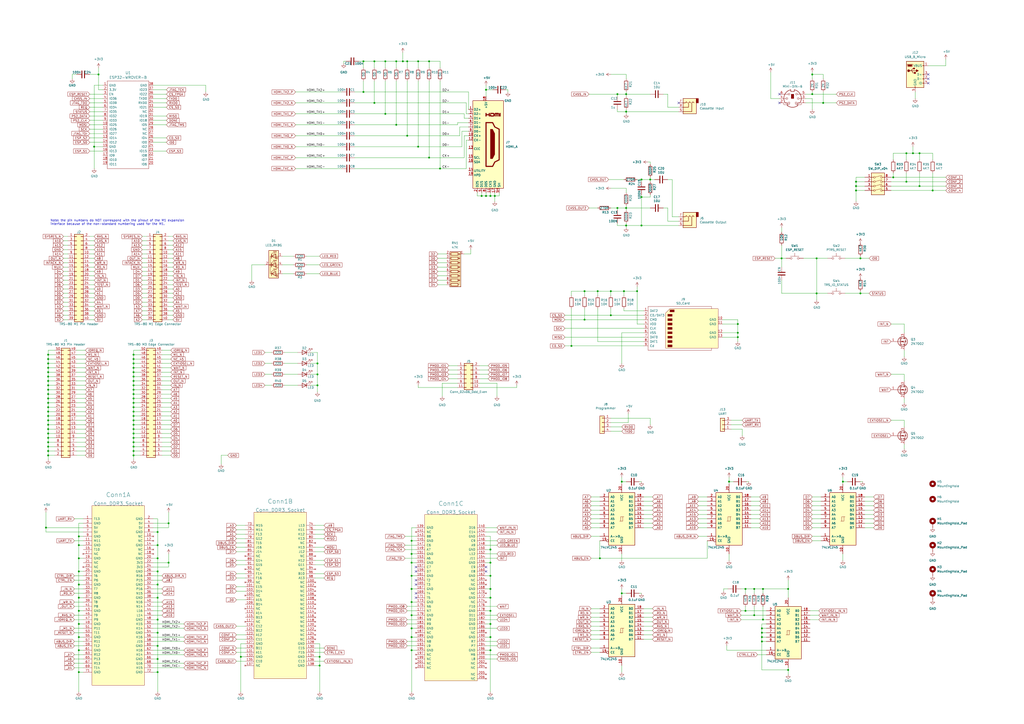
<source format=kicad_sch>
(kicad_sch (version 20230121) (generator eeschema)
  (paper "A2")
  (title_block (title "TRS-IO++") (date "2023-10-06") (rev "1.1") (comment 2 "TRS-IO++ - Multi-Function Card for the TRS-80"))
  (lib_symbols
    (symbol "+3V3_1" (power) (pin_names (offset 0))
      (property "Value" "+3V3_1" (at 0 3.556 0))
      (symbol "+3V3_1_1_1"
        (pin power_in line (at 0 0 90) (length 0) hide (name "+3V3") (number "1"))
      )
    )
    (symbol "+3V3_10" (power) (pin_names (offset 0))
      (property "Value" "+3V3_10" (at 0 3.556 0))
      (symbol "+3V3_10_1_1"
        (pin power_in line (at 0 0 90) (length 0) hide (name "+3V3") (number "1"))
      )
    )
    (symbol "+3V3_11" (power) (pin_names (offset 0))
      (property "Value" "+3V3_11" (at 0 3.556 0))
      (symbol "+3V3_11_1_1"
        (pin power_in line (at 0 0 90) (length 0) hide (name "+3V3") (number "1"))
      )
    )
    (symbol "+3V3_2" (power) (pin_names (offset 0))
      (property "Value" "+3V3_2" (at 0 3.556 0))
      (symbol "+3V3_2_1_1"
        (pin power_in line (at 0 0 90) (length 0) hide (name "+3V3") (number "1"))
      )
    )
    (symbol "+3V3_3" (power) (pin_names (offset 0))
      (property "Value" "+3V3_3" (at 0 3.556 0))
      (symbol "+3V3_3_1_1"
        (pin power_in line (at 0 0 90) (length 0) hide (name "+3V3") (number "1"))
      )
    )
    (symbol "+3V3_4" (power) (pin_names (offset 0))
      (property "Value" "+3V3_4" (at 0 3.556 0))
      (symbol "+3V3_4_1_1"
        (pin power_in line (at 0 0 90) (length 0) hide (name "+3V3") (number "1"))
      )
    )
    (symbol "+3V3_5" (power) (pin_names (offset 0))
      (property "Value" "+3V3_5" (at 0 3.556 0))
      (symbol "+3V3_5_1_1"
        (pin power_in line (at 0 0 90) (length 0) hide (name "+3V3") (number "1"))
      )
    )
    (symbol "+3V3_6" (power) (pin_names (offset 0))
      (property "Value" "+3V3_6" (at 0 3.556 0))
      (symbol "+3V3_6_1_1"
        (pin power_in line (at 0 0 90) (length 0) hide (name "+3V3") (number "1"))
      )
    )
    (symbol "+3V3_7" (power) (pin_names (offset 0))
      (property "Value" "+3V3_7" (at 0 3.556 0))
      (symbol "+3V3_7_1_1"
        (pin power_in line (at 0 0 90) (length 0) hide (name "+3V3") (number "1"))
      )
    )
    (symbol "+3V3_8" (power) (pin_names (offset 0))
      (property "Value" "+3V3_8" (at 0 3.556 0))
      (symbol "+3V3_8_1_1"
        (pin power_in line (at 0 0 90) (length 0) hide (name "+3V3") (number "1"))
      )
    )
    (symbol "+3V3_9" (power) (pin_names (offset 0))
      (property "Value" "+3V3_9" (at 0 3.556 0))
      (symbol "+3V3_9_1_1"
        (pin power_in line (at 0 0 90) (length 0) hide (name "+3V3") (number "1"))
      )
    )
    (symbol "+5V_1" (power) (pin_names (offset 0))
      (property "Value" "+5V_1" (at 0 3.556 0))
      (symbol "+5V_1_1_1"
        (pin power_in line (at 0 0 90) (length 0) hide (name "+5V") (number "1"))
      )
    )
    (symbol "74xx:74HC245" (pin_names (offset 1.016))
      (property "Reference" "U" (at -7.62 16.51 0))
      (property "Value" "74HC245" (at -7.62 -16.51 0))
      (symbol "74HC245_1_0"
        (pin input line (at -12.7 -10.16 0) (length 5.08) (name "A->B") (number "1"))
        (pin power_in line (at 0 -20.32 90) (length 5.08) (name "GND") (number "10"))
        (pin tri_state line (at 12.7 -5.08 180) (length 5.08) (name "B7") (number "11"))
        (pin tri_state line (at 12.7 -2.54 180) (length 5.08) (name "B6") (number "12"))
        (pin tri_state line (at 12.7 0 180) (length 5.08) (name "B5") (number "13"))
        (pin tri_state line (at 12.7 2.54 180) (length 5.08) (name "B4") (number "14"))
        (pin tri_state line (at 12.7 5.08 180) (length 5.08) (name "B3") (number "15"))
        (pin tri_state line (at 12.7 7.62 180) (length 5.08) (name "B2") (number "16"))
        (pin tri_state line (at 12.7 10.16 180) (length 5.08) (name "B1") (number "17"))
        (pin tri_state line (at 12.7 12.7 180) (length 5.08) (name "B0") (number "18"))
        (pin input inverted (at -12.7 -12.7 0) (length 5.08) (name "CE") (number "19"))
        (pin tri_state line (at -12.7 12.7 0) (length 5.08) (name "A0") (number "2"))
        (pin power_in line (at 0 20.32 270) (length 5.08) (name "VCC") (number "20"))
        (pin tri_state line (at -12.7 10.16 0) (length 5.08) (name "A1") (number "3"))
        (pin tri_state line (at -12.7 7.62 0) (length 5.08) (name "A2") (number "4"))
        (pin tri_state line (at -12.7 5.08 0) (length 5.08) (name "A3") (number "5"))
        (pin tri_state line (at -12.7 2.54 0) (length 5.08) (name "A4") (number "6"))
        (pin tri_state line (at -12.7 0 0) (length 5.08) (name "A5") (number "7"))
        (pin tri_state line (at -12.7 -2.54 0) (length 5.08) (name "A6") (number "8"))
        (pin tri_state line (at -12.7 -5.08 0) (length 5.08) (name "A7") (number "9"))
      )
    )
    (symbol "Conn_DDR3_Socket_1" (pin_names (offset 1.016))
      (property "Reference" "Conn" (at 0 0 0))
      (property "Value" "Conn_DDR3_Socket_1" (at 0 -3.81 0))
      (symbol "Conn_DDR3_Socket_1_1_1"
        (pin bidirectional line (at -20.32 -15.24 0) (length 5.08) (name "T13") (number "1"))
        (pin no_connect line (at 20.32 -25.4 180) (length 5.08) (name "NC") (number "10"))
        (pin bidirectional line (at -20.32 -27.94 0) (length 5.08) (name "M11") (number "11"))
        (pin no_connect line (at 20.32 -27.94 180) (length 5.08) (name "NC") (number "12"))
        (pin power_in line (at -20.32 -30.48 0) (length 5.08) (name "GND") (number "13"))
        (pin power_in line (at 20.32 -30.48 180) (length 5.08) (name "GND") (number "14"))
        (pin bidirectional line (at -20.32 -33.02 0) (length 5.08) (name "T10") (number "15"))
        (pin no_connect line (at 20.32 -33.02 180) (length 5.08) (name "NC") (number "16"))
        (pin no_connect line (at -20.32 -35.56 0) (length 5.08) (name "NC") (number "17"))
        (pin no_connect line (at 20.32 -35.56 180) (length 5.08) (name "NC") (number "18"))
        (pin power_in line (at -20.32 -38.1 0) (length 5.08) (name "GND") (number "19"))
        (pin power_in line (at 20.32 -15.24 180) (length 5.08) (name "GND") (number "2"))
        (pin power_in line (at 20.32 -38.1 180) (length 5.08) (name "GND") (number "20"))
        (pin input line (at -20.32 -40.64 0) (length 5.08) (name "NC") (number "21"))
        (pin power_in line (at 20.32 -40.64 180) (length 5.08) (name "3V3") (number "22"))
        (pin no_connect line (at -20.32 -43.18 0) (length 5.08) (name "NC") (number "23"))
        (pin power_in line (at 20.32 -43.18 180) (length 5.08) (name "3V3") (number "24"))
        (pin power_in line (at -20.32 -45.72 0) (length 5.08) (name "GND") (number "25"))
        (pin power_in line (at 20.32 -45.72 180) (length 5.08) (name "GND") (number "26"))
        (pin bidirectional line (at -20.32 -48.26 0) (length 5.08) (name "T6") (number "27"))
        (pin bidirectional line (at 20.32 -48.26 180) (length 5.08) (name "R16") (number "28"))
        (pin bidirectional line (at -20.32 -50.8 0) (length 5.08) (name "P6") (number "29"))
        (pin power_in line (at -20.32 -17.78 0) (length 5.08) (name "GND") (number "3"))
        (pin bidirectional line (at 20.32 -50.8 180) (length 5.08) (name "P15") (number "30"))
        (pin power_in line (at -20.32 -53.34 0) (length 5.08) (name "GND") (number "31"))
        (pin power_in line (at 20.32 -53.34 180) (length 5.08) (name "GND") (number "32"))
        (pin bidirectional line (at -20.32 -55.88 0) (length 5.08) (name "T7") (number "33"))
        (pin bidirectional line (at 20.32 -55.88 180) (length 5.08) (name "P16") (number "34"))
        (pin bidirectional line (at -20.32 -58.42 0) (length 5.08) (name "R8") (number "35"))
        (pin bidirectional line (at 20.32 -58.42 180) (length 5.08) (name "N15") (number "36"))
        (pin power_in line (at -20.32 -60.96 0) (length 5.08) (name "GND") (number "37"))
        (pin power_in line (at 20.32 -60.96 180) (length 5.08) (name "GND") (number "38"))
        (pin bidirectional line (at -20.32 -63.5 0) (length 5.08) (name "T8") (number "39"))
        (pin power_in line (at 20.32 -17.78 180) (length 5.08) (name "5V") (number "4"))
        (pin bidirectional line (at 20.32 -63.5 180) (length 5.08) (name "N16") (number "40"))
        (pin bidirectional line (at -20.32 -66.04 0) (length 5.08) (name "P8") (number "41"))
        (pin bidirectional line (at 20.32 -66.04 180) (length 5.08) (name "N14") (number "42"))
        (pin power_in line (at -20.32 -68.58 0) (length 5.08) (name "GND") (number "43"))
        (pin bidirectional line (at 20.32 -68.58 180) (length 5.08) (name "L16") (number "44"))
        (pin bidirectional line (at -20.32 -71.12 0) (length 5.08) (name "T9") (number "45"))
        (pin bidirectional line (at 20.32 -71.12 180) (length 5.08) (name "L14") (number "46"))
        (pin bidirectional line (at -20.32 -73.66 0) (length 5.08) (name "P9") (number "47"))
        (pin power_in line (at 20.32 -73.66 180) (length 5.08) (name "GND") (number "48"))
        (pin power_in line (at -20.32 -76.2 0) (length 5.08) (name "GND") (number "49"))
        (pin power_in line (at -20.32 -20.32 0) (length 5.08) (name "5V") (number "5"))
        (pin bidirectional line (at 20.32 -76.2 180) (length 5.08) (name "K15") (number "50"))
        (pin bidirectional line (at -20.32 -78.74 0) (length 5.08) (name "P11") (number "51"))
        (pin bidirectional line (at 20.32 -78.74 180) (length 5.08) (name "K14") (number "52"))
        (pin bidirectional line (at -20.32 -81.28 0) (length 5.08) (name "T11") (number "53"))
        (pin power_in line (at 20.32 -81.28 180) (length 5.08) (name "GND") (number "54"))
        (pin power_in line (at -20.32 -83.82 0) (length 5.08) (name "GND") (number "55"))
        (pin bidirectional line (at 20.32 -83.82 180) (length 5.08) (name "K16") (number "56"))
        (pin bidirectional line (at -20.32 -86.36 0) (length 5.08) (name "R11") (number "57"))
        (pin bidirectional line (at 20.32 -86.36 180) (length 5.08) (name "J15") (number "58"))
        (pin bidirectional line (at -20.32 -88.9 0) (length 5.08) (name "T12") (number "59"))
        (pin power_in line (at 20.32 -20.32 180) (length 5.08) (name "5V") (number "6"))
        (pin power_in line (at 20.32 -88.9 180) (length 5.08) (name "GND") (number "60"))
        (pin power_in line (at -20.32 -91.44 0) (length 5.08) (name "GND") (number "61"))
        (pin bidirectional line (at 20.32 -91.44 180) (length 5.08) (name "H16") (number "62"))
        (pin bidirectional line (at -20.32 -93.98 0) (length 5.08) (name "R12") (number "63"))
        (pin bidirectional line (at 20.32 -93.98 180) (length 5.08) (name "H14") (number "64"))
        (pin bidirectional line (at -20.32 -96.52 0) (length 5.08) (name "P13") (number "65"))
        (pin power_in line (at 20.32 -96.52 180) (length 5.08) (name "GND") (number "66"))
        (pin bidirectional line (at -20.32 -99.06 0) (length 5.08) (name "R13") (number "67"))
        (pin bidirectional line (at 20.32 -99.06 180) (length 5.08) (name "G16") (number "68"))
        (pin bidirectional line (at -20.32 -101.6 0) (length 5.08) (name "T14") (number "69"))
        (pin power_in line (at -20.32 -22.86 0) (length 5.08) (name "5V") (number "7"))
        (pin bidirectional line (at 20.32 -101.6 180) (length 5.08) (name "H15") (number "70"))
        (pin power_in line (at -20.32 -104.14 0) (length 5.08) (name "GND") (number "71"))
        (pin power_in line (at 20.32 -104.14 180) (length 5.08) (name "GND") (number "72"))
        (pin power_in line (at 20.32 -22.86 180) (length 5.08) (name "GND") (number "8"))
        (pin power_in line (at -20.32 -25.4 0) (length 5.08) (name "GND") (number "9"))
      )
      (symbol "Conn_DDR3_Socket_1_2_1"
        (pin no_connect line (at 20.32 -48.26 180) (length 5.08) (name "NC") (number "100"))
        (pin bidirectional line (at -20.32 -50.8 0) (length 5.08) (name "E15") (number "101"))
        (pin no_connect line (at 20.32 -50.8 180) (length 5.08) (name "NC") (number "102"))
        (pin bidirectional line (at -20.32 -53.34 0) (length 5.08) (name "D14") (number "103"))
        (pin no_connect line (at 20.32 -53.34 180) (length 5.08) (name "NC") (number "104"))
        (pin no_connect line (at -20.32 -55.88 0) (length 5.08) (name "NC") (number "105"))
        (pin no_connect line (at 20.32 -55.88 180) (length 5.08) (name "NC") (number "106"))
        (pin bidirectional line (at -20.32 -58.42 0) (length 5.08) (name "A15") (number "107"))
        (pin no_connect line (at 20.32 -58.42 180) (length 5.08) (name "NC") (number "108"))
        (pin bidirectional line (at -20.32 -60.96 0) (length 5.08) (name "B14") (number "109"))
        (pin no_connect line (at 20.32 -60.96 180) (length 5.08) (name "NC") (number "110"))
        (pin no_connect line (at -20.32 -63.5 0) (length 5.08) (name "NC") (number "111"))
        (pin no_connect line (at 20.32 -63.5 180) (length 5.08) (name "NC") (number "112"))
        (pin bidirectional line (at -20.32 -66.04 0) (length 5.08) (name "A14") (number "113"))
        (pin no_connect line (at 20.32 -66.04 180) (length 5.08) (name "NC") (number "114"))
        (pin bidirectional line (at -20.32 -68.58 0) (length 5.08) (name "B13") (number "115"))
        (pin no_connect line (at 20.32 -68.58 180) (length 5.08) (name "NC") (number "116"))
        (pin no_connect line (at -20.32 -71.12 0) (length 5.08) (name "NC") (number "117"))
        (pin no_connect line (at 20.32 -71.12 180) (length 5.08) (name "NC") (number "118"))
        (pin bidirectional line (at -20.32 -73.66 0) (length 5.08) (name "C12") (number "119"))
        (pin no_connect line (at 20.32 -73.66 180) (length 5.08) (name "NC") (number "120"))
        (pin bidirectional line (at -20.32 -76.2 0) (length 5.08) (name "B12") (number "121"))
        (pin no_connect line (at 20.32 -76.2 180) (length 5.08) (name "NC") (number "122"))
        (pin bidirectional line (at -20.32 -78.74 0) (length 5.08) (name "A12") (number "123"))
        (pin no_connect line (at 20.32 -78.74 180) (length 5.08) (name "NC") (number "124"))
        (pin bidirectional line (at -20.32 -81.28 0) (length 5.08) (name "C11") (number "125"))
        (pin no_connect line (at 20.32 -81.28 180) (length 5.08) (name "NC") (number "126"))
        (pin power_in line (at -20.32 -83.82 0) (length 5.08) (name "GND") (number "127"))
        (pin power_in line (at 20.32 -83.82 180) (length 5.08) (name "GND") (number "128"))
        (pin bidirectional line (at -20.32 -86.36 0) (length 5.08) (name "B11") (number "129"))
        (pin bidirectional line (at 20.32 -86.36 180) (length 5.08) (name "E15") (number "130"))
        (pin bidirectional line (at -20.32 -88.9 0) (length 5.08) (name "A11") (number "131"))
        (pin bidirectional line (at 20.32 -88.9 180) (length 5.08) (name "F15") (number "132"))
        (pin power_in line (at -20.32 -91.44 0) (length 5.08) (name "GND") (number "133"))
        (pin power_in line (at 20.32 -91.44 180) (length 5.08) (name "GND") (number "134"))
        (pin bidirectional line (at -20.32 -93.98 0) (length 5.08) (name "C10") (number "135"))
        (pin bidirectional line (at 20.32 -93.98 180) (length 5.08) (name "C13") (number "136"))
        (pin no_connect line (at -20.32 -96.52 0) (length 5.08) (name "NC") (number "137"))
        (pin power_in line (at 20.32 -96.52 180) (length 5.08) (name "GND") (number "138"))
        (pin bidirectional line (at -20.32 -15.24 0) (length 5.08) (name "M15") (number "73"))
        (pin bidirectional line (at 20.32 -15.24 180) (length 5.08) (name "L13") (number "74"))
        (pin bidirectional line (at -20.32 -17.78 0) (length 5.08) (name "M14") (number "75"))
        (pin bidirectional line (at 20.32 -17.78 180) (length 5.08) (name "K11") (number "76"))
        (pin bidirectional line (at -20.32 -20.32 0) (length 5.08) (name "F13") (number "77"))
        (pin bidirectional line (at 20.32 -20.32 180) (length 5.08) (name "K12") (number "78"))
        (pin bidirectional line (at -20.32 -22.86 0) (length 5.08) (name "G12") (number "79"))
        (pin bidirectional line (at 20.32 -22.86 180) (length 5.08) (name "K13") (number "80"))
        (pin bidirectional line (at -20.32 -25.4 0) (length 5.08) (name "T15") (number "81"))
        (pin no_connect line (at 20.32 -25.4 180) (length 5.08) (name "NC") (number "82"))
        (pin bidirectional line (at -20.32 -27.94 0) (length 5.08) (name "J16") (number "83"))
        (pin bidirectional line (at 20.32 -27.94 180) (length 5.08) (name "H13") (number "84"))
        (pin bidirectional line (at -20.32 -30.48 0) (length 5.08) (name "J14") (number "85"))
        (pin bidirectional line (at 20.32 -30.48 180) (length 5.08) (name "J12") (number "86"))
        (pin no_connect line (at -20.32 -33.02 0) (length 5.08) (name "NC") (number "87"))
        (pin no_connect line (at 20.32 -33.02 180) (length 5.08) (name "NC") (number "88"))
        (pin bidirectional line (at -20.32 -35.56 0) (length 5.08) (name "G14") (number "89"))
        (pin bidirectional line (at 20.32 -35.56 180) (length 5.08) (name "H12") (number "90"))
        (pin bidirectional line (at -20.32 -38.1 0) (length 5.08) (name "G15") (number "91"))
        (pin bidirectional line (at 20.32 -38.1 180) (length 5.08) (name "G11") (number "92"))
        (pin no_connect line (at -20.32 -40.64 0) (length 5.08) (name "NC") (number "93"))
        (pin no_connect line (at 20.32 -40.64 180) (length 5.08) (name "NC") (number "94"))
        (pin bidirectional line (at -20.32 -43.18 0) (length 5.08) (name "F14") (number "95"))
        (pin bidirectional line (at 20.32 -43.18 180) (length 5.08) (name "B10") (number "96"))
        (pin bidirectional line (at -20.32 -45.72 0) (length 5.08) (name "F16") (number "97"))
        (pin bidirectional line (at 20.32 -45.72 180) (length 5.08) (name "A13") (number "98"))
        (pin no_connect line (at -20.32 -48.26 0) (length 5.08) (name "NC") (number "99"))
      )
      (symbol "Conn_DDR3_Socket_1_3_1"
        (pin power_in line (at -20.32 -15.24 0) (length 5.08) (name "GND") (number "139"))
        (pin bidirectional line (at 20.32 -15.24 180) (length 5.08) (name "D16") (number "140"))
        (pin no_connect line (at -20.32 -17.78 0) (length 5.08) (name "NC") (number "141"))
        (pin bidirectional line (at 20.32 -17.78 180) (length 5.08) (name "E14") (number "142"))
        (pin bidirectional line (at -20.32 -20.32 0) (length 5.08) (name "B8") (number "143"))
        (pin power_in line (at 20.32 -20.32 180) (length 5.08) (name "GND") (number "144"))
        (pin power_in line (at -20.32 -22.86 0) (length 5.08) (name "GND") (number "145"))
        (pin bidirectional line (at 20.32 -22.86 180) (length 5.08) (name "C9") (number "146"))
        (pin bidirectional line (at -20.32 -25.4 0) (length 5.08) (name "C6") (number "147"))
        (pin bidirectional line (at 20.32 -25.4 180) (length 5.08) (name "A9") (number "148"))
        (pin bidirectional line (at -20.32 -27.94 0) (length 5.08) (name "A7") (number "149"))
        (pin power_in line (at 20.32 -27.94 180) (length 5.08) (name "GND") (number "150"))
        (pin power_in line (at -20.32 -30.48 0) (length 5.08) (name "GND") (number "151"))
        (pin bidirectional line (at 20.32 -30.48 180) (length 5.08) (name "L12") (number "152"))
        (pin bidirectional line (at -20.32 -33.02 0) (length 5.08) (name "A6") (number "153"))
        (pin bidirectional line (at 20.32 -33.02 180) (length 5.08) (name "J11") (number "154"))
        (pin power_in line (at -20.32 -35.56 0) (length 5.08) (name "GND") (number "155"))
        (pin power_in line (at 20.32 -35.56 180) (length 5.08) (name "GND") (number "156"))
        (pin bidirectional line (at -20.32 -38.1 0) (length 5.08) (name "C7") (number "157"))
        (pin bidirectional line (at 20.32 -38.1 180) (length 5.08) (name "E9") (number "158"))
        (pin bidirectional line (at -20.32 -40.64 0) (length 5.08) (name "D7") (number "159"))
        (pin bidirectional line (at 20.32 -40.64 180) (length 5.08) (name "E8") (number "160"))
        (pin power_in line (at -20.32 -43.18 0) (length 5.08) (name "GND") (number "161"))
        (pin power_in line (at 20.32 -43.18 180) (length 5.08) (name "GND") (number "162"))
        (pin bidirectional line (at -20.32 -45.72 0) (length 5.08) (name "T2") (number "163"))
        (pin no_connect line (at 20.32 -45.72 180) (length 5.08) (name "NC") (number "164"))
        (pin bidirectional line (at -20.32 -48.26 0) (length 5.08) (name "T3") (number "165"))
        (pin no_connect line (at 20.32 -48.26 180) (length 5.08) (name "NC") (number "166"))
        (pin power_in line (at -20.32 -50.8 0) (length 5.08) (name "GND") (number "167"))
        (pin power_in line (at 20.32 -50.8 180) (length 5.08) (name "GND") (number "168"))
        (pin bidirectional line (at -20.32 -53.34 0) (length 5.08) (name "T4") (number "169"))
        (pin no_connect line (at 20.32 -53.34 180) (length 5.08) (name "NC") (number "170"))
        (pin bidirectional line (at -20.32 -55.88 0) (length 5.08) (name "T5") (number "171"))
        (pin power_in line (at 20.32 -55.88 180) (length 5.08) (name "GND") (number "172"))
        (pin power_in line (at -20.32 -58.42 0) (length 5.08) (name "GND") (number "173"))
        (pin no_connect line (at 20.32 -58.42 180) (length 5.08) (name "NC") (number "174"))
        (pin bidirectional line (at -20.32 -60.96 0) (length 5.08) (name "N6") (number "175"))
        (pin bidirectional line (at 20.32 -60.96 180) (length 5.08) (name "F10") (number "176"))
        (pin bidirectional line (at -20.32 -63.5 0) (length 5.08) (name "N7") (number "177"))
        (pin power_in line (at 20.32 -63.5 180) (length 5.08) (name "GND") (number "178"))
        (pin power_in line (at -20.32 -66.04 0) (length 5.08) (name "GND") (number "179"))
        (pin bidirectional line (at 20.32 -66.04 180) (length 5.08) (name "D11") (number "180"))
        (pin bidirectional line (at -20.32 -68.58 0) (length 5.08) (name "N9") (number "181"))
        (pin bidirectional line (at 20.32 -68.58 180) (length 5.08) (name "D10") (number "182"))
        (pin bidirectional line (at -20.32 -71.12 0) (length 5.08) (name "R9") (number "183"))
        (pin power_in line (at 20.32 -71.12 180) (length 5.08) (name "GND") (number "184"))
        (pin power_in line (at -20.32 -73.66 0) (length 5.08) (name "GND") (number "185"))
        (pin bidirectional line (at 20.32 -73.66 180) (length 5.08) (name "E10") (number "186"))
        (pin no_connect line (at -20.32 -76.2 0) (length 5.08) (name "NC") (number "187"))
        (pin no_connect line (at 20.32 -76.2 180) (length 5.08) (name "NC") (number "188"))
        (pin power_in line (at -20.32 -78.74 0) (length 5.08) (name "GND") (number "189"))
        (pin power_in line (at 20.32 -78.74 180) (length 5.08) (name "GND") (number "190"))
        (pin bidirectional line (at -20.32 -81.28 0) (length 5.08) (name "N8") (number "191"))
        (pin bidirectional line (at 20.32 -81.28 180) (length 5.08) (name "R7") (number "192"))
        (pin bidirectional line (at -20.32 -83.82 0) (length 5.08) (name "L9") (number "193"))
        (pin bidirectional line (at 20.32 -83.82 180) (length 5.08) (name "P7") (number "194"))
        (pin power_in line (at -20.32 -86.36 0) (length 5.08) (name "GND") (number "195"))
        (pin power_in line (at 20.32 -86.36 180) (length 5.08) (name "GND") (number "196"))
        (pin no_connect line (at -20.32 -88.9 0) (length 5.08) (name "NC") (number "197"))
        (pin bidirectional line (at 20.32 -88.9 180) (length 5.08) (name "M6") (number "198"))
        (pin no_connect line (at -20.32 -91.44 0) (length 5.08) (name "NC") (number "199"))
        (pin bidirectional line (at 20.32 -91.44 180) (length 5.08) (name "L8") (number "200"))
        (pin no_connect line (at -20.32 -93.98 0) (length 5.08) (name "NC") (number "201"))
        (pin no_connect line (at 20.32 -93.98 180) (length 5.08) (name "NC") (number "202"))
        (pin no_connect line (at -20.32 -96.52 0) (length 5.08) (name "NC") (number "203"))
        (pin no_connect line (at 20.32 -96.52 180) (length 5.08) (name "NC") (number "204"))
        (pin no_connect line (at 20.32 -100.33 180) (length 5.08) (name "NC") (number "205"))
        (pin no_connect line (at 20.32 -102.87 180) (length 5.08) (name "NC") (number "206"))
      )
    )
    (symbol "Connector:AudioJack3"
      (property "Reference" "J" (at 0 8.89 0))
      (property "Value" "AudioJack3" (at 0 6.35 0))
      (symbol "AudioJack3_1_1"
        (pin passive line (at 5.08 0 180) (length 2.54) (name "~") (number "R"))
        (pin passive line (at 5.08 2.54 180) (length 2.54) (name "~") (number "S"))
        (pin passive line (at 5.08 -2.54 180) (length 2.54) (name "~") (number "T"))
      )
    )
    (symbol "Connector:HDMI_A"
      (property "Reference" "J" (at -6.35 26.67 0))
      (property "Value" "HDMI_A" (at 10.16 26.67 0))
      (symbol "HDMI_A_1_1"
        (pin passive line (at -10.16 20.32 0) (length 2.54) (name "D2+") (number "1"))
        (pin passive line (at -10.16 5.08 0) (length 2.54) (name "CK+") (number "10"))
        (pin power_in line (at 2.54 -27.94 90) (length 2.54) (name "CKS") (number "11"))
        (pin passive line (at -10.16 2.54 0) (length 2.54) (name "CK-") (number "12"))
        (pin bidirectional line (at -10.16 -2.54 0) (length 2.54) (name "CEC") (number "13"))
        (pin passive line (at -10.16 -15.24 0) (length 2.54) (name "UTILITY") (number "14"))
        (pin passive line (at -10.16 -7.62 0) (length 2.54) (name "SCL") (number "15"))
        (pin bidirectional line (at -10.16 -10.16 0) (length 2.54) (name "SDA") (number "16"))
        (pin power_in line (at 5.08 -27.94 90) (length 2.54) (name "GND") (number "17"))
        (pin power_in line (at 0 27.94 270) (length 2.54) (name "+5V") (number "18"))
        (pin passive line (at -10.16 -17.78 0) (length 2.54) (name "HPD") (number "19"))
        (pin power_in line (at -5.08 -27.94 90) (length 2.54) (name "D2S") (number "2"))
        (pin passive line (at -10.16 17.78 0) (length 2.54) (name "D2-") (number "3"))
        (pin passive line (at -10.16 15.24 0) (length 2.54) (name "D1+") (number "4"))
        (pin power_in line (at -2.54 -27.94 90) (length 2.54) (name "D1S") (number "5"))
        (pin passive line (at -10.16 12.7 0) (length 2.54) (name "D1-") (number "6"))
        (pin passive line (at -10.16 10.16 0) (length 2.54) (name "D0+") (number "7"))
        (pin power_in line (at 0 -27.94 90) (length 2.54) (name "D0S") (number "8"))
        (pin passive line (at -10.16 7.62 0) (length 2.54) (name "D0-") (number "9"))
        (pin passive line (at 7.62 -27.94 90) (length 2.54) (name "SH") (number "SH"))
      )
    )
    (symbol "Connector:Mini-DIN-6" (pin_names (offset 1.016))
      (property "Reference" "J" (at 0 6.35 0))
      (property "Value" "Mini-DIN-6" (at 0 -6.35 0))
      (symbol "Mini-DIN-6_1_1"
        (pin passive line (at 7.62 -2.54 180) (length 2.54) (name "~") (number "1"))
        (pin passive line (at -7.62 -2.54 0) (length 2.54) (name "~") (number "2"))
        (pin passive line (at 7.62 0 180) (length 2.54) (name "~") (number "3"))
        (pin passive line (at -7.62 0 0) (length 2.54) (name "~") (number "4"))
        (pin passive line (at 7.62 2.54 180) (length 2.54) (name "~") (number "5"))
        (pin passive line (at -7.62 2.54 0) (length 2.54) (name "~") (number "6"))
      )
    )
    (symbol "Connector_Generic:Conn_01x03" (pin_names (offset 1.016) hide)
      (property "Reference" "J" (at 0 5.08 0))
      (property "Value" "Conn_01x03" (at 0 -5.08 0))
      (symbol "Conn_01x03_1_1"
        (pin passive line (at -5.08 2.54 0) (length 3.81) (name "Pin_1") (number "1"))
        (pin passive line (at -5.08 0 0) (length 3.81) (name "Pin_2") (number "2"))
        (pin passive line (at -5.08 -2.54 0) (length 3.81) (name "Pin_3") (number "3"))
      )
    )
    (symbol "Connector_Generic:Conn_01x04" (pin_names (offset 1.016) hide)
      (property "Reference" "J" (at 0 5.08 0))
      (property "Value" "Conn_01x04" (at 0 -7.62 0))
      (symbol "Conn_01x04_1_1"
        (pin passive line (at -5.08 2.54 0) (length 3.81) (name "Pin_1") (number "1"))
        (pin passive line (at -5.08 0 0) (length 3.81) (name "Pin_2") (number "2"))
        (pin passive line (at -5.08 -2.54 0) (length 3.81) (name "Pin_3") (number "3"))
        (pin passive line (at -5.08 -5.08 0) (length 3.81) (name "Pin_4") (number "4"))
      )
    )
    (symbol "Connector_Generic:Conn_02x06_Odd_Even" (pin_names (offset 1.016) hide)
      (property "Reference" "J" (at 1.27 7.62 0))
      (property "Value" "Conn_02x06_Odd_Even" (at 1.27 -10.16 0))
      (symbol "Conn_02x06_Odd_Even_1_1"
        (pin passive line (at -5.08 5.08 0) (length 3.81) (name "Pin_1") (number "1"))
        (pin passive line (at 7.62 -5.08 180) (length 3.81) (name "Pin_10") (number "10"))
        (pin passive line (at -5.08 -7.62 0) (length 3.81) (name "Pin_11") (number "11"))
        (pin passive line (at 7.62 -7.62 180) (length 3.81) (name "Pin_12") (number "12"))
        (pin passive line (at 7.62 5.08 180) (length 3.81) (name "Pin_2") (number "2"))
        (pin passive line (at -5.08 2.54 0) (length 3.81) (name "Pin_3") (number "3"))
        (pin passive line (at 7.62 2.54 180) (length 3.81) (name "Pin_4") (number "4"))
        (pin passive line (at -5.08 0 0) (length 3.81) (name "Pin_5") (number "5"))
        (pin passive line (at 7.62 0 180) (length 3.81) (name "Pin_6") (number "6"))
        (pin passive line (at -5.08 -2.54 0) (length 3.81) (name "Pin_7") (number "7"))
        (pin passive line (at 7.62 -2.54 180) (length 3.81) (name "Pin_8") (number "8"))
        (pin passive line (at -5.08 -5.08 0) (length 3.81) (name "Pin_9") (number "9"))
      )
    )
    (symbol "Connector_Generic:Conn_02x20_Odd_Even" (pin_names (offset 1.016) hide)
      (property "Reference" "J" (at 1.27 25.4 0))
      (property "Value" "Conn_02x20_Odd_Even" (at 1.27 -27.94 0))
      (symbol "Conn_02x20_Odd_Even_1_1"
        (pin passive line (at -5.08 22.86 0) (length 3.81) (name "Pin_1") (number "1"))
        (pin passive line (at 7.62 12.7 180) (length 3.81) (name "Pin_10") (number "10"))
        (pin passive line (at -5.08 10.16 0) (length 3.81) (name "Pin_11") (number "11"))
        (pin passive line (at 7.62 10.16 180) (length 3.81) (name "Pin_12") (number "12"))
        (pin passive line (at -5.08 7.62 0) (length 3.81) (name "Pin_13") (number "13"))
        (pin passive line (at 7.62 7.62 180) (length 3.81) (name "Pin_14") (number "14"))
        (pin passive line (at -5.08 5.08 0) (length 3.81) (name "Pin_15") (number "15"))
        (pin passive line (at 7.62 5.08 180) (length 3.81) (name "Pin_16") (number "16"))
        (pin passive line (at -5.08 2.54 0) (length 3.81) (name "Pin_17") (number "17"))
        (pin passive line (at 7.62 2.54 180) (length 3.81) (name "Pin_18") (number "18"))
        (pin passive line (at -5.08 0 0) (length 3.81) (name "Pin_19") (number "19"))
        (pin passive line (at 7.62 22.86 180) (length 3.81) (name "Pin_2") (number "2"))
        (pin passive line (at 7.62 0 180) (length 3.81) (name "Pin_20") (number "20"))
        (pin passive line (at -5.08 -2.54 0) (length 3.81) (name "Pin_21") (number "21"))
        (pin passive line (at 7.62 -2.54 180) (length 3.81) (name "Pin_22") (number "22"))
        (pin passive line (at -5.08 -5.08 0) (length 3.81) (name "Pin_23") (number "23"))
        (pin passive line (at 7.62 -5.08 180) (length 3.81) (name "Pin_24") (number "24"))
        (pin passive line (at -5.08 -7.62 0) (length 3.81) (name "Pin_25") (number "25"))
        (pin passive line (at 7.62 -7.62 180) (length 3.81) (name "Pin_26") (number "26"))
        (pin passive line (at -5.08 -10.16 0) (length 3.81) (name "Pin_27") (number "27"))
        (pin passive line (at 7.62 -10.16 180) (length 3.81) (name "Pin_28") (number "28"))
        (pin passive line (at -5.08 -12.7 0) (length 3.81) (name "Pin_29") (number "29"))
        (pin passive line (at -5.08 20.32 0) (length 3.81) (name "Pin_3") (number "3"))
        (pin passive line (at 7.62 -12.7 180) (length 3.81) (name "Pin_30") (number "30"))
        (pin passive line (at -5.08 -15.24 0) (length 3.81) (name "Pin_31") (number "31"))
        (pin passive line (at 7.62 -15.24 180) (length 3.81) (name "Pin_32") (number "32"))
        (pin passive line (at -5.08 -17.78 0) (length 3.81) (name "Pin_33") (number "33"))
        (pin passive line (at 7.62 -17.78 180) (length 3.81) (name "Pin_34") (number "34"))
        (pin passive line (at -5.08 -20.32 0) (length 3.81) (name "Pin_35") (number "35"))
        (pin passive line (at 7.62 -20.32 180) (length 3.81) (name "Pin_36") (number "36"))
        (pin passive line (at -5.08 -22.86 0) (length 3.81) (name "Pin_37") (number "37"))
        (pin passive line (at 7.62 -22.86 180) (length 3.81) (name "Pin_38") (number "38"))
        (pin passive line (at -5.08 -25.4 0) (length 3.81) (name "Pin_39") (number "39"))
        (pin passive line (at 7.62 20.32 180) (length 3.81) (name "Pin_4") (number "4"))
        (pin passive line (at 7.62 -25.4 180) (length 3.81) (name "Pin_40") (number "40"))
        (pin passive line (at -5.08 17.78 0) (length 3.81) (name "Pin_5") (number "5"))
        (pin passive line (at 7.62 17.78 180) (length 3.81) (name "Pin_6") (number "6"))
        (pin passive line (at -5.08 15.24 0) (length 3.81) (name "Pin_7") (number "7"))
        (pin passive line (at 7.62 15.24 180) (length 3.81) (name "Pin_8") (number "8"))
        (pin passive line (at -5.08 12.7 0) (length 3.81) (name "Pin_9") (number "9"))
      )
    )
    (symbol "Connector_Generic:Conn_02x25_Odd_Even" (pin_names (offset 1.016) hide)
      (property "Reference" "J" (at 1.27 33.02 0))
      (property "Value" "Conn_02x25_Odd_Even" (at 1.27 -33.02 0))
      (symbol "Conn_02x25_Odd_Even_1_1"
        (pin passive line (at -5.08 30.48 0) (length 3.81) (name "Pin_1") (number "1"))
        (pin passive line (at 7.62 20.32 180) (length 3.81) (name "Pin_10") (number "10"))
        (pin passive line (at -5.08 17.78 0) (length 3.81) (name "Pin_11") (number "11"))
        (pin passive line (at 7.62 17.78 180) (length 3.81) (name "Pin_12") (number "12"))
        (pin passive line (at -5.08 15.24 0) (length 3.81) (name "Pin_13") (number "13"))
        (pin passive line (at 7.62 15.24 180) (length 3.81) (name "Pin_14") (number "14"))
        (pin passive line (at -5.08 12.7 0) (length 3.81) (name "Pin_15") (number "15"))
        (pin passive line (at 7.62 12.7 180) (length 3.81) (name "Pin_16") (number "16"))
        (pin passive line (at -5.08 10.16 0) (length 3.81) (name "Pin_17") (number "17"))
        (pin passive line (at 7.62 10.16 180) (length 3.81) (name "Pin_18") (number "18"))
        (pin passive line (at -5.08 7.62 0) (length 3.81) (name "Pin_19") (number "19"))
        (pin passive line (at 7.62 30.48 180) (length 3.81) (name "Pin_2") (number "2"))
        (pin passive line (at 7.62 7.62 180) (length 3.81) (name "Pin_20") (number "20"))
        (pin passive line (at -5.08 5.08 0) (length 3.81) (name "Pin_21") (number "21"))
        (pin passive line (at 7.62 5.08 180) (length 3.81) (name "Pin_22") (number "22"))
        (pin passive line (at -5.08 2.54 0) (length 3.81) (name "Pin_23") (number "23"))
        (pin passive line (at 7.62 2.54 180) (length 3.81) (name "Pin_24") (number "24"))
        (pin passive line (at -5.08 0 0) (length 3.81) (name "Pin_25") (number "25"))
        (pin passive line (at 7.62 0 180) (length 3.81) (name "Pin_26") (number "26"))
        (pin passive line (at -5.08 -2.54 0) (length 3.81) (name "Pin_27") (number "27"))
        (pin passive line (at 7.62 -2.54 180) (length 3.81) (name "Pin_28") (number "28"))
        (pin passive line (at -5.08 -5.08 0) (length 3.81) (name "Pin_29") (number "29"))
        (pin passive line (at -5.08 27.94 0) (length 3.81) (name "Pin_3") (number "3"))
        (pin passive line (at 7.62 -5.08 180) (length 3.81) (name "Pin_30") (number "30"))
        (pin passive line (at -5.08 -7.62 0) (length 3.81) (name "Pin_31") (number "31"))
        (pin passive line (at 7.62 -7.62 180) (length 3.81) (name "Pin_32") (number "32"))
        (pin passive line (at -5.08 -10.16 0) (length 3.81) (name "Pin_33") (number "33"))
        (pin passive line (at 7.62 -10.16 180) (length 3.81) (name "Pin_34") (number "34"))
        (pin passive line (at -5.08 -12.7 0) (length 3.81) (name "Pin_35") (number "35"))
        (pin passive line (at 7.62 -12.7 180) (length 3.81) (name "Pin_36") (number "36"))
        (pin passive line (at -5.08 -15.24 0) (length 3.81) (name "Pin_37") (number "37"))
        (pin passive line (at 7.62 -15.24 180) (length 3.81) (name "Pin_38") (number "38"))
        (pin passive line (at -5.08 -17.78 0) (length 3.81) (name "Pin_39") (number "39"))
        (pin passive line (at 7.62 27.94 180) (length 3.81) (name "Pin_4") (number "4"))
        (pin passive line (at 7.62 -17.78 180) (length 3.81) (name "Pin_40") (number "40"))
        (pin passive line (at -5.08 -20.32 0) (length 3.81) (name "Pin_41") (number "41"))
        (pin passive line (at 7.62 -20.32 180) (length 3.81) (name "Pin_42") (number "42"))
        (pin passive line (at -5.08 -22.86 0) (length 3.81) (name "Pin_43") (number "43"))
        (pin passive line (at 7.62 -22.86 180) (length 3.81) (name "Pin_44") (number "44"))
        (pin passive line (at -5.08 -25.4 0) (length 3.81) (name "Pin_45") (number "45"))
        (pin passive line (at 7.62 -25.4 180) (length 3.81) (name "Pin_46") (number "46"))
        (pin passive line (at -5.08 -27.94 0) (length 3.81) (name "Pin_47") (number "47"))
        (pin passive line (at 7.62 -27.94 180) (length 3.81) (name "Pin_48") (number "48"))
        (pin passive line (at -5.08 -30.48 0) (length 3.81) (name "Pin_49") (number "49"))
        (pin passive line (at -5.08 25.4 0) (length 3.81) (name "Pin_5") (number "5"))
        (pin passive line (at 7.62 -30.48 180) (length 3.81) (name "Pin_50") (number "50"))
        (pin passive line (at 7.62 25.4 180) (length 3.81) (name "Pin_6") (number "6"))
        (pin passive line (at -5.08 22.86 0) (length 3.81) (name "Pin_7") (number "7"))
        (pin passive line (at 7.62 22.86 180) (length 3.81) (name "Pin_8") (number "8"))
        (pin passive line (at -5.08 20.32 0) (length 3.81) (name "Pin_9") (number "9"))
      )
    )
    (symbol "Device:C" (pin_numbers hide) (pin_names (offset 0.254))
      (property "Reference" "C" (at 0.635 2.54 0))
      (property "Value" "C" (at 0.635 -2.54 0))
      (symbol "C_1_1"
        (pin passive line (at 0 3.81 270) (length 2.794) (name "~") (number "1"))
        (pin passive line (at 0 -3.81 90) (length 2.794) (name "~") (number "2"))
      )
    )
    (symbol "Device:LED" (pin_numbers hide) (pin_names (offset 1.016) hide)
      (property "Reference" "D" (at 0 2.54 0))
      (property "Value" "LED" (at 0 -2.54 0))
      (symbol "LED_1_1"
        (pin passive line (at -3.81 0 0) (length 2.54) (name "K") (number "1"))
        (pin passive line (at 3.81 0 180) (length 2.54) (name "A") (number "2"))
      )
    )
    (symbol "Device:LED_RKBG" (pin_names (offset 0) hide)
      (property "Reference" "D" (at 0 9.398 0))
      (property "Value" "LED_RKBG" (at 0 -8.89 0))
      (symbol "LED_RKBG_0_0"
        (text "B" (at 1.905 -6.35 0) (effects (font (size 1.27 1.27))))
        (text "G" (at 1.905 -1.27 0) (effects (font (size 1.27 1.27))))
        (text "R" (at 1.905 3.81 0) (effects (font (size 1.27 1.27))))
      )
      (symbol "LED_RKBG_1_1"
        (pin passive line (at 5.08 5.08 180) (length 2.54) (name "RA") (number "1"))
        (pin passive line (at -5.08 0 0) (length 2.54) (name "K") (number "2"))
        (pin passive line (at 5.08 -5.08 180) (length 2.54) (name "BA") (number "3"))
        (pin passive line (at 5.08 0 180) (length 2.54) (name "GA") (number "4"))
      )
    )
    (symbol "Device:R" (pin_numbers hide) (pin_names (offset 0))
      (property "Reference" "R" (at 2.032 0 90))
      (property "Value" "R" (at 0 0 90))
      (symbol "R_1_1"
        (pin passive line (at 0 3.81 270) (length 1.27) (name "~") (number "1"))
        (pin passive line (at 0 -3.81 90) (length 1.27) (name "~") (number "2"))
      )
    )
    (symbol "Device:R_Network08" (pin_names (offset 0) hide)
      (property "Reference" "RN" (at -12.7 0 90))
      (property "Value" "R_Network08" (at 10.16 0 90))
      (symbol "R_Network08_1_1"
        (pin passive line (at -10.16 5.08 270) (length 2.54) (name "common") (number "1"))
        (pin passive line (at -10.16 -5.08 90) (length 1.27) (name "R1") (number "2"))
        (pin passive line (at -7.62 -5.08 90) (length 1.27) (name "R2") (number "3"))
        (pin passive line (at -5.08 -5.08 90) (length 1.27) (name "R3") (number "4"))
        (pin passive line (at -2.54 -5.08 90) (length 1.27) (name "R4") (number "5"))
        (pin passive line (at 0 -5.08 90) (length 1.27) (name "R5") (number "6"))
        (pin passive line (at 2.54 -5.08 90) (length 1.27) (name "R6") (number "7"))
        (pin passive line (at 5.08 -5.08 90) (length 1.27) (name "R7") (number "8"))
        (pin passive line (at 7.62 -5.08 90) (length 1.27) (name "R8") (number "9"))
      )
    )
    (symbol "ESP32-WROVER-B:ESP32-WROVER-B" (pin_names (offset 1.016))
      (property "Reference" "U" (at -1.27 25.4 0))
      (property "Value" "ESP32-WROVER-B" (at 0 -27.94 0))
      (symbol "ESP32-WROVER-B_1_1"
        (pin power_in line (at -15.24 21.59 0) (length 2.54) (name "GND") (number "1"))
        (pin bidirectional line (at -15.24 -1.27 0) (length 2.54) (name "IO25") (number "10"))
        (pin bidirectional line (at -15.24 -3.81 0) (length 2.54) (name "IO26") (number "11"))
        (pin bidirectional line (at -15.24 -6.35 0) (length 2.54) (name "IO27") (number "12"))
        (pin bidirectional line (at -15.24 -8.89 0) (length 2.54) (name "IO14") (number "13"))
        (pin bidirectional line (at -15.24 -11.43 0) (length 2.54) (name "IO12") (number "14"))
        (pin power_in line (at -15.24 -13.97 0) (length 2.54) (name "GND") (number "15"))
        (pin bidirectional line (at -15.24 -16.51 0) (length 2.54) (name "IO13") (number "16"))
        (pin bidirectional line (at -15.24 -19.05 0) (length 2.54) (name "IO9") (number "17"))
        (pin bidirectional line (at -15.24 -21.59 0) (length 2.54) (name "IO10") (number "18"))
        (pin bidirectional line (at -15.24 -24.13 0) (length 2.54) (name "IO11") (number "19"))
        (pin power_in line (at -15.24 19.05 0) (length 2.54) (name "3.3V") (number "2"))
        (pin bidirectional line (at 13.97 -24.13 180) (length 2.54) (name "IO6") (number "20"))
        (pin bidirectional line (at 13.97 -21.59 180) (length 2.54) (name "IO7") (number "21"))
        (pin bidirectional line (at 13.97 -19.05 180) (length 2.54) (name "IO8") (number "22"))
        (pin bidirectional line (at 13.97 -16.51 180) (length 2.54) (name "IO15") (number "23"))
        (pin bidirectional line (at 13.97 -13.97 180) (length 2.54) (name "IO2") (number "24"))
        (pin bidirectional line (at 13.97 -11.43 180) (length 2.54) (name "IO0") (number "25"))
        (pin bidirectional line (at 13.97 -8.89 180) (length 2.54) (name "IO4") (number "26"))
        (pin bidirectional line (at 13.97 -6.35 180) (length 2.54) (name "NC") (number "27"))
        (pin bidirectional line (at 13.97 -3.81 180) (length 2.54) (name "NC") (number "28"))
        (pin bidirectional line (at 13.97 -1.27 180) (length 2.54) (name "IO5") (number "29"))
        (pin input line (at -15.24 16.51 0) (length 2.54) (name "EN") (number "3"))
        (pin bidirectional line (at 13.97 1.27 180) (length 2.54) (name "IO18") (number "30"))
        (pin bidirectional line (at 13.97 3.81 180) (length 2.54) (name "IO19") (number "31"))
        (pin bidirectional line (at 13.97 6.35 180) (length 2.54) (name "NC") (number "32"))
        (pin bidirectional line (at 13.97 8.89 180) (length 2.54) (name "IO21") (number "33"))
        (pin input line (at 13.97 11.43 180) (length 2.54) (name "RXD0") (number "34"))
        (pin output line (at 13.97 13.97 180) (length 2.54) (name "TXD0") (number "35"))
        (pin bidirectional line (at 13.97 16.51 180) (length 2.54) (name "IO22") (number "36"))
        (pin bidirectional line (at 13.97 19.05 180) (length 2.54) (name "IO23") (number "37"))
        (pin power_in line (at 13.97 21.59 180) (length 2.54) (name "GND") (number "38"))
        (pin bidirectional line (at -15.24 13.97 0) (length 2.54) (name "IO36") (number "4"))
        (pin bidirectional line (at -15.24 11.43 0) (length 2.54) (name "IO39") (number "5"))
        (pin bidirectional line (at -15.24 8.89 0) (length 2.54) (name "IO34") (number "6"))
        (pin bidirectional line (at -15.24 6.35 0) (length 2.54) (name "IO35") (number "7"))
        (pin bidirectional line (at -15.24 3.81 0) (length 2.54) (name "IO32") (number "8"))
        (pin bidirectional line (at -15.24 1.27 0) (length 2.54) (name "IO33") (number "9"))
      )
    )
    (symbol "GND_1" (power) (pin_names (offset 0))
      (property "Value" "GND_1" (at 0 -3.81 0))
      (symbol "GND_1_1_1"
        (pin power_in line (at 0 0 270) (length 0) hide (name "GND") (number "1"))
      )
    )
    (symbol "GND_2" (power) (pin_names (offset 0))
      (property "Value" "GND_2" (at 0 -3.81 0))
      (symbol "GND_2_1_1"
        (pin power_in line (at 0 0 270) (length 0) hide (name "GND") (number "1"))
      )
    )
    (symbol "GND_3" (power) (pin_names (offset 0))
      (property "Value" "GND_3" (at 0 -3.81 0))
      (symbol "GND_3_1_1"
        (pin power_in line (at 0 0 270) (length 0) hide (name "GND") (number "1"))
      )
    )
    (symbol "MYLIB:USB_B_Micro" (pin_names (offset 1.016))
      (property "Reference" "J" (at -5.08 11.43 0))
      (property "Value" "USB_B_Micro" (at -5.08 8.89 0))
      (symbol "USB_B_Micro_1_1"
        (pin power_out line (at 7.62 5.08 180) (length 2.54) (name "VBUS") (number "1"))
        (pin bidirectional line (at 7.62 -2.54 180) (length 2.54) (name "D-") (number "2"))
        (pin bidirectional line (at 7.62 0 180) (length 2.54) (name "D+") (number "3"))
        (pin passive line (at 7.62 -5.08 180) (length 2.54) (name "ID") (number "4"))
        (pin power_out line (at 0 -10.16 90) (length 2.54) (name "GND") (number "5"))
      )
    )
    (symbol "Mechanical:MountingHole" (pin_names (offset 1.016))
      (property "Reference" "H" (at 0 5.08 0))
      (property "Value" "MountingHole" (at 0 3.175 0))
    )
    (symbol "Mechanical:MountingHole_Pad" (pin_numbers hide) (pin_names (offset 1.016) hide)
      (property "Reference" "H" (at 0 6.35 0))
      (property "Value" "MountingHole_Pad" (at 0 4.445 0))
      (symbol "MountingHole_Pad_1_1"
        (pin input line (at 0 -2.54 90) (length 2.54) (name "1") (number "1"))
      )
    )
    (symbol "SDCard:SD_Card" (pin_names (offset 1.016))
      (property "Reference" "J" (at -16.51 13.97 0))
      (property "Value" "SD_Card" (at 15.24 -13.97 0))
      (symbol "SD_Card_1_1"
        (pin input line (at -22.86 10.16 0) (length 2.54) (name "DAT2") (number "1"))
        (pin input line (at 22.86 5.08 180) (length 2.54) (name "GND") (number "10"))
        (pin input line (at 22.86 2.54 180) (length 2.54) (name "GND") (number "11"))
        (pin input line (at 22.86 -2.54 180) (length 2.54) (name "GND") (number "12"))
        (pin input line (at 22.86 -5.08 180) (length 2.54) (name "GND") (number "13"))
        (pin input line (at -22.86 7.62 0) (length 2.54) (name "CD/DAT3") (number "2"))
        (pin input line (at -22.86 5.08 0) (length 2.54) (name "CMD") (number "3"))
        (pin power_in line (at -22.86 2.54 0) (length 2.54) (name "VDD") (number "4"))
        (pin power_in line (at -22.86 0 0) (length 2.54) (name "CLK") (number "5"))
        (pin input line (at -22.86 -2.54 0) (length 2.54) (name "VSS") (number "6"))
        (pin power_in line (at -22.86 -5.08 0) (length 2.54) (name "DAT0") (number "7"))
        (pin input line (at -22.86 -7.62 0) (length 2.54) (name "DAT1") (number "8"))
        (pin input line (at -22.86 -10.16 0) (length 2.54) (name "Cd") (number "9"))
      )
    )
    (symbol "Switch:SW_DIP_x04" (pin_names (offset 0) hide)
      (property "Reference" "SW" (at 0 8.89 0))
      (property "Value" "SW_DIP_x04" (at 0 -6.35 0))
      (symbol "SW_DIP_x04_1_1"
        (pin passive line (at -7.62 5.08 0) (length 5.08) (name "~") (number "1"))
        (pin passive line (at -7.62 2.54 0) (length 5.08) (name "~") (number "2"))
        (pin passive line (at -7.62 0 0) (length 5.08) (name "~") (number "3"))
        (pin passive line (at -7.62 -2.54 0) (length 5.08) (name "~") (number "4"))
        (pin passive line (at 7.62 -2.54 180) (length 5.08) (name "~") (number "5"))
        (pin passive line (at 7.62 0 180) (length 5.08) (name "~") (number "6"))
        (pin passive line (at 7.62 2.54 180) (length 5.08) (name "~") (number "7"))
        (pin passive line (at 7.62 5.08 180) (length 5.08) (name "~") (number "8"))
      )
    )
    (symbol "Switch:SW_Push" (pin_numbers hide) (pin_names (offset 1.016) hide)
      (property "Reference" "SW" (at 1.27 2.54 0))
      (property "Value" "SW_Push" (at 0 -1.524 0))
      (symbol "SW_Push_0_1"
        (pin passive line (at -5.08 0 0) (length 2.54) (name "1") (number "1"))
        (pin passive line (at 5.08 0 180) (length 2.54) (name "2") (number "2"))
      )
    )
    (symbol "Tang20K:Conn_DDR3_Socket" (pin_names (offset 1.016))
      (property "Reference" "Conn" (at 0 0 0))
      (property "Value" "Conn_DDR3_Socket" (at 0 -3.81 0))
      (symbol "Conn_DDR3_Socket_1_1"
        (pin bidirectional line (at -20.32 -15.24 0) (length 5.08) (name "M11") (number "1"))
        (pin no_connect line (at 20.32 -25.4 180) (length 5.08) (name "NC") (number "10"))
        (pin bidirectional line (at -20.32 -27.94 0) (length 5.08) (name "L10") (number "11"))
        (pin no_connect line (at 20.32 -27.94 180) (length 5.08) (name "NC") (number "12"))
        (pin power_in line (at -20.32 -30.48 0) (length 5.08) (name "GND") (number "13"))
        (pin power_in line (at 20.32 -30.48 180) (length 5.08) (name "GND") (number "14"))
        (pin bidirectional line (at -20.32 -33.02 0) (length 5.08) (name "T10") (number "15"))
        (pin no_connect line (at 20.32 -33.02 180) (length 5.08) (name "NC") (number "16"))
        (pin no_connect line (at -20.32 -35.56 0) (length 5.08) (name "NC") (number "17"))
        (pin no_connect line (at 20.32 -35.56 180) (length 5.08) (name "NC") (number "18"))
        (pin power_in line (at -20.32 -38.1 0) (length 5.08) (name "GND") (number "19"))
        (pin power_in line (at 20.32 -15.24 180) (length 5.08) (name "GND") (number "2"))
        (pin power_in line (at 20.32 -38.1 180) (length 5.08) (name "GND") (number "20"))
        (pin input line (at -20.32 -40.64 0) (length 5.08) (name "NC") (number "21"))
        (pin power_in line (at 20.32 -40.64 180) (length 5.08) (name "3V3") (number "22"))
        (pin no_connect line (at -20.32 -43.18 0) (length 5.08) (name "NC") (number "23"))
        (pin power_in line (at 20.32 -43.18 180) (length 5.08) (name "3V3") (number "24"))
        (pin power_in line (at -20.32 -45.72 0) (length 5.08) (name "GND") (number "25"))
        (pin power_in line (at 20.32 -45.72 180) (length 5.08) (name "GND") (number "26"))
        (pin bidirectional line (at -20.32 -48.26 0) (length 5.08) (name "T6") (number "27"))
        (pin bidirectional line (at 20.32 -48.26 180) (length 5.08) (name "R16") (number "28"))
        (pin bidirectional line (at -20.32 -50.8 0) (length 5.08) (name "P6") (number "29"))
        (pin power_in line (at -20.32 -17.78 0) (length 5.08) (name "GND") (number "3"))
        (pin bidirectional line (at 20.32 -50.8 180) (length 5.08) (name "P15") (number "30"))
        (pin power_in line (at -20.32 -53.34 0) (length 5.08) (name "GND") (number "31"))
        (pin power_in line (at 20.32 -53.34 180) (length 5.08) (name "GND") (number "32"))
        (pin bidirectional line (at -20.32 -55.88 0) (length 5.08) (name "T7") (number "33"))
        (pin bidirectional line (at 20.32 -55.88 180) (length 5.08) (name "P16") (number "34"))
        (pin bidirectional line (at -20.32 -58.42 0) (length 5.08) (name "R8") (number "35"))
        (pin bidirectional line (at 20.32 -58.42 180) (length 5.08) (name "N15") (number "36"))
        (pin power_in line (at -20.32 -60.96 0) (length 5.08) (name "GND") (number "37"))
        (pin power_in line (at 20.32 -60.96 180) (length 5.08) (name "GND") (number "38"))
        (pin bidirectional line (at -20.32 -63.5 0) (length 5.08) (name "T8") (number "39"))
        (pin power_in line (at 20.32 -17.78 180) (length 5.08) (name "5V") (number "4"))
        (pin bidirectional line (at 20.32 -63.5 180) (length 5.08) (name "N16") (number "40"))
        (pin bidirectional line (at -20.32 -66.04 0) (length 5.08) (name "P8") (number "41"))
        (pin bidirectional line (at 20.32 -66.04 180) (length 5.08) (name "N14") (number "42"))
        (pin power_in line (at -20.32 -68.58 0) (length 5.08) (name "GND") (number "43"))
        (pin bidirectional line (at 20.32 -68.58 180) (length 5.08) (name "L16") (number "44"))
        (pin bidirectional line (at -20.32 -71.12 0) (length 5.08) (name "T9") (number "45"))
        (pin bidirectional line (at 20.32 -71.12 180) (length 5.08) (name "L14") (number "46"))
        (pin bidirectional line (at -20.32 -73.66 0) (length 5.08) (name "P9") (number "47"))
        (pin power_in line (at 20.32 -73.66 180) (length 5.08) (name "GND") (number "48"))
        (pin power_in line (at -20.32 -76.2 0) (length 5.08) (name "GND") (number "49"))
        (pin power_in line (at -20.32 -20.32 0) (length 5.08) (name "5V") (number "5"))
        (pin bidirectional line (at 20.32 -76.2 180) (length 5.08) (name "K15") (number "50"))
        (pin bidirectional line (at -20.32 -78.74 0) (length 5.08) (name "P11") (number "51"))
        (pin bidirectional line (at 20.32 -78.74 180) (length 5.08) (name "K14") (number "52"))
        (pin bidirectional line (at -20.32 -81.28 0) (length 5.08) (name "T11") (number "53"))
        (pin power_in line (at 20.32 -81.28 180) (length 5.08) (name "GND") (number "54"))
        (pin power_in line (at -20.32 -83.82 0) (length 5.08) (name "GND") (number "55"))
        (pin bidirectional line (at 20.32 -83.82 180) (length 5.08) (name "K16") (number "56"))
        (pin bidirectional line (at -20.32 -86.36 0) (length 5.08) (name "R11") (number "57"))
        (pin bidirectional line (at 20.32 -86.36 180) (length 5.08) (name "J15") (number "58"))
        (pin bidirectional line (at -20.32 -88.9 0) (length 5.08) (name "T12") (number "59"))
        (pin power_in line (at 20.32 -20.32 180) (length 5.08) (name "5V") (number "6"))
        (pin power_in line (at 20.32 -88.9 180) (length 5.08) (name "GND") (number "60"))
        (pin power_in line (at -20.32 -91.44 0) (length 5.08) (name "GND") (number "61"))
        (pin bidirectional line (at 20.32 -91.44 180) (length 5.08) (name "H16") (number "62"))
        (pin bidirectional line (at -20.32 -93.98 0) (length 5.08) (name "R12") (number "63"))
        (pin bidirectional line (at 20.32 -93.98 180) (length 5.08) (name "H14") (number "64"))
        (pin bidirectional line (at -20.32 -96.52 0) (length 5.08) (name "P13") (number "65"))
        (pin power_in line (at 20.32 -96.52 180) (length 5.08) (name "GND") (number "66"))
        (pin bidirectional line (at -20.32 -99.06 0) (length 5.08) (name "R13") (number "67"))
        (pin bidirectional line (at 20.32 -99.06 180) (length 5.08) (name "G16") (number "68"))
        (pin bidirectional line (at -20.32 -101.6 0) (length 5.08) (name "T14") (number "69"))
        (pin power_in line (at -20.32 -22.86 0) (length 5.08) (name "5V") (number "7"))
        (pin bidirectional line (at 20.32 -101.6 180) (length 5.08) (name "H15") (number "70"))
        (pin power_in line (at -20.32 -104.14 0) (length 5.08) (name "GND") (number "71"))
        (pin power_in line (at 20.32 -104.14 180) (length 5.08) (name "GND") (number "72"))
        (pin power_in line (at 20.32 -22.86 180) (length 5.08) (name "GND") (number "8"))
        (pin power_in line (at -20.32 -25.4 0) (length 5.08) (name "GND") (number "9"))
      )
      (symbol "Conn_DDR3_Socket_2_1"
        (pin no_connect line (at 20.32 -48.26 180) (length 5.08) (name "NC") (number "100"))
        (pin bidirectional line (at -20.32 -50.8 0) (length 5.08) (name "E15") (number "101"))
        (pin no_connect line (at 20.32 -50.8 180) (length 5.08) (name "NC") (number "102"))
        (pin bidirectional line (at -20.32 -53.34 0) (length 5.08) (name "D14") (number "103"))
        (pin no_connect line (at 20.32 -53.34 180) (length 5.08) (name "NC") (number "104"))
        (pin no_connect line (at -20.32 -55.88 0) (length 5.08) (name "NC") (number "105"))
        (pin no_connect line (at 20.32 -55.88 180) (length 5.08) (name "NC") (number "106"))
        (pin bidirectional line (at -20.32 -58.42 0) (length 5.08) (name "A15") (number "107"))
        (pin no_connect line (at 20.32 -58.42 180) (length 5.08) (name "NC") (number "108"))
        (pin bidirectional line (at -20.32 -60.96 0) (length 5.08) (name "B14") (number "109"))
        (pin no_connect line (at 20.32 -60.96 180) (length 5.08) (name "NC") (number "110"))
        (pin no_connect line (at -20.32 -63.5 0) (length 5.08) (name "NC") (number "111"))
        (pin no_connect line (at 20.32 -63.5 180) (length 5.08) (name "NC") (number "112"))
        (pin bidirectional line (at -20.32 -66.04 0) (length 5.08) (name "A14") (number "113"))
        (pin no_connect line (at 20.32 -66.04 180) (length 5.08) (name "NC") (number "114"))
        (pin bidirectional line (at -20.32 -68.58 0) (length 5.08) (name "B13") (number "115"))
        (pin no_connect line (at 20.32 -68.58 180) (length 5.08) (name "NC") (number "116"))
        (pin no_connect line (at -20.32 -71.12 0) (length 5.08) (name "NC") (number "117"))
        (pin no_connect line (at 20.32 -71.12 180) (length 5.08) (name "NC") (number "118"))
        (pin bidirectional line (at -20.32 -73.66 0) (length 5.08) (name "C12") (number "119"))
        (pin no_connect line (at 20.32 -73.66 180) (length 5.08) (name "NC") (number "120"))
        (pin bidirectional line (at -20.32 -76.2 0) (length 5.08) (name "B12") (number "121"))
        (pin no_connect line (at 20.32 -76.2 180) (length 5.08) (name "NC") (number "122"))
        (pin bidirectional line (at -20.32 -78.74 0) (length 5.08) (name "A12") (number "123"))
        (pin no_connect line (at 20.32 -78.74 180) (length 5.08) (name "NC") (number "124"))
        (pin bidirectional line (at -20.32 -81.28 0) (length 5.08) (name "C11") (number "125"))
        (pin no_connect line (at 20.32 -81.28 180) (length 5.08) (name "NC") (number "126"))
        (pin power_in line (at -20.32 -83.82 0) (length 5.08) (name "GND") (number "127"))
        (pin power_in line (at 20.32 -83.82 180) (length 5.08) (name "GND") (number "128"))
        (pin bidirectional line (at -20.32 -86.36 0) (length 5.08) (name "B11") (number "129"))
        (pin bidirectional line (at 20.32 -86.36 180) (length 5.08) (name "E15") (number "130"))
        (pin bidirectional line (at -20.32 -88.9 0) (length 5.08) (name "A11") (number "131"))
        (pin bidirectional line (at 20.32 -88.9 180) (length 5.08) (name "F15") (number "132"))
        (pin power_in line (at -20.32 -91.44 0) (length 5.08) (name "GND") (number "133"))
        (pin power_in line (at 20.32 -91.44 180) (length 5.08) (name "GND") (number "134"))
        (pin bidirectional line (at -20.32 -93.98 0) (length 5.08) (name "C10") (number "135"))
        (pin bidirectional line (at 20.32 -93.98 180) (length 5.08) (name "C13") (number "136"))
        (pin no_connect line (at -20.32 -96.52 0) (length 5.08) (name "NC") (number "137"))
        (pin power_in line (at 20.32 -96.52 180) (length 5.08) (name "GND") (number "138"))
        (pin bidirectional line (at -20.32 -15.24 0) (length 5.08) (name "M15") (number "73"))
        (pin bidirectional line (at 20.32 -15.24 180) (length 5.08) (name "L13") (number "74"))
        (pin bidirectional line (at -20.32 -17.78 0) (length 5.08) (name "M14") (number "75"))
        (pin bidirectional line (at 20.32 -17.78 180) (length 5.08) (name "K11") (number "76"))
        (pin bidirectional line (at -20.32 -20.32 0) (length 5.08) (name "F13") (number "77"))
        (pin bidirectional line (at 20.32 -20.32 180) (length 5.08) (name "K12") (number "78"))
        (pin bidirectional line (at -20.32 -22.86 0) (length 5.08) (name "G12") (number "79"))
        (pin bidirectional line (at 20.32 -22.86 180) (length 5.08) (name "K13") (number "80"))
        (pin bidirectional line (at -20.32 -25.4 0) (length 5.08) (name "T15") (number "81"))
        (pin no_connect line (at 20.32 -25.4 180) (length 5.08) (name "NC") (number "82"))
        (pin bidirectional line (at -20.32 -27.94 0) (length 5.08) (name "J16") (number "83"))
        (pin bidirectional line (at 20.32 -27.94 180) (length 5.08) (name "H13") (number "84"))
        (pin bidirectional line (at -20.32 -30.48 0) (length 5.08) (name "J14") (number "85"))
        (pin bidirectional line (at 20.32 -30.48 180) (length 5.08) (name "J12") (number "86"))
        (pin no_connect line (at -20.32 -33.02 0) (length 5.08) (name "NC") (number "87"))
        (pin no_connect line (at 20.32 -33.02 180) (length 5.08) (name "NC") (number "88"))
        (pin bidirectional line (at -20.32 -35.56 0) (length 5.08) (name "G14") (number "89"))
        (pin bidirectional line (at 20.32 -35.56 180) (length 5.08) (name "H12") (number "90"))
        (pin bidirectional line (at -20.32 -38.1 0) (length 5.08) (name "G15") (number "91"))
        (pin bidirectional line (at 20.32 -38.1 180) (length 5.08) (name "G11") (number "92"))
        (pin no_connect line (at -20.32 -40.64 0) (length 5.08) (name "NC") (number "93"))
        (pin no_connect line (at 20.32 -40.64 180) (length 5.08) (name "NC") (number "94"))
        (pin bidirectional line (at -20.32 -43.18 0) (length 5.08) (name "F14") (number "95"))
        (pin bidirectional line (at 20.32 -43.18 180) (length 5.08) (name "B10") (number "96"))
        (pin bidirectional line (at -20.32 -45.72 0) (length 5.08) (name "F16") (number "97"))
        (pin bidirectional line (at 20.32 -45.72 180) (length 5.08) (name "A13") (number "98"))
        (pin no_connect line (at -20.32 -48.26 0) (length 5.08) (name "NC") (number "99"))
      )
      (symbol "Conn_DDR3_Socket_3_1"
        (pin power_in line (at -20.32 -15.24 0) (length 5.08) (name "GND") (number "139"))
        (pin bidirectional line (at 20.32 -15.24 180) (length 5.08) (name "D16") (number "140"))
        (pin no_connect line (at -20.32 -17.78 0) (length 5.08) (name "NC") (number "141"))
        (pin bidirectional line (at 20.32 -17.78 180) (length 5.08) (name "E14") (number "142"))
        (pin bidirectional line (at -20.32 -20.32 0) (length 5.08) (name "B8") (number "143"))
        (pin power_in line (at 20.32 -20.32 180) (length 5.08) (name "GND") (number "144"))
        (pin power_in line (at -20.32 -22.86 0) (length 5.08) (name "GND") (number "145"))
        (pin bidirectional line (at 20.32 -22.86 180) (length 5.08) (name "C9") (number "146"))
        (pin bidirectional line (at -20.32 -25.4 0) (length 5.08) (name "C6") (number "147"))
        (pin bidirectional line (at 20.32 -25.4 180) (length 5.08) (name "A9") (number "148"))
        (pin bidirectional line (at -20.32 -27.94 0) (length 5.08) (name "A7") (number "149"))
        (pin power_in line (at 20.32 -27.94 180) (length 5.08) (name "GND") (number "150"))
        (pin power_in line (at -20.32 -30.48 0) (length 5.08) (name "GND") (number "151"))
        (pin bidirectional line (at 20.32 -30.48 180) (length 5.08) (name "L12") (number "152"))
        (pin bidirectional line (at -20.32 -33.02 0) (length 5.08) (name "A6") (number "153"))
        (pin bidirectional line (at 20.32 -33.02 180) (length 5.08) (name "J11") (number "154"))
        (pin power_in line (at -20.32 -35.56 0) (length 5.08) (name "GND") (number "155"))
        (pin power_in line (at 20.32 -35.56 180) (length 5.08) (name "GND") (number "156"))
        (pin bidirectional line (at -20.32 -38.1 0) (length 5.08) (name "C7") (number "157"))
        (pin bidirectional line (at 20.32 -38.1 180) (length 5.08) (name "E9") (number "158"))
        (pin bidirectional line (at -20.32 -40.64 0) (length 5.08) (name "D7") (number "159"))
        (pin bidirectional line (at 20.32 -40.64 180) (length 5.08) (name "E8") (number "160"))
        (pin power_in line (at -20.32 -43.18 0) (length 5.08) (name "GND") (number "161"))
        (pin power_in line (at 20.32 -43.18 180) (length 5.08) (name "GND") (number "162"))
        (pin bidirectional line (at -20.32 -45.72 0) (length 5.08) (name "T2") (number "163"))
        (pin no_connect line (at 20.32 -45.72 180) (length 5.08) (name "NC") (number "164"))
        (pin bidirectional line (at -20.32 -48.26 0) (length 5.08) (name "T3") (number "165"))
        (pin no_connect line (at 20.32 -48.26 180) (length 5.08) (name "NC") (number "166"))
        (pin power_in line (at -20.32 -50.8 0) (length 5.08) (name "GND") (number "167"))
        (pin power_in line (at 20.32 -50.8 180) (length 5.08) (name "GND") (number "168"))
        (pin bidirectional line (at -20.32 -53.34 0) (length 5.08) (name "T4") (number "169"))
        (pin no_connect line (at 20.32 -53.34 180) (length 5.08) (name "NC") (number "170"))
        (pin bidirectional line (at -20.32 -55.88 0) (length 5.08) (name "T5") (number "171"))
        (pin power_in line (at 20.32 -55.88 180) (length 5.08) (name "GND") (number "172"))
        (pin power_in line (at -20.32 -58.42 0) (length 5.08) (name "GND") (number "173"))
        (pin no_connect line (at 20.32 -58.42 180) (length 5.08) (name "NC") (number "174"))
        (pin bidirectional line (at -20.32 -60.96 0) (length 5.08) (name "N6") (number "175"))
        (pin bidirectional line (at 20.32 -60.96 180) (length 5.08) (name "F10") (number "176"))
        (pin bidirectional line (at -20.32 -63.5 0) (length 5.08) (name "N7") (number "177"))
        (pin power_in line (at 20.32 -63.5 180) (length 5.08) (name "GND") (number "178"))
        (pin power_in line (at -20.32 -66.04 0) (length 5.08) (name "GND") (number "179"))
        (pin bidirectional line (at 20.32 -66.04 180) (length 5.08) (name "D11") (number "180"))
        (pin bidirectional line (at -20.32 -68.58 0) (length 5.08) (name "N9") (number "181"))
        (pin bidirectional line (at 20.32 -68.58 180) (length 5.08) (name "D10") (number "182"))
        (pin bidirectional line (at -20.32 -71.12 0) (length 5.08) (name "R9") (number "183"))
        (pin power_in line (at 20.32 -71.12 180) (length 5.08) (name "GND") (number "184"))
        (pin power_in line (at -20.32 -73.66 0) (length 5.08) (name "GND") (number "185"))
        (pin bidirectional line (at 20.32 -73.66 180) (length 5.08) (name "E10") (number "186"))
        (pin no_connect line (at -20.32 -76.2 0) (length 5.08) (name "NC") (number "187"))
        (pin no_connect line (at 20.32 -76.2 180) (length 5.08) (name "NC") (number "188"))
        (pin power_in line (at -20.32 -78.74 0) (length 5.08) (name "GND") (number "189"))
        (pin power_in line (at 20.32 -78.74 180) (length 5.08) (name "GND") (number "190"))
        (pin bidirectional line (at -20.32 -81.28 0) (length 5.08) (name "N8") (number "191"))
        (pin bidirectional line (at 20.32 -81.28 180) (length 5.08) (name "R7") (number "192"))
        (pin bidirectional line (at -20.32 -83.82 0) (length 5.08) (name "L9") (number "193"))
        (pin bidirectional line (at 20.32 -83.82 180) (length 5.08) (name "P7") (number "194"))
        (pin power_in line (at -20.32 -86.36 0) (length 5.08) (name "GND") (number "195"))
        (pin power_in line (at 20.32 -86.36 180) (length 5.08) (name "GND") (number "196"))
        (pin no_connect line (at -20.32 -88.9 0) (length 5.08) (name "NC") (number "197"))
        (pin bidirectional line (at 20.32 -88.9 180) (length 5.08) (name "M6") (number "198"))
        (pin no_connect line (at -20.32 -91.44 0) (length 5.08) (name "NC") (number "199"))
        (pin bidirectional line (at 20.32 -91.44 180) (length 5.08) (name "L8") (number "200"))
        (pin no_connect line (at -20.32 -93.98 0) (length 5.08) (name "NC") (number "201"))
        (pin no_connect line (at 20.32 -93.98 180) (length 5.08) (name "NC") (number "202"))
        (pin no_connect line (at -20.32 -96.52 0) (length 5.08) (name "NC") (number "203"))
        (pin no_connect line (at 20.32 -96.52 180) (length 5.08) (name "NC") (number "204"))
        (pin no_connect line (at 20.32 -100.33 180) (length 5.08) (name "NC") (number "205"))
        (pin no_connect line (at 20.32 -102.87 180) (length 5.08) (name "NC") (number "206"))
      )
    )
    (symbol "Transistor_FET:2N7002" (pin_names hide)
      (property "Reference" "Q" (at 5.08 1.905 0))
      (property "Value" "2N7002" (at 5.08 0 0))
      (symbol "2N7002_1_1"
        (pin input line (at -5.08 0 0) (length 2.54) (name "G") (number "1"))
        (pin passive line (at 2.54 -5.08 90) (length 2.54) (name "S") (number "2"))
        (pin passive line (at 2.54 5.08 270) (length 2.54) (name "D") (number "3"))
      )
    )
    (symbol "power:+3.3V" (power) (pin_names (offset 0))
      (property "Value" "+3.3V" (at 0 3.556 0))
      (symbol "+3.3V_1_1"
        (pin power_in line (at 0 0 90) (length 0) hide (name "+3V3") (number "1"))
      )
    )
    (symbol "power:+3V3" (power) (pin_names (offset 0))
      (property "Value" "+3V3" (at 0 3.556 0))
      (symbol "+3V3_1_1"
        (pin power_in line (at 0 0 90) (length 0) hide (name "+3V3") (number "1"))
      )
    )
    (symbol "power:+5V" (power) (pin_names (offset 0))
      (property "Value" "+5V" (at 0 3.556 0))
      (symbol "+5V_1_1"
        (pin power_in line (at 0 0 90) (length 0) hide (name "+5V") (number "1"))
      )
    )
    (symbol "power:GND" (power) (pin_names (offset 0))
      (property "Value" "GND" (at 0 -3.81 0))
      (symbol "GND_1_1"
        (pin power_in line (at 0 0 270) (length 0) hide (name "GND") (number "1"))
      )
    )
  )
  (junction (at 437.515 356.87))
  (junction (at 45.72 377.19))
  (junction (at 77.47 228.6))
  (junction (at 27.94 256.54))
  (junction (at 217.17 35.56))
  (junction (at 57.15 43.18))
  (junction (at 377.19 104.14))
  (junction (at 184.15 223.52))
  (junction (at 45.72 331.47))
  (junction (at 210.82 53.34))
  (junction (at 236.22 78.74))
  (junction (at 518.16 102.87))
  (junction (at 533.4 107.95))
  (junction (at 238.76 321.31))
  (junction (at 281.94 52.07))
  (junction (at 284.48 361.95))
  (junction (at 442.595 359.41))
  (junction (at 27.94 210.82))
  (junction (at 91.44 389.89))
  (junction (at 77.47 205.74))
  (junction (at 97.79 326.39))
  (junction (at 77.47 215.9))
  (junction (at 210.82 35.56))
  (junction (at 91.44 367.03))
  (junction (at 77.47 233.68))
  (junction (at 369.57 168.91))
  (junction (at 242.57 35.56))
  (junction (at 77.47 243.84))
  (junction (at 27.94 226.06))
  (junction (at 27.94 233.68))
  (junction (at 363.22 120.65))
  (junction (at 496.57 110.49))
  (junction (at 284.48 113.665))
  (junction (at 27.94 228.6))
  (junction (at 453.39 149.86))
  (junction (at 77.47 208.28))
  (junction (at 77.47 256.54))
  (junction (at 477.52 59.69))
  (junction (at 26.67 306.07))
  (junction (at 427.99 195.58))
  (junction (at 284.48 369.57))
  (junction (at 238.76 341.63))
  (junction (at 339.09 185.42))
  (junction (at 236.22 35.56))
  (junction (at 54.61 85.09))
  (junction (at 279.4 113.665))
  (junction (at 27.94 208.28))
  (junction (at 27.94 220.98))
  (junction (at 77.47 238.76))
  (junction (at 45.72 354.33))
  (junction (at 77.47 231.14))
  (junction (at 77.47 246.38))
  (junction (at 27.94 264.16))
  (junction (at 255.27 97.79))
  (junction (at 441.96 364.49))
  (junction (at 77.47 226.06))
  (junction (at 77.47 264.16))
  (junction (at 442.595 341.63))
  (junction (at 471.17 43.18))
  (junction (at 139.7 381))
  (junction (at 91.44 374.65))
  (junction (at 471.17 54.61))
  (junction (at 529.59 88.9))
  (junction (at 541.02 110.49))
  (junction (at 91.44 339.09))
  (junction (at 242.57 85.09))
  (junction (at 284.48 326.39))
  (junction (at 437.515 341.63))
  (junction (at 441.96 372.11))
  (junction (at 427.99 193.04))
  (junction (at 45.72 323.85))
  (junction (at 354.33 182.88))
  (junction (at 287.02 113.665))
  (junction (at 427.99 187.96))
  (junction (at 97.79 303.53))
  (junction (at 27.94 218.44))
  (junction (at 346.71 168.91))
  (junction (at 354.33 168.91))
  (junction (at 358.14 120.65))
  (junction (at 441.96 369.57))
  (junction (at 238.76 369.57))
  (junction (at 457.2 388.62))
  (junction (at 525.78 105.41))
  (junction (at 457.2 341.63))
  (junction (at 229.87 72.39))
  (junction (at 45.72 311.15))
  (junction (at 184.15 210.82))
  (junction (at 422.91 279.4))
  (junction (at 432.435 354.33))
  (junction (at 77.47 236.22))
  (junction (at 372.11 130.81))
  (junction (at 27.94 243.84))
  (junction (at 27.94 213.36))
  (junction (at 77.47 248.92))
  (junction (at 45.72 369.57))
  (junction (at 238.76 313.69))
  (junction (at 372.11 114.3))
  (junction (at 358.14 54.61))
  (junction (at 363.22 130.81))
  (junction (at 432.435 341.63))
  (junction (at 77.47 213.36))
  (junction (at 184.15 217.17))
  (junction (at 27.94 254))
  (junction (at 185.42 381))
  (junction (at 91.44 382.27))
  (junction (at 27.94 246.38))
  (junction (at 248.92 91.44))
  (junction (at 238.76 349.25))
  (junction (at 27.94 215.9))
  (junction (at 77.47 210.82))
  (junction (at 441.96 367.03))
  (junction (at 339.09 168.91))
  (junction (at 284.48 346.71))
  (junction (at 91.44 346.71))
  (junction (at 27.94 261.62))
  (junction (at 238.76 334.01))
  (junction (at 233.68 35.56))
  (junction (at 77.47 223.52))
  (junction (at 496.57 105.41))
  (junction (at 91.44 323.85))
  (junction (at 45.72 316.23))
  (junction (at 77.47 218.44))
  (junction (at 27.94 251.46))
  (junction (at 229.87 35.56))
  (junction (at 27.94 248.92))
  (junction (at 45.72 389.89))
  (junction (at 27.94 231.14))
  (junction (at 284.48 377.19))
  (junction (at 284.48 318.77))
  (junction (at 473.71 170.18))
  (junction (at 499.11 149.86))
  (junction (at 217.17 59.69))
  (junction (at 360.68 279.4))
  (junction (at 27.94 238.76))
  (junction (at 238.76 326.39))
  (junction (at 284.48 341.63))
  (junction (at 238.76 356.87))
  (junction (at 361.95 168.91))
  (junction (at 45.72 339.09))
  (junction (at 281.94 113.665))
  (junction (at 185.42 386.08))
  (junction (at 284.48 354.33))
  (junction (at 77.47 261.62))
  (junction (at 372.11 104.14))
  (junction (at 223.52 66.04))
  (junction (at 91.44 316.23))
  (junction (at 347.98 323.85))
  (junction (at 238.76 377.19))
  (junction (at 363.22 54.61))
  (junction (at 360.68 344.17))
  (junction (at 77.47 254))
  (junction (at 77.47 241.3))
  (junction (at 363.22 64.77))
  (junction (at 27.94 259.08))
  (junction (at 223.52 35.56))
  (junction (at 27.94 241.3))
  (junction (at 533.4 88.9))
  (junction (at 27.94 205.74))
  (junction (at 91.44 331.47))
  (junction (at 473.71 149.86))
  (junction (at 77.47 251.46))
  (junction (at 488.95 279.4))
  (junction (at 27.94 236.22))
  (junction (at 91.44 359.41))
  (junction (at 499.11 170.18))
  (junction (at 238.76 364.49))
  (junction (at 248.92 35.56))
  (junction (at 45.72 346.71))
  (junction (at 496.57 107.95))
  (junction (at 525.78 88.9))
  (junction (at 331.47 200.66))
  (junction (at 45.72 361.95))
  (junction (at 27.94 223.52))
  (junction (at 284.48 334.01))
  (junction (at 91.44 308.61))
  (junction (at 77.47 220.98))
  (junction (at 77.47 259.08))
  (no_connect (at 241.3 328.93))
  (no_connect (at 538.48 43.18))
  (no_connect (at 281.94 328.93))
  (no_connect (at 538.48 45.72))
  (no_connect (at 452.12 54.61))
  (no_connect (at 393.7 59.69))
  (no_connect (at 241.3 346.71))
  (no_connect (at 241.3 331.47))
  (no_connect (at 538.48 48.26))
  (no_connect (at 241.3 339.09))
  (no_connect (at 452.12 59.69))
  (no_connect (at 241.3 344.17))
  (no_connect (at 241.3 336.55))
  (no_connect (at 281.94 331.47))
  (wire (pts (xy 223.52 35.56) (xy 223.52 39.37)))
  (wire (pts (xy 341.63 54.61) (xy 358.14 54.61)))
  (wire (pts (xy 97.79 303.53) (xy 97.79 297.18)))
  (wire (pts (xy 432.435 341.63) (xy 437.515 341.63)))
  (wire (pts (xy 45.72 346.71) (xy 48.26 346.71)))
  (wire (pts (xy 184.15 223.52) (xy 184.15 227.33)))
  (wire (pts (xy 363.22 109.22) (xy 363.22 111.76)))
  (wire (pts (xy 477.52 59.69) (xy 485.14 59.69)))
  (wire (pts (xy 444.5 361.95) (xy 441.96 361.95)))
  (wire (pts (xy 294.64 52.07) (xy 294.64 53.34)))
  (wire (pts (xy 57.15 52.07) (xy 57.15 43.18)))
  (wire (pts (xy 427.99 193.04) (xy 427.99 195.58)))
  (wire (pts (xy 424.18 243.84) (xy 430.53 243.84)))
  (wire (pts (xy 238.76 341.63) (xy 241.3 341.63)))
  (wire (pts (xy 165.1 217.17) (xy 172.72 217.17)))
  (wire (pts (xy 488.95 279.4) (xy 491.49 279.4)))
  (wire (pts (xy 471.17 303.53) (xy 476.25 303.53)))
  (wire (pts (xy 369.57 168.91) (xy 361.95 168.91)))
  (wire (pts (xy 43.18 336.55) (xy 48.26 336.55)))
  (wire (pts (xy 171.45 59.69) (xy 198.12 59.69)))
  (wire (pts (xy 471.17 298.45) (xy 476.25 298.45)))
  (wire (pts (xy 45.72 377.19) (xy 48.26 377.19)))
  (wire (pts (xy 91.44 316.23) (xy 91.44 323.85)))
  (wire (pts (xy 44.45 254) (xy 49.53 254)))
  (wire (pts (xy 473.71 149.86) (xy 473.71 170.18)))
  (wire (pts (xy 269.24 147.32) (xy 273.05 147.32)))
  (wire (pts (xy 410.21 293.37) (xy 405.13 293.37)))
  (wire (pts (xy 284.48 354.33) (xy 284.48 361.95)))
  (wire (pts (xy 373.38 298.45) (xy 378.46 298.45)))
  (wire (pts (xy 419.735 341.63) (xy 419.735 342.9)))
  (wire (pts (xy 81.28 210.82) (xy 77.47 210.82)))
  (wire (pts (xy 137.16 314.96) (xy 142.24 314.96)))
  (wire (pts (xy 91.44 359.41) (xy 91.44 367.03)))
  (wire (pts (xy 77.47 248.92) (xy 77.47 251.46)))
  (wire (pts (xy 354.33 247.65) (xy 360.68 247.65)))
  (wire (pts (xy 49.53 256.54) (xy 44.45 256.54)))
  (wire (pts (xy 444.5 379.73) (xy 439.42 379.73)))
  (wire (pts (xy 142.24 373.38) (xy 139.7 373.38)))
  (wire (pts (xy 453.39 132.08) (xy 453.39 134.62)))
  (wire (pts (xy 93.98 223.52) (xy 99.06 223.52)))
  (wire (pts (xy 153.67 217.17) (xy 157.48 217.17)))
  (wire (pts (xy 205.74 59.69) (xy 217.17 59.69)))
  (wire (pts (xy 217.17 59.69) (xy 270.51 59.69)))
  (wire (pts (xy 284.48 111.76) (xy 284.48 113.665)))
  (wire (pts (xy 88.9 72.39) (xy 96.52 72.39)))
  (wire (pts (xy 52.07 54.61) (xy 59.69 54.61)))
  (wire (pts (xy 342.9 370.84) (xy 347.98 370.84)))
  (wire (pts (xy 441.96 372.11) (xy 441.96 388.62)))
  (wire (pts (xy 405.13 300.99) (xy 410.21 300.99)))
  (wire (pts (xy 516.89 217.17) (xy 524.51 217.17)))
  (wire (pts (xy 284.48 369.57) (xy 284.48 377.19)))
  (wire (pts (xy 52.07 62.23) (xy 59.69 62.23)))
  (wire (pts (xy 331.47 179.07) (xy 331.47 200.66)))
  (wire (pts (xy 182.88 378.46) (xy 187.96 378.46)))
  (wire (pts (xy 342.9 300.99) (xy 347.98 300.99)))
  (wire (pts (xy 45.72 323.85) (xy 45.72 331.47)))
  (wire (pts (xy 477.52 45.72) (xy 477.52 43.18)))
  (wire (pts (xy 44.45 215.9) (xy 49.53 215.9)))
  (wire (pts (xy 59.69 57.15) (xy 52.07 57.15)))
  (wire (pts (xy 435.61 298.45) (xy 440.69 298.45)))
  (wire (pts (xy 471.17 288.29) (xy 476.25 288.29)))
  (wire (pts (xy 43.18 341.63) (xy 48.26 341.63)))
  (wire (pts (xy 360.68 321.31) (xy 360.68 325.12)))
  (wire (pts (xy 88.9 331.47) (xy 91.44 331.47)))
  (wire (pts (xy 373.38 193.04) (xy 360.68 193.04)))
  (wire (pts (xy 54.61 170.18) (xy 52.07 170.18)))
  (wire (pts (xy 88.9 344.17) (xy 93.98 344.17)))
  (wire (pts (xy 85.09 162.56) (xy 82.55 162.56)))
  (wire (pts (xy 405.13 290.83) (xy 410.21 290.83)))
  (wire (pts (xy 54.61 139.7) (xy 52.07 139.7)))
  (wire (pts (xy 81.28 215.9) (xy 77.47 215.9)))
  (wire (pts (xy 441.96 372.11) (xy 444.5 372.11)))
  (wire (pts (xy 45.72 316.23) (xy 45.72 323.85)))
  (wire (pts (xy 81.28 264.16) (xy 77.47 264.16)))
  (wire (pts (xy 137.16 307.34) (xy 142.24 307.34)))
  (wire (pts (xy 93.98 215.9) (xy 99.06 215.9)))
  (wire (pts (xy 524.51 243.84) (xy 524.51 247.65)))
  (wire (pts (xy 85.09 167.64) (xy 82.55 167.64)))
  (wire (pts (xy 467.36 54.61) (xy 471.17 54.61)))
  (wire (pts (xy 44.45 259.08) (xy 49.53 259.08)))
  (wire (pts (xy 360.68 344.17) (xy 363.22 344.17)))
  (wire (pts (xy 524.51 231.14) (xy 524.51 233.68)))
  (wire (pts (xy 182.88 386.08) (xy 185.42 386.08)))
  (wire (pts (xy 405.13 306.07) (xy 410.21 306.07)))
  (wire (pts (xy 342.9 363.22) (xy 347.98 363.22)))
  (wire (pts (xy 88.9 387.35) (xy 106.68 387.35)))
  (wire (pts (xy 281.94 313.69) (xy 288.29 313.69)))
  (wire (pts (xy 77.47 233.68) (xy 77.47 236.22)))
  (wire (pts (xy 421.64 377.19) (xy 421.64 374.65)))
  (wire (pts (xy 281.94 316.23) (xy 288.29 316.23)))
  (wire (pts (xy 432.435 354.33) (xy 444.5 354.33)))
  (wire (pts (xy 435.61 306.07) (xy 440.69 306.07)))
  (wire (pts (xy 471.17 43.18) (xy 471.17 45.72)))
  (wire (pts (xy 49.53 228.6) (xy 44.45 228.6)))
  (wire (pts (xy 432.435 351.79) (xy 432.435 354.33)))
  (wire (pts (xy 405.13 295.91) (xy 410.21 295.91)))
  (wire (pts (xy 163.83 158.75) (xy 170.18 158.75)))
  (wire (pts (xy 205.74 72.39) (xy 229.87 72.39)))
  (wire (pts (xy 43.18 313.69) (xy 48.26 313.69)))
  (wire (pts (xy 88.9 303.53) (xy 97.79 303.53)))
  (wire (pts (xy 242.57 35.56) (xy 248.92 35.56)))
  (wire (pts (xy 27.94 248.92) (xy 27.94 251.46)))
  (wire (pts (xy 44.45 226.06) (xy 49.53 226.06)))
  (wire (pts (xy 358.14 129.54) (xy 358.14 130.81)))
  (wire (pts (xy 533.4 88.9) (xy 541.02 88.9)))
  (wire (pts (xy 266.7 73.66) (xy 266.7 78.74)))
  (wire (pts (xy 238.76 326.39) (xy 241.3 326.39)))
  (wire (pts (xy 44.45 213.36) (xy 49.53 213.36)))
  (wire (pts (xy 205.74 85.09) (xy 242.57 85.09)))
  (wire (pts (xy 43.18 359.41) (xy 48.26 359.41)))
  (wire (pts (xy 88.9 59.69) (xy 96.52 59.69)))
  (wire (pts (xy 182.88 307.34) (xy 187.96 307.34)))
  (wire (pts (xy 88.9 69.85) (xy 96.52 69.85)))
  (wire (pts (xy 31.75 259.08) (xy 27.94 259.08)))
  (wire (pts (xy 281.94 52.07) (xy 285.75 52.07)))
  (wire (pts (xy 180.34 223.52) (xy 184.15 223.52)))
  (wire (pts (xy 52.07 74.93) (xy 59.69 74.93)))
  (wire (pts (xy 43.18 364.49) (xy 48.26 364.49)))
  (wire (pts (xy 238.76 326.39) (xy 238.76 334.01)))
  (wire (pts (xy 342.9 306.07) (xy 347.98 306.07)))
  (wire (pts (xy 39.37 180.34) (xy 36.83 180.34)))
  (wire (pts (xy 501.65 298.45) (xy 506.73 298.45)))
  (wire (pts (xy 184.15 210.82) (xy 184.15 217.17)))
  (wire (pts (xy 54.61 142.24) (xy 52.07 142.24)))
  (wire (pts (xy 373.38 360.68) (xy 378.46 360.68)))
  (wire (pts (xy 97.79 328.93) (xy 88.9 328.93)))
  (wire (pts (xy 77.47 254) (xy 77.47 256.54)))
  (wire (pts (xy 182.88 373.38) (xy 185.42 373.38)))
  (wire (pts (xy 238.76 356.87) (xy 241.3 356.87)))
  (wire (pts (xy 52.07 87.63) (xy 59.69 87.63)))
  (wire (pts (xy 346.71 168.91) (xy 339.09 168.91)))
  (wire (pts (xy 435.61 290.83) (xy 440.69 290.83)))
  (wire (pts (xy 254 154.94) (xy 259.08 154.94)))
  (wire (pts (xy 52.07 77.47) (xy 59.69 77.47)))
  (wire (pts (xy 77.47 213.36) (xy 77.47 215.9)))
  (wire (pts (xy 238.76 334.01) (xy 241.3 334.01)))
  (wire (pts (xy 432.435 341.63) (xy 432.435 344.17)))
  (wire (pts (xy 31.75 256.54) (xy 27.94 256.54)))
  (wire (pts (xy 27.94 261.62) (xy 27.94 264.16)))
  (wire (pts (xy 238.76 364.49) (xy 238.76 369.57)))
  (wire (pts (xy 85.09 147.32) (xy 82.55 147.32)))
  (wire (pts (xy 26.67 308.61) (xy 48.26 308.61)))
  (wire (pts (xy 422.91 279.4) (xy 422.91 280.67)))
  (wire (pts (xy 441.96 367.03) (xy 444.5 367.03)))
  (wire (pts (xy 496.57 105.41) (xy 496.57 107.95)))
  (wire (pts (xy 165.1 223.52) (xy 172.72 223.52)))
  (wire (pts (xy 54.61 149.86) (xy 52.07 149.86)))
  (wire (pts (xy 85.09 160.02) (xy 82.55 160.02)))
  (wire (pts (xy 501.65 290.83) (xy 506.73 290.83)))
  (wire (pts (xy 31.75 264.16) (xy 27.94 264.16)))
  (wire (pts (xy 281.94 354.33) (xy 284.48 354.33)))
  (wire (pts (xy 85.09 175.26) (xy 82.55 175.26)))
  (wire (pts (xy 88.9 308.61) (xy 91.44 308.61)))
  (wire (pts (xy 91.44 339.09) (xy 91.44 346.71)))
  (wire (pts (xy 54.61 167.64) (xy 52.07 167.64)))
  (wire (pts (xy 81.28 208.28) (xy 77.47 208.28)))
  (wire (pts (xy 236.22 35.56) (xy 236.22 39.37)))
  (wire (pts (xy 284.48 311.15) (xy 284.48 318.77)))
  (wire (pts (xy 43.18 372.11) (xy 48.26 372.11)))
  (wire (pts (xy 471.17 54.61) (xy 471.17 53.34)))
  (wire (pts (xy 44.45 264.16) (xy 49.53 264.16)))
  (wire (pts (xy 182.88 325.12) (xy 187.96 325.12)))
  (wire (pts (xy 177.8 158.75) (xy 185.42 158.75)))
  (wire (pts (xy 363.22 54.61) (xy 363.22 55.88)))
  (wire (pts (xy 449.58 149.86) (xy 453.39 149.86)))
  (wire (pts (xy 281.94 364.49) (xy 288.29 364.49)))
  (wire (pts (xy 128.27 269.24) (xy 128.27 264.16)))
  (wire (pts (xy 346.71 168.91) (xy 354.33 168.91)))
  (wire (pts (xy 93.98 264.16) (xy 99.06 264.16)))
  (wire (pts (xy 77.47 226.06) (xy 77.47 228.6)))
  (wire (pts (xy 48.26 303.53) (xy 45.72 303.53)))
  (wire (pts (xy 342.9 360.68) (xy 347.98 360.68)))
  (wire (pts (xy 93.98 205.74) (xy 99.06 205.74)))
  (wire (pts (xy 363.22 119.38) (xy 363.22 120.65)))
  (wire (pts (xy 389.89 125.73) (xy 389.89 104.14)))
  (wire (pts (xy 259.08 162.56) (xy 254 162.56)))
  (wire (pts (xy 81.28 236.22) (xy 77.47 236.22)))
  (wire (pts (xy 271.78 66.04) (xy 270.51 66.04)))
  (wire (pts (xy 205.74 78.74) (xy 236.22 78.74)))
  (wire (pts (xy 372.11 105.41) (xy 372.11 104.14)))
  (wire (pts (xy 177.8 153.67) (xy 185.42 153.67)))
  (wire (pts (xy 54.61 165.1) (xy 52.07 165.1)))
  (wire (pts (xy 81.28 205.74) (xy 77.47 205.74)))
  (wire (pts (xy 238.76 349.25) (xy 238.76 356.87)))
  (wire (pts (xy 238.76 369.57) (xy 238.76 377.19)))
  (wire (pts (xy 471.17 41.91) (xy 471.17 43.18)))
  (wire (pts (xy 284.48 326.39) (xy 284.48 334.01)))
  (wire (pts (xy 31.75 246.38) (xy 27.94 246.38)))
  (wire (pts (xy 471.17 290.83) (xy 476.25 290.83)))
  (wire (pts (xy 185.42 381) (xy 185.42 386.08)))
  (wire (pts (xy 54.61 175.26) (xy 52.07 175.26)))
  (wire (pts (xy 93.98 208.28) (xy 99.06 208.28)))
  (wire (pts (xy 27.94 254) (xy 27.94 256.54)))
  (wire (pts (xy 100.33 147.32) (xy 97.79 147.32)))
  (wire (pts (xy 180.34 210.82) (xy 184.15 210.82)))
  (wire (pts (xy 278.13 217.17) (xy 283.21 217.17)))
  (wire (pts (xy 81.28 226.06) (xy 77.47 226.06)))
  (wire (pts (xy 516.89 105.41) (xy 525.78 105.41)))
  (wire (pts (xy 541.02 88.9) (xy 541.02 92.71)))
  (wire (pts (xy 44.45 203.2) (xy 49.53 203.2)))
  (wire (pts (xy 358.14 121.92) (xy 358.14 120.65)))
  (wire (pts (xy 457.2 387.35) (xy 457.2 388.62)))
  (wire (pts (xy 422.275 341.63) (xy 419.735 341.63)))
  (wire (pts (xy 234.95 311.15) (xy 241.3 311.15)))
  (wire (pts (xy 284.48 361.95) (xy 284.48 369.57)))
  (wire (pts (xy 182.88 312.42) (xy 187.96 312.42)))
  (wire (pts (xy 88.9 346.71) (xy 91.44 346.71)))
  (wire (pts (xy 45.72 354.33) (xy 45.72 361.95)))
  (wire (pts (xy 52.07 69.85) (xy 59.69 69.85)))
  (wire (pts (xy 271.78 71.12) (xy 265.43 71.12)))
  (wire (pts (xy 441.96 388.62) (xy 457.2 388.62)))
  (wire (pts (xy 453.39 149.86) (xy 455.93 149.86)))
  (wire (pts (xy 45.72 311.15) (xy 45.72 316.23)))
  (wire (pts (xy 77.47 205.74) (xy 77.47 208.28)))
  (wire (pts (xy 242.57 223.52) (xy 242.57 224.79)))
  (wire (pts (xy 77.47 238.76) (xy 77.47 241.3)))
  (wire (pts (xy 137.16 347.98) (xy 142.24 347.98)))
  (wire (pts (xy 49.53 246.38) (xy 44.45 246.38)))
  (wire (pts (xy 39.37 157.48) (xy 36.83 157.48)))
  (wire (pts (xy 93.98 236.22) (xy 99.06 236.22)))
  (wire (pts (xy 88.9 361.95) (xy 106.68 361.95)))
  (wire (pts (xy 279.4 111.76) (xy 279.4 113.665)))
  (wire (pts (xy 327.66 185.42) (xy 339.09 185.42)))
  (wire (pts (xy 39.37 182.88) (xy 36.83 182.88)))
  (wire (pts (xy 59.69 49.53) (xy 54.61 49.53)))
  (wire (pts (xy 49.53 233.68) (xy 44.45 233.68)))
  (wire (pts (xy 518.16 100.33) (xy 518.16 102.87)))
  (wire (pts (xy 52.07 59.69) (xy 59.69 59.69)))
  (wire (pts (xy 281.94 321.31) (xy 288.29 321.31)))
  (wire (pts (xy 259.08 152.4) (xy 254 152.4)))
  (wire (pts (xy 271.78 73.66) (xy 266.7 73.66)))
  (wire (pts (xy 525.78 88.9) (xy 529.59 88.9)))
  (wire (pts (xy 91.44 389.89) (xy 91.44 401.32)))
  (wire (pts (xy 501.65 295.91) (xy 506.73 295.91)))
  (wire (pts (xy 77.47 218.44) (xy 77.47 220.98)))
  (wire (pts (xy 437.515 341.63) (xy 442.595 341.63)))
  (wire (pts (xy 259.08 147.32) (xy 254 147.32)))
  (wire (pts (xy 260.35 212.09) (xy 265.43 212.09)))
  (wire (pts (xy 139.7 373.38) (xy 139.7 381)))
  (wire (pts (xy 281.94 52.07) (xy 281.94 55.88)))
  (wire (pts (xy 360.68 279.4) (xy 360.68 280.67)))
  (wire (pts (xy 171.45 66.04) (xy 198.12 66.04)))
  (wire (pts (xy 242.57 46.99) (xy 242.57 85.09)))
  (wire (pts (xy 525.78 88.9) (xy 525.78 92.71)))
  (wire (pts (xy 88.9 364.49) (xy 106.68 364.49)))
  (wire (pts (xy 238.76 364.49) (xy 241.3 364.49)))
  (wire (pts (xy 293.37 52.07) (xy 294.64 52.07)))
  (wire (pts (xy 457.2 341.63) (xy 457.2 346.71)))
  (wire (pts (xy 85.09 170.18) (xy 82.55 170.18)))
  (wire (pts (xy 242.57 85.09) (xy 267.97 85.09)))
  (wire (pts (xy 281.94 341.63) (xy 284.48 341.63)))
  (wire (pts (xy 44.45 231.14) (xy 49.53 231.14)))
  (wire (pts (xy 435.61 293.37) (xy 440.69 293.37)))
  (wire (pts (xy 180.34 204.47) (xy 184.15 204.47)))
  (wire (pts (xy 347.98 375.92) (xy 342.9 375.92)))
  (wire (pts (xy 469.9 359.41) (xy 474.98 359.41)))
  (wire (pts (xy 54.61 152.4) (xy 52.07 152.4)))
  (wire (pts (xy 44.45 223.52) (xy 49.53 223.52)))
  (wire (pts (xy 88.9 62.23) (xy 96.52 62.23)))
  (wire (pts (xy 43.18 374.65) (xy 48.26 374.65)))
  (wire (pts (xy 137.16 320.04) (xy 142.24 320.04)))
  (wire (pts (xy 77.47 228.6) (xy 77.47 231.14)))
  (wire (pts (xy 100.33 170.18) (xy 97.79 170.18)))
  (wire (pts (xy 488.95 276.86) (xy 488.95 279.4)))
  (wire (pts (xy 88.9 384.81) (xy 106.68 384.81)))
  (wire (pts (xy 529.59 85.09) (xy 529.59 88.9)))
  (wire (pts (xy 77.47 259.08) (xy 77.47 261.62)))
  (wire (pts (xy 471.17 57.15) (xy 471.17 63.5)))
  (wire (pts (xy 52.07 64.77) (xy 59.69 64.77)))
  (wire (pts (xy 223.52 66.04) (xy 269.24 66.04)))
  (wire (pts (xy 485.14 54.61) (xy 471.17 54.61)))
  (wire (pts (xy 242.57 35.56) (xy 242.57 39.37)))
  (wire (pts (xy 373.38 180.34) (xy 361.95 180.34)))
  (wire (pts (xy 88.9 374.65) (xy 91.44 374.65)))
  (wire (pts (xy 501.65 306.07) (xy 506.73 306.07)))
  (wire (pts (xy 39.37 149.86) (xy 36.83 149.86)))
  (wire (pts (xy 238.76 321.31) (xy 238.76 326.39)))
  (wire (pts (xy 238.76 377.19) (xy 238.76 401.32)))
  (wire (pts (xy 88.9 54.61) (xy 96.52 54.61)))
  (wire (pts (xy 377.19 242.57) (xy 377.19 246.38)))
  (wire (pts (xy 496.57 110.49) (xy 501.65 110.49)))
  (wire (pts (xy 281.94 49.53) (xy 281.94 52.07)))
  (wire (pts (xy 77.47 208.28) (xy 77.47 210.82)))
  (wire (pts (xy 27.94 223.52) (xy 27.94 226.06)))
  (wire (pts (xy 453.39 142.24) (xy 453.39 149.86)))
  (wire (pts (xy 442.595 351.79) (xy 442.595 359.41)))
  (wire (pts (xy 208.28 35.56) (xy 210.82 35.56)))
  (wire (pts (xy 242.57 224.79) (xy 265.43 224.79)))
  (wire (pts (xy 471.17 300.99) (xy 476.25 300.99)))
  (wire (pts (xy 205.74 91.44) (xy 248.92 91.44)))
  (wire (pts (xy 281.94 334.01) (xy 284.48 334.01)))
  (wire (pts (xy 373.38 290.83) (xy 378.46 290.83)))
  (wire (pts (xy 424.18 246.38) (xy 430.53 246.38)))
  (wire (pts (xy 437.515 351.79) (xy 437.515 356.87)))
  (wire (pts (xy 100.33 139.7) (xy 97.79 139.7)))
  (wire (pts (xy 405.13 303.53) (xy 410.21 303.53)))
  (wire (pts (xy 81.28 254) (xy 77.47 254)))
  (wire (pts (xy 281.94 306.07) (xy 288.29 306.07)))
  (wire (pts (xy 370.84 279.4) (xy 372.11 279.4)))
  (wire (pts (xy 488.95 279.4) (xy 488.95 280.67)))
  (wire (pts (xy 287.02 111.76) (xy 287.02 113.665)))
  (wire (pts (xy 358.14 63.5) (xy 358.14 64.77)))
  (wire (pts (xy 281.94 379.73) (xy 288.29 379.73)))
  (wire (pts (xy 248.92 91.44) (xy 269.24 91.44)))
  (wire (pts (xy 44.45 205.74) (xy 49.53 205.74)))
  (wire (pts (xy 271.78 81.28) (xy 270.51 81.28)))
  (wire (pts (xy 405.13 288.29) (xy 410.21 288.29)))
  (wire (pts (xy 88.9 67.31) (xy 96.52 67.31)))
  (wire (pts (xy 184.15 217.17) (xy 184.15 223.52)))
  (wire (pts (xy 39.37 139.7) (xy 36.83 139.7)))
  (wire (pts (xy 271.78 76.2) (xy 267.97 76.2)))
  (wire (pts (xy 363.22 129.54) (xy 363.22 130.81)))
  (wire (pts (xy 26.67 297.18) (xy 26.67 306.07)))
  (wire (pts (xy 88.9 326.39) (xy 97.79 326.39)))
  (wire (pts (xy 255.27 46.99) (xy 255.27 97.79)))
  (wire (pts (xy 91.44 323.85) (xy 91.44 331.47)))
  (wire (pts (xy 358.14 54.61) (xy 363.22 54.61)))
  (wire (pts (xy 541.02 100.33) (xy 541.02 110.49)))
  (wire (pts (xy 52.07 80.01) (xy 59.69 80.01)))
  (wire (pts (xy 499.11 170.18) (xy 504.19 170.18)))
  (wire (pts (xy 137.16 327.66) (xy 142.24 327.66)))
  (wire (pts (xy 363.22 54.61) (xy 377.19 54.61)))
  (wire (pts (xy 81.28 251.46) (xy 77.47 251.46)))
  (wire (pts (xy 248.92 46.99) (xy 248.92 91.44)))
  (wire (pts (xy 377.19 113.03) (xy 377.19 114.3)))
  (wire (pts (xy 85.09 165.1) (xy 82.55 165.1)))
  (wire (pts (xy 59.69 52.07) (xy 57.15 52.07)))
  (wire (pts (xy 241.3 306.07) (xy 238.76 306.07)))
  (wire (pts (xy 182.88 320.04) (xy 187.96 320.04)))
  (wire (pts (xy 530.86 53.34) (xy 530.86 57.15)))
  (wire (pts (xy 165.1 204.47) (xy 172.72 204.47)))
  (wire (pts (xy 171.45 78.74) (xy 198.12 78.74)))
  (wire (pts (xy 27.94 231.14) (xy 27.94 233.68)))
  (wire (pts (xy 499.11 148.59) (xy 499.11 149.86)))
  (wire (pts (xy 238.76 306.07) (xy 238.76 313.69)))
  (wire (pts (xy 270.51 66.04) (xy 270.51 59.69)))
  (wire (pts (xy 281.94 382.27) (xy 288.29 382.27)))
  (wire (pts (xy 342.9 298.45) (xy 347.98 298.45)))
  (wire (pts (xy 518.16 102.87) (xy 548.64 102.87)))
  (wire (pts (xy 27.94 251.46) (xy 27.94 254)))
  (wire (pts (xy 182.88 327.66) (xy 187.96 327.66)))
  (wire (pts (xy 248.92 35.56) (xy 248.92 39.37)))
  (wire (pts (xy 466.09 149.86) (xy 473.71 149.86)))
  (wire (pts (xy 236.22 361.95) (xy 241.3 361.95)))
  (wire (pts (xy 49.53 251.46) (xy 44.45 251.46)))
  (wire (pts (xy 435.61 295.91) (xy 440.69 295.91)))
  (wire (pts (xy 393.7 128.27) (xy 387.35 128.27)))
  (wire (pts (xy 100.33 177.8) (xy 97.79 177.8)))
  (wire (pts (xy 39.37 162.56) (xy 36.83 162.56)))
  (wire (pts (xy 77.47 203.2) (xy 77.47 205.74)))
  (wire (pts (xy 182.88 381) (xy 185.42 381)))
  (wire (pts (xy 524.51 193.04) (xy 524.51 187.96)))
  (wire (pts (xy 393.7 62.23) (xy 387.35 62.23)))
  (wire (pts (xy 54.61 162.56) (xy 52.07 162.56)))
  (wire (pts (xy 27.94 233.68) (xy 27.94 236.22)))
  (wire (pts (xy 137.16 332.74) (xy 142.24 332.74)))
  (wire (pts (xy 88.9 379.73) (xy 106.68 379.73)))
  (wire (pts (xy 529.59 88.9) (xy 533.4 88.9)))
  (wire (pts (xy 533.4 100.33) (xy 533.4 107.95)))
  (wire (pts (xy 45.72 316.23) (xy 48.26 316.23)))
  (wire (pts (xy 342.9 288.29) (xy 347.98 288.29)))
  (wire (pts (xy 137.16 342.9) (xy 142.24 342.9)))
  (wire (pts (xy 379.73 104.14) (xy 377.19 104.14)))
  (wire (pts (xy 184.15 204.47) (xy 184.15 210.82)))
  (wire (pts (xy 45.72 354.33) (xy 48.26 354.33)))
  (wire (pts (xy 45.72 389.89) (xy 48.26 389.89)))
  (wire (pts (xy 363.22 64.77) (xy 393.7 64.77)))
  (wire (pts (xy 473.71 170.18) (xy 473.71 173.99)))
  (wire (pts (xy 516.89 243.84) (xy 524.51 243.84)))
  (wire (pts (xy 372.11 114.3) (xy 372.11 130.81)))
  (wire (pts (xy 99.06 251.46) (xy 93.98 251.46)))
  (wire (pts (xy 255.27 35.56) (xy 255.27 39.37)))
  (wire (pts (xy 99.06 243.84) (xy 93.98 243.84)))
  (wire (pts (xy 180.34 217.17) (xy 184.15 217.17)))
  (wire (pts (xy 284.48 318.77) (xy 284.48 326.39)))
  (wire (pts (xy 360.68 276.86) (xy 360.68 279.4)))
  (wire (pts (xy 88.9 49.53) (xy 119.38 49.53)))
  (wire (pts (xy 238.76 321.31) (xy 241.3 321.31)))
  (wire (pts (xy 91.44 374.65) (xy 91.44 382.27)))
  (wire (pts (xy 93.98 213.36) (xy 99.06 213.36)))
  (wire (pts (xy 100.33 185.42) (xy 97.79 185.42)))
  (wire (pts (xy 375.92 93.98) (xy 377.19 93.98)))
  (wire (pts (xy 81.28 261.62) (xy 77.47 261.62)))
  (wire (pts (xy 77.47 246.38) (xy 77.47 248.92)))
  (wire (pts (xy 236.22 46.99) (xy 236.22 78.74)))
  (wire (pts (xy 93.98 241.3) (xy 99.06 241.3)))
  (wire (pts (xy 52.07 67.31) (xy 59.69 67.31)))
  (wire (pts (xy 177.8 148.59) (xy 185.42 148.59)))
  (wire (pts (xy 387.35 54.61) (xy 384.81 54.61)))
  (wire (pts (xy 496.57 107.95) (xy 496.57 110.49)))
  (wire (pts (xy 422.91 321.31) (xy 422.91 325.12)))
  (wire (pts (xy 45.72 323.85) (xy 48.26 323.85)))
  (wire (pts (xy 471.17 295.91) (xy 476.25 295.91)))
  (wire (pts (xy 31.75 228.6) (xy 27.94 228.6)))
  (wire (pts (xy 363.22 63.5) (xy 363.22 64.77)))
  (wire (pts (xy 255.27 97.79) (xy 270.51 97.79)))
  (wire (pts (xy 31.75 231.14) (xy 27.94 231.14)))
  (wire (pts (xy 182.88 375.92) (xy 187.96 375.92)))
  (wire (pts (xy 45.72 339.09) (xy 48.26 339.09)))
  (wire (pts (xy 442.595 341.63) (xy 442.595 344.17)))
  (wire (pts (xy 360.68 193.04) (xy 360.68 210.82)))
  (wire (pts (xy 276.86 111.76) (xy 276.86 113.665)))
  (wire (pts (xy 360.68 341.63) (xy 360.68 344.17)))
  (wire (pts (xy 39.37 147.32) (xy 36.83 147.32)))
  (wire (pts (xy 363.22 120.65) (xy 363.22 121.92)))
  (wire (pts (xy 31.75 210.82) (xy 27.94 210.82)))
  (wire (pts (xy 453.39 162.56) (xy 453.39 170.18)))
  (wire (pts (xy 419.1 185.42) (xy 427.99 185.42)))
  (wire (pts (xy 31.75 215.9) (xy 27.94 215.9)))
  (wire (pts (xy 49.53 243.84) (xy 44.45 243.84)))
  (wire (pts (xy 490.22 170.18) (xy 499.11 170.18)))
  (wire (pts (xy 284.48 113.665) (xy 287.02 113.665)))
  (wire (pts (xy 200.66 35.56) (xy 199.39 35.56)))
  (wire (pts (xy 31.75 218.44) (xy 27.94 218.44)))
  (wire (pts (xy 210.82 53.34) (xy 271.78 53.34)))
  (wire (pts (xy 44.45 236.22) (xy 49.53 236.22)))
  (wire (pts (xy 85.09 142.24) (xy 82.55 142.24)))
  (wire (pts (xy 27.94 205.74) (xy 27.94 208.28)))
  (wire (pts (xy 100.33 175.26) (xy 97.79 175.26)))
  (wire (pts (xy 85.09 149.86) (xy 82.55 149.86)))
  (wire (pts (xy 360.68 279.4) (xy 363.22 279.4)))
  (wire (pts (xy 54.61 185.42) (xy 52.07 185.42)))
  (wire (pts (xy 45.72 311.15) (xy 48.26 311.15)))
  (wire (pts (xy 453.39 170.18) (xy 473.71 170.18)))
  (wire (pts (xy 427.99 185.42) (xy 427.99 187.96)))
  (wire (pts (xy 354.33 242.57) (xy 377.19 242.57)))
  (wire (pts (xy 44.45 218.44) (xy 49.53 218.44)))
  (wire (pts (xy 100.33 152.4) (xy 97.79 152.4)))
  (wire (pts (xy 281.94 111.76) (xy 281.94 113.665)))
  (wire (pts (xy 347.98 358.14) (xy 342.9 358.14)))
  (wire (pts (xy 429.895 354.33) (xy 432.435 354.33)))
  (wire (pts (xy 373.38 303.53) (xy 378.46 303.53)))
  (wire (pts (xy 248.92 35.56) (xy 255.27 35.56)))
  (wire (pts (xy 354.33 182.88) (xy 373.38 182.88)))
  (wire (pts (xy 346.71 171.45) (xy 346.71 168.91)))
  (wire (pts (xy 457.2 336.55) (xy 457.2 341.63)))
  (wire (pts (xy 137.16 363.22) (xy 142.24 363.22)))
  (wire (pts (xy 45.72 389.89) (xy 45.72 401.32)))
  (wire (pts (xy 137.16 317.5) (xy 142.24 317.5)))
  (wire (pts (xy 27.94 246.38) (xy 27.94 248.92)))
  (wire (pts (xy 471.17 313.69) (xy 476.25 313.69)))
  (wire (pts (xy 524.51 187.96) (xy 516.89 187.96)))
  (wire (pts (xy 346.71 198.12) (xy 373.38 198.12)))
  (wire (pts (xy 77.47 215.9) (xy 77.47 218.44)))
  (wire (pts (xy 363.22 53.34) (xy 363.22 54.61)))
  (wire (pts (xy 501.65 293.37) (xy 506.73 293.37)))
  (wire (pts (xy 476.25 293.37) (xy 471.17 293.37)))
  (wire (pts (xy 31.75 261.62) (xy 27.94 261.62)))
  (wire (pts (xy 354.33 120.65) (xy 358.14 120.65)))
  (wire (pts (xy 238.76 369.57) (xy 241.3 369.57)))
  (wire (pts (xy 27.94 220.98) (xy 27.94 223.52)))
  (wire (pts (xy 81.28 243.84) (xy 77.47 243.84)))
  (wire (pts (xy 360.68 386.08) (xy 360.68 389.89)))
  (wire (pts (xy 182.88 332.74) (xy 187.96 332.74)))
  (wire (pts (xy 88.9 382.27) (xy 91.44 382.27)))
  (wire (pts (xy 387.35 62.23) (xy 387.35 54.61)))
  (wire (pts (xy 85.09 157.48) (xy 82.55 157.48)))
  (wire (pts (xy 27.94 215.9) (xy 27.94 218.44)))
  (wire (pts (xy 43.18 356.87) (xy 48.26 356.87)))
  (wire (pts (xy 88.9 354.33) (xy 93.98 354.33)))
  (wire (pts (xy 373.38 370.84) (xy 378.46 370.84)))
  (wire (pts (xy 54.61 160.02) (xy 52.07 160.02)))
  (wire (pts (xy 45.72 377.19) (xy 45.72 389.89)))
  (wire (pts (xy 88.9 316.23) (xy 91.44 316.23)))
  (wire (pts (xy 77.47 241.3) (xy 77.47 243.84)))
  (wire (pts (xy 223.52 46.99) (xy 223.52 66.04)))
  (wire (pts (xy 165.1 210.82) (xy 172.72 210.82)))
  (wire (pts (xy 27.94 218.44) (xy 27.94 220.98)))
  (wire (pts (xy 45.72 339.09) (xy 45.72 346.71)))
  (wire (pts (xy 81.28 241.3) (xy 77.47 241.3)))
  (wire (pts (xy 39.37 154.94) (xy 36.83 154.94)))
  (wire (pts (xy 45.72 303.53) (xy 45.72 311.15)))
  (wire (pts (xy 100.33 172.72) (xy 97.79 172.72)))
  (wire (pts (xy 44.45 208.28) (xy 49.53 208.28)))
  (wire (pts (xy 435.61 288.29) (xy 440.69 288.29)))
  (wire (pts (xy 81.28 246.38) (xy 77.47 246.38)))
  (wire (pts (xy 372.11 114.3) (xy 377.19 114.3)))
  (wire (pts (xy 44.45 220.98) (xy 49.53 220.98)))
  (wire (pts (xy 360.68 344.17) (xy 360.68 345.44)))
  (wire (pts (xy 265.43 71.12) (xy 265.43 72.39)))
  (wire (pts (xy 88.9 349.25) (xy 93.98 349.25)))
  (wire (pts (xy 354.33 168.91) (xy 354.33 171.45)))
  (wire (pts (xy 441.96 367.03) (xy 441.96 369.57)))
  (wire (pts (xy 419.1 193.04) (xy 427.99 193.04)))
  (wire (pts (xy 444.5 377.19) (xy 421.64 377.19)))
  (wire (pts (xy 281.94 356.87) (xy 288.29 356.87)))
  (wire (pts (xy 100.33 160.02) (xy 97.79 160.02)))
  (wire (pts (xy 363.22 130.81) (xy 363.22 132.08)))
  (wire (pts (xy 518.16 92.71) (xy 518.16 88.9)))
  (wire (pts (xy 153.67 223.52) (xy 157.48 223.52)))
  (wire (pts (xy 229.87 35.56) (xy 229.87 39.37)))
  (wire (pts (xy 44.45 43.18) (xy 41.91 43.18)))
  (wire (pts (xy 238.76 356.87) (xy 238.76 364.49)))
  (wire (pts (xy 137.16 378.46) (xy 142.24 378.46)))
  (wire (pts (xy 361.95 168.91) (xy 361.95 171.45)))
  (wire (pts (xy 342.9 295.91) (xy 347.98 295.91)))
  (wire (pts (xy 238.76 377.19) (xy 241.3 377.19)))
  (wire (pts (xy 54.61 182.88) (xy 52.07 182.88)))
  (wire (pts (xy 88.9 339.09) (xy 91.44 339.09)))
  (wire (pts (xy 128.27 264.16) (xy 132.08 264.16)))
  (wire (pts (xy 281.94 377.19) (xy 284.48 377.19)))
  (wire (pts (xy 81.28 259.08) (xy 77.47 259.08)))
  (wire (pts (xy 137.16 309.88) (xy 142.24 309.88)))
  (wire (pts (xy 533.4 88.9) (xy 533.4 92.71)))
  (wire (pts (xy 93.98 254) (xy 99.06 254)))
  (wire (pts (xy 31.75 203.2) (xy 27.94 203.2)))
  (wire (pts (xy 41.91 43.18) (xy 41.91 45.72)))
  (wire (pts (xy 281.94 359.41) (xy 288.29 359.41)))
  (wire (pts (xy 137.16 312.42) (xy 142.24 312.42)))
  (wire (pts (xy 45.72 331.47) (xy 48.26 331.47)))
  (wire (pts (xy 91.44 346.71) (xy 91.44 359.41)))
  (wire (pts (xy 39.37 142.24) (xy 36.83 142.24)))
  (wire (pts (xy 260.35 214.63) (xy 265.43 214.63)))
  (wire (pts (xy 44.45 210.82) (xy 49.53 210.82)))
  (wire (pts (xy 347.98 323.85) (xy 342.9 323.85)))
  (wire (pts (xy 419.1 187.96) (xy 427.99 187.96)))
  (wire (pts (xy 31.75 233.68) (xy 27.94 233.68)))
  (wire (pts (xy 281.94 326.39) (xy 284.48 326.39)))
  (wire (pts (xy 229.87 35.56) (xy 233.68 35.56)))
  (wire (pts (xy 548.64 34.29) (xy 548.64 38.1)))
  (wire (pts (xy 279.4 113.665) (xy 281.94 113.665)))
  (wire (pts (xy 358.14 55.88) (xy 358.14 54.61)))
  (wire (pts (xy 347.98 323.85) (xy 410.21 323.85)))
  (wire (pts (xy 271.78 78.74) (xy 269.24 78.74)))
  (wire (pts (xy 238.76 334.01) (xy 238.76 341.63)))
  (wire (pts (xy 254 160.02) (xy 259.08 160.02)))
  (wire (pts (xy 81.28 228.6) (xy 77.47 228.6)))
  (wire (pts (xy 27.94 236.22) (xy 27.94 238.76)))
  (wire (pts (xy 281.94 308.61) (xy 288.29 308.61)))
  (wire (pts (xy 88.9 341.63) (xy 93.98 341.63)))
  (wire (pts (xy 471.17 306.07) (xy 476.25 306.07)))
  (wire (pts (xy 88.9 372.11) (xy 106.68 372.11)))
  (wire (pts (xy 27.94 256.54) (xy 27.94 259.08)))
  (wire (pts (xy 39.37 170.18) (xy 36.83 170.18)))
  (wire (pts (xy 377.19 93.98) (xy 377.19 95.25)))
  (wire (pts (xy 437.515 341.63) (xy 437.515 344.17)))
  (wire (pts (xy 373.38 300.99) (xy 378.46 300.99)))
  (wire (pts (xy 97.79 306.07) (xy 97.79 303.53)))
  (wire (pts (xy 236.22 359.41) (xy 241.3 359.41)))
  (wire (pts (xy 370.84 344.17) (xy 372.11 344.17)))
  (wire (pts (xy 347.98 378.46) (xy 342.9 378.46)))
  (wire (pts (xy 435.61 300.99) (xy 440.69 300.99)))
  (wire (pts (xy 81.28 203.2) (xy 77.47 203.2)))
  (wire (pts (xy 49.53 261.62) (xy 44.45 261.62)))
  (wire (pts (xy 44.45 241.3) (xy 49.53 241.3)))
  (wire (pts (xy 88.9 323.85) (xy 91.44 323.85)))
  (wire (pts (xy 26.67 308.61) (xy 26.67 306.07)))
  (wire (pts (xy 234.95 323.85) (xy 241.3 323.85)))
  (wire (pts (xy 256.54 222.25) (xy 256.54 229.87)))
  (wire (pts (xy 85.09 177.8) (xy 82.55 177.8)))
  (wire (pts (xy 39.37 160.02) (xy 36.83 160.02)))
  (wire (pts (xy 331.47 200.66) (xy 373.38 200.66)))
  (wire (pts (xy 43.18 384.81) (xy 48.26 384.81)))
  (wire (pts (xy 516.89 102.87) (xy 518.16 102.87)))
  (wire (pts (xy 427.99 195.58) (xy 427.99 198.12)))
  (wire (pts (xy 139.7 381) (xy 139.7 401.32)))
  (wire (pts (xy 281.94 351.79) (xy 288.29 351.79)))
  (wire (pts (xy 45.72 369.57) (xy 48.26 369.57)))
  (wire (pts (xy 372.11 113.03) (xy 372.11 114.3)))
  (wire (pts (xy 88.9 300.99) (xy 91.44 300.99)))
  (wire (pts (xy 339.09 179.07) (xy 339.09 185.42)))
  (wire (pts (xy 281.94 113.665) (xy 284.48 113.665)))
  (wire (pts (xy 254 149.86) (xy 259.08 149.86)))
  (wire (pts (xy 270.51 81.28) (xy 270.51 97.79)))
  (wire (pts (xy 477.52 59.69) (xy 477.52 53.34)))
  (wire (pts (xy 100.33 154.94) (xy 97.79 154.94)))
  (wire (pts (xy 217.17 35.56) (xy 217.17 39.37)))
  (wire (pts (xy 39.37 152.4) (xy 36.83 152.4)))
  (wire (pts (xy 27.94 241.3) (xy 27.94 243.84)))
  (wire (pts (xy 119.38 49.53) (xy 119.38 53.34)))
  (wire (pts (xy 538.48 38.1) (xy 548.64 38.1)))
  (wire (pts (xy 96.52 87.63) (xy 88.9 87.63)))
  (wire (pts (xy 85.09 185.42) (xy 82.55 185.42)))
  (wire (pts (xy 88.9 334.01) (xy 93.98 334.01)))
  (wire (pts (xy 354.33 179.07) (xy 354.33 182.88)))
  (wire (pts (xy 77.47 220.98) (xy 77.47 223.52)))
  (wire (pts (xy 339.09 168.91) (xy 339.09 171.45)))
  (wire (pts (xy 163.83 148.59) (xy 170.18 148.59)))
  (wire (pts (xy 27.94 203.2) (xy 27.94 205.74)))
  (wire (pts (xy 85.09 137.16) (xy 82.55 137.16)))
  (wire (pts (xy 99.06 238.76) (xy 93.98 238.76)))
  (wire (pts (xy 77.47 231.14) (xy 77.47 233.68)))
  (wire (pts (xy 85.09 154.94) (xy 82.55 154.94)))
  (wire (pts (xy 389.89 104.14) (xy 387.35 104.14)))
  (wire (pts (xy 31.75 208.28) (xy 27.94 208.28)))
  (wire (pts (xy 234.95 316.23) (xy 241.3 316.23)))
  (wire (pts (xy 327.66 200.66) (xy 331.47 200.66)))
  (wire (pts (xy 100.33 144.78) (xy 97.79 144.78)))
  (wire (pts (xy 39.37 172.72) (xy 36.83 172.72)))
  (wire (pts (xy 435.61 303.53) (xy 440.69 303.53)))
  (wire (pts (xy 238.76 349.25) (xy 241.3 349.25)))
  (wire (pts (xy 39.37 144.78) (xy 36.83 144.78)))
  (wire (pts (xy 238.76 313.69) (xy 241.3 313.69)))
  (wire (pts (xy 31.75 205.74) (xy 27.94 205.74)))
  (wire (pts (xy 284.48 377.19) (xy 284.48 401.32)))
  (wire (pts (xy 236.22 351.79) (xy 241.3 351.79)))
  (wire (pts (xy 93.98 226.06) (xy 99.06 226.06)))
  (wire (pts (xy 236.22 354.33) (xy 241.3 354.33)))
  (wire (pts (xy 524.51 217.17) (xy 524.51 220.98)))
  (wire (pts (xy 171.45 85.09) (xy 198.12 85.09)))
  (wire (pts (xy 77.47 223.52) (xy 77.47 226.06)))
  (wire (pts (xy 31.75 241.3) (xy 27.94 241.3)))
  (wire (pts (xy 91.44 308.61) (xy 91.44 316.23)))
  (wire (pts (xy 43.18 349.25) (xy 48.26 349.25)))
  (wire (pts (xy 424.18 248.92) (xy 430.53 248.92)))
  (wire (pts (xy 501.65 300.99) (xy 506.73 300.99)))
  (wire (pts (xy 99.06 233.68) (xy 93.98 233.68)))
  (wire (pts (xy 199.39 35.56) (xy 199.39 36.83)))
  (wire (pts (xy 77.47 251.46) (xy 77.47 254)))
  (wire (pts (xy 276.86 113.665) (xy 279.4 113.665)))
  (wire (pts (xy 91.44 367.03) (xy 91.44 374.65)))
  (wire (pts (xy 27.94 213.36) (xy 27.94 215.9)))
  (wire (pts (xy 57.15 43.18) (xy 57.15 39.37)))
  (wire (pts (xy 405.13 298.45) (xy 410.21 298.45)))
  (wire (pts (xy 405.13 311.15) (xy 410.21 311.15)))
  (wire (pts (xy 278.13 222.25) (xy 288.29 222.25)))
  (wire (pts (xy 93.98 248.92) (xy 99.06 248.92)))
  (wire (pts (xy 91.44 300.99) (xy 91.44 308.61)))
  (wire (pts (xy 373.38 355.6) (xy 378.46 355.6)))
  (wire (pts (xy 85.09 172.72) (xy 82.55 172.72)))
  (wire (pts (xy 43.18 379.73) (xy 48.26 379.73)))
  (wire (pts (xy 387.35 128.27) (xy 387.35 120.65)))
  (wire (pts (xy 524.51 203.2) (xy 524.51 207.01)))
  (wire (pts (xy 54.61 154.94) (xy 52.07 154.94)))
  (wire (pts (xy 31.75 226.06) (xy 27.94 226.06)))
  (wire (pts (xy 27.94 210.82) (xy 27.94 213.36)))
  (wire (pts (xy 441.96 361.95) (xy 441.96 364.49)))
  (wire (pts (xy 85.09 182.88) (xy 82.55 182.88)))
  (wire (pts (xy 43.18 387.35) (xy 48.26 387.35)))
  (wire (pts (xy 31.75 238.76) (xy 27.94 238.76)))
  (wire (pts (xy 88.9 57.15) (xy 96.52 57.15)))
  (wire (pts (xy 471.17 311.15) (xy 476.25 311.15)))
  (wire (pts (xy 447.04 57.15) (xy 452.12 57.15)))
  (wire (pts (xy 54.61 144.78) (xy 52.07 144.78)))
  (wire (pts (xy 265.43 222.25) (xy 256.54 222.25)))
  (wire (pts (xy 171.45 72.39) (xy 198.12 72.39)))
  (wire (pts (xy 442.595 359.41) (xy 444.5 359.41)))
  (wire (pts (xy 205.74 66.04) (xy 223.52 66.04)))
  (wire (pts (xy 88.9 80.01) (xy 96.52 80.01)))
  (wire (pts (xy 419.1 195.58) (xy 427.99 195.58)))
  (wire (pts (xy 259.08 157.48) (xy 254 157.48)))
  (wire (pts (xy 81.28 233.68) (xy 77.47 233.68)))
  (wire (pts (xy 210.82 46.99) (xy 210.82 53.34)))
  (wire (pts (xy 501.65 303.53) (xy 506.73 303.53)))
  (wire (pts (xy 499.11 168.91) (xy 499.11 170.18)))
  (wire (pts (xy 441.96 364.49) (xy 441.96 367.03)))
  (wire (pts (xy 342.9 355.6) (xy 347.98 355.6)))
  (wire (pts (xy 99.06 256.54) (xy 93.98 256.54)))
  (wire (pts (xy 85.09 144.78) (xy 82.55 144.78)))
  (wire (pts (xy 43.18 351.79) (xy 48.26 351.79)))
  (wire (pts (xy 327.66 195.58) (xy 373.38 195.58)))
  (wire (pts (xy 39.37 137.16) (xy 36.83 137.16)))
  (wire (pts (xy 447.04 41.91) (xy 447.04 57.15)))
  (wire (pts (xy 437.515 356.87) (xy 444.5 356.87)))
  (wire (pts (xy 377.19 104.14) (xy 372.11 104.14)))
  (wire (pts (xy 205.74 53.34) (xy 210.82 53.34)))
  (wire (pts (xy 377.19 105.41) (xy 377.19 104.14)))
  (wire (pts (xy 363.22 120.65) (xy 377.19 120.65)))
  (wire (pts (xy 278.13 219.71) (xy 283.21 219.71)))
  (wire (pts (xy 284.48 346.71) (xy 284.48 354.33)))
  (wire (pts (xy 91.44 382.27) (xy 91.44 389.89)))
  (wire (pts (xy 410.21 323.85) (xy 410.21 313.69)))
  (wire (pts (xy 171.45 53.34) (xy 198.12 53.34)))
  (wire (pts (xy 238.76 313.69) (xy 238.76 321.31)))
  (wire (pts (xy 45.72 331.47) (xy 45.72 339.09)))
  (wire (pts (xy 260.35 219.71) (xy 265.43 219.71)))
  (wire (pts (xy 477.52 43.18) (xy 471.17 43.18)))
  (wire (pts (xy 31.75 251.46) (xy 27.94 251.46)))
  (wire (pts (xy 27.94 208.28) (xy 27.94 210.82)))
  (wire (pts (xy 373.38 306.07) (xy 378.46 306.07)))
  (wire (pts (xy 273.05 147.32) (xy 273.05 144.78)))
  (wire (pts (xy 342.9 311.15) (xy 347.98 311.15)))
  (wire (pts (xy 422.91 276.86) (xy 422.91 279.4)))
  (wire (pts (xy 429.895 356.87) (xy 437.515 356.87)))
  (wire (pts (xy 278.13 214.63) (xy 283.21 214.63)))
  (wire (pts (xy 501.65 105.41) (xy 496.57 105.41)))
  (wire (pts (xy 54.61 147.32) (xy 52.07 147.32)))
  (wire (pts (xy 289.56 111.76) (xy 289.56 113.665)))
  (wire (pts (xy 100.33 149.86) (xy 97.79 149.86)))
  (wire (pts (xy 427.99 187.96) (xy 427.99 193.04)))
  (wire (pts (xy 85.09 180.34) (xy 82.55 180.34)))
  (wire (pts (xy 39.37 175.26) (xy 36.83 175.26)))
  (wire (pts (xy 182.88 335.28) (xy 187.96 335.28)))
  (wire (pts (xy 373.38 187.96) (xy 369.57 187.96)))
  (wire (pts (xy 27.94 259.08) (xy 27.94 261.62)))
  (wire (pts (xy 52.07 43.18) (xy 57.15 43.18)))
  (wire (pts (xy 88.9 356.87) (xy 93.98 356.87)))
  (wire (pts (xy 467.36 59.69) (xy 477.52 59.69)))
  (wire (pts (xy 342.9 303.53) (xy 347.98 303.53)))
  (wire (pts (xy 287.02 113.665) (xy 287.02 116.84)))
  (wire (pts (xy 210.82 39.37) (xy 210.82 35.56)))
  (wire (pts (xy 99.06 228.6) (xy 93.98 228.6)))
  (wire (pts (xy 453.39 149.86) (xy 453.39 154.94)))
  (wire (pts (xy 377.19 102.87) (xy 377.19 104.14)))
  (wire (pts (xy 88.9 336.55) (xy 93.98 336.55)))
  (wire (pts (xy 45.72 361.95) (xy 45.72 369.57)))
  (wire (pts (xy 422.91 279.4) (xy 425.45 279.4)))
  (wire (pts (xy 182.88 317.5) (xy 187.96 317.5)))
  (wire (pts (xy 153.67 204.47) (xy 157.48 204.47)))
  (wire (pts (xy 281.94 311.15) (xy 284.48 311.15)))
  (wire (pts (xy 93.98 259.08) (xy 99.06 259.08)))
  (wire (pts (xy 54.61 177.8) (xy 52.07 177.8)))
  (wire (pts (xy 223.52 35.56) (xy 229.87 35.56)))
  (wire (pts (xy 81.28 220.98) (xy 77.47 220.98)))
  (wire (pts (xy 146.05 153.67) (xy 153.67 153.67)))
  (wire (pts (xy 488.95 321.31) (xy 488.95 325.12)))
  (wire (pts (xy 77.47 210.82) (xy 77.47 213.36)))
  (wire (pts (xy 524.51 257.81) (xy 524.51 260.35)))
  (wire (pts (xy 210.82 35.56) (xy 217.17 35.56)))
  (wire (pts (xy 533.4 107.95) (xy 548.64 107.95)))
  (wire (pts (xy 429.895 341.63) (xy 432.435 341.63)))
  (wire (pts (xy 39.37 185.42) (xy 36.83 185.42)))
  (wire (pts (xy 430.53 248.92) (xy 430.53 252.73)))
  (wire (pts (xy 185.42 373.38) (xy 185.42 381)))
  (wire (pts (xy 100.33 157.48) (xy 97.79 157.48)))
  (wire (pts (xy 284.48 334.01) (xy 284.48 341.63)))
  (wire (pts (xy 233.68 35.56) (xy 236.22 35.56)))
  (wire (pts (xy 52.07 82.55) (xy 59.69 82.55)))
  (wire (pts (xy 469.9 354.33) (xy 474.98 354.33)))
  (wire (pts (xy 373.38 358.14) (xy 378.46 358.14)))
  (wire (pts (xy 59.69 85.09) (xy 54.61 85.09)))
  (wire (pts (xy 281.94 318.77) (xy 284.48 318.77)))
  (wire (pts (xy 88.9 306.07) (xy 97.79 306.07)))
  (wire (pts (xy 499.11 279.4) (xy 500.38 279.4)))
  (wire (pts (xy 43.18 300.99) (xy 48.26 300.99)))
  (wire (pts (xy 54.61 137.16) (xy 52.07 137.16)))
  (wire (pts (xy 441.96 369.57) (xy 441.96 372.11)))
  (wire (pts (xy 373.38 368.3) (xy 378.46 368.3)))
  (wire (pts (xy 146.05 162.56) (xy 146.05 153.67)))
  (wire (pts (xy 81.28 231.14) (xy 77.47 231.14)))
  (wire (pts (xy 137.16 335.28) (xy 142.24 335.28)))
  (wire (pts (xy 137.16 340.36) (xy 142.24 340.36)))
  (wire (pts (xy 100.33 180.34) (xy 97.79 180.34)))
  (wire (pts (xy 341.63 120.65) (xy 346.71 120.65)))
  (wire (pts (xy 393.7 125.73) (xy 389.89 125.73)))
  (wire (pts (xy 171.45 91.44) (xy 198.12 91.44)))
  (wire (pts (xy 81.28 256.54) (xy 77.47 256.54)))
  (wire (pts (xy 369.57 168.91) (xy 369.57 166.37)))
  (wire (pts (xy 267.97 76.2) (xy 267.97 85.09)))
  (wire (pts (xy 364.49 245.11) (xy 364.49 240.03)))
  (wire (pts (xy 88.9 389.89) (xy 91.44 389.89)))
  (wire (pts (xy 236.22 374.65) (xy 241.3 374.65)))
  (wire (pts (xy 31.75 236.22) (xy 27.94 236.22)))
  (wire (pts (xy 171.45 97.79) (xy 198.12 97.79)))
  (wire (pts (xy 54.61 85.09) (xy 54.61 97.79)))
  (wire (pts (xy 137.16 370.84) (xy 142.24 370.84)))
  (wire (pts (xy 457.2 388.62) (xy 457.2 391.16)))
  (wire (pts (xy 77.47 236.22) (xy 77.47 238.76)))
  (wire (pts (xy 97.79 321.31) (xy 97.79 326.39)))
  (wire (pts (xy 496.57 102.87) (xy 496.57 105.41)))
  (wire (pts (xy 441.96 364.49) (xy 444.5 364.49)))
  (wire (pts (xy 469.9 356.87) (xy 474.98 356.87)))
  (wire (pts (xy 499.11 149.86) (xy 504.19 149.86)))
  (wire (pts (xy 354.33 43.18) (xy 363.22 43.18)))
  (wire (pts (xy 289.56 113.665) (xy 287.02 113.665)))
  (wire (pts (xy 39.37 167.64) (xy 36.83 167.64)))
  (wire (pts (xy 27.94 243.84) (xy 27.94 246.38)))
  (wire (pts (xy 81.28 238.76) (xy 77.47 238.76)))
  (wire (pts (xy 354.33 245.11) (xy 364.49 245.11)))
  (wire (pts (xy 496.57 116.84) (xy 496.57 110.49)))
  (wire (pts (xy 442.595 341.63) (xy 457.2 341.63)))
  (wire (pts (xy 139.7 381) (xy 142.24 381)))
  (wire (pts (xy 85.09 152.4) (xy 82.55 152.4)))
  (wire (pts (xy 91.44 331.47) (xy 91.44 339.09)))
  (wire (pts (xy 85.09 139.7) (xy 82.55 139.7)))
  (wire (pts (xy 353.06 104.14) (xy 361.95 104.14)))
  (wire (pts (xy 99.06 246.38) (xy 93.98 246.38)))
  (wire (pts (xy 137.16 304.8) (xy 142.24 304.8)))
  (wire (pts (xy 254 165.1) (xy 259.08 165.1)))
  (wire (pts (xy 229.87 46.99) (xy 229.87 72.39)))
  (wire (pts (xy 31.75 248.92) (xy 27.94 248.92)))
  (wire (pts (xy 43.18 344.17) (xy 48.26 344.17)))
  (wire (pts (xy 137.16 375.92) (xy 142.24 375.92)))
  (wire (pts (xy 100.33 182.88) (xy 97.79 182.88)))
  (wire (pts (xy 358.14 130.81) (xy 363.22 130.81)))
  (wire (pts (xy 81.28 218.44) (xy 77.47 218.44)))
  (wire (pts (xy 284.48 341.63) (xy 284.48 346.71)))
  (wire (pts (xy 97.79 326.39) (xy 97.79 328.93)))
  (wire (pts (xy 260.35 217.17) (xy 265.43 217.17)))
  (wire (pts (xy 271.78 68.58) (xy 269.24 68.58)))
  (wire (pts (xy 27.94 264.16) (xy 27.94 266.7)))
  (wire (pts (xy 93.98 210.82) (xy 99.06 210.82)))
  (wire (pts (xy 43.18 334.01) (xy 48.26 334.01)))
  (wire (pts (xy 93.98 220.98) (xy 99.06 220.98)))
  (wire (pts (xy 153.67 210.82) (xy 157.48 210.82)))
  (wire (pts (xy 217.17 35.56) (xy 223.52 35.56)))
  (wire (pts (xy 43.18 367.03) (xy 48.26 367.03)))
  (wire (pts (xy 45.72 361.95) (xy 48.26 361.95)))
  (wire (pts (xy 43.18 382.27) (xy 48.26 382.27)))
  (wire (pts (xy 473.71 149.86) (xy 480.06 149.86)))
  (wire (pts (xy 271.78 63.5) (xy 271.78 53.34)))
  (wire (pts (xy 88.9 359.41) (xy 91.44 359.41)))
  (wire (pts (xy 525.78 100.33) (xy 525.78 105.41)))
  (wire (pts (xy 77.47 264.16) (xy 77.47 266.7)))
  (wire (pts (xy 354.33 250.19) (xy 360.68 250.19)))
  (wire (pts (xy 27.94 238.76) (xy 27.94 241.3)))
  (wire (pts (xy 182.88 304.8) (xy 187.96 304.8)))
  (wire (pts (xy 331.47 171.45) (xy 331.47 168.91)))
  (wire (pts (xy 31.75 223.52) (xy 27.94 223.52)))
  (wire (pts (xy 281.94 323.85) (xy 288.29 323.85)))
  (wire (pts (xy 45.72 346.71) (xy 45.72 354.33)))
  (wire (pts (xy 27.94 226.06) (xy 27.94 228.6)))
  (wire (pts (xy 27.94 228.6) (xy 27.94 231.14)))
  (wire (pts (xy 433.07 279.4) (xy 434.34 279.4)))
  (wire (pts (xy 49.53 238.76) (xy 44.45 238.76)))
  (wire (pts (xy 369.57 104.14) (xy 372.11 104.14)))
  (wire (pts (xy 387.35 120.65) (xy 384.81 120.65)))
  (wire (pts (xy 373.38 363.22) (xy 378.46 363.22)))
  (wire (pts (xy 373.38 293.37) (xy 378.46 293.37)))
  (wire (pts (xy 372.11 130.81) (xy 393.7 130.81)))
  (wire (pts (xy 342.9 365.76) (xy 347.98 365.76)))
  (wire (pts (xy 373.38 365.76) (xy 378.46 365.76)))
  (wire (pts (xy 516.89 107.95) (xy 533.4 107.95)))
  (wire (pts (xy 327.66 190.5) (xy 373.38 190.5)))
  (wire (pts (xy 238.76 341.63) (xy 238.76 349.25)))
  (wire (pts (xy 278.13 212.09) (xy 283.21 212.09)))
  (wire (pts (xy 346.71 179.07) (xy 346.71 198.12)))
  (wire (pts (xy 234.95 318.77) (xy 241.3 318.77)))
  (wire (pts (xy 269.24 78.74) (xy 269.24 91.44)))
  (wire (pts (xy 236.22 372.11) (xy 241.3 372.11)))
  (wire (pts (xy 93.98 231.14) (xy 99.06 231.14)))
  (wire (pts (xy 541.02 110.49) (xy 548.64 110.49)))
  (wire (pts (xy 26.67 306.07) (xy 48.26 306.07)))
  (wire (pts (xy 288.29 222.25) (xy 288.29 229.87)))
  (wire (pts (xy 88.9 367.03) (xy 91.44 367.03)))
  (wire (pts (xy 358.14 64.77) (xy 363.22 64.77)))
  (wire (pts (xy 77.47 261.62) (xy 77.47 264.16)))
  (wire (pts (xy 100.33 137.16) (xy 97.79 137.16)))
  (wire (pts (xy 54.61 180.34) (xy 52.07 180.34)))
  (wire (pts (xy 518.16 88.9) (xy 525.78 88.9)))
  (wire (pts (xy 373.38 295.91) (xy 378.46 295.91)))
  (wire (pts (xy 88.9 377.19) (xy 106.68 377.19)))
  (wire (pts (xy 327.66 182.88) (xy 354.33 182.88)))
  (wire (pts (xy 81.28 223.52) (xy 77.47 223.52)))
  (wire (pts (xy 39.37 165.1) (xy 36.83 165.1)))
  (wire (pts (xy 182.88 309.88) (xy 187.96 309.88)))
  (wire (pts (xy 81.28 213.36) (xy 77.47 213.36)))
  (wire (pts (xy 99.06 261.62) (xy 93.98 261.62)))
  (wire (pts (xy 331.47 168.91) (xy 339.09 168.91)))
  (wire (pts (xy 31.75 254) (xy 27.94 254)))
  (wire (pts (xy 31.75 243.84) (xy 27.94 243.84)))
  (wire (pts (xy 93.98 203.2) (xy 99.06 203.2)))
  (wire (pts (xy 236.22 35.56) (xy 242.57 35.56)))
  (wire (pts (xy 39.37 177.8) (xy 36.83 177.8)))
  (wire (pts (xy 354.33 109.22) (xy 363.22 109.22)))
  (wire (pts (xy 501.65 107.95) (xy 496.57 107.95)))
  (wire (pts (xy 429.895 359.41) (xy 442.595 359.41)))
  (wire (pts (xy 88.9 82.55) (xy 96.52 82.55)))
  (wire (pts (xy 44.45 248.92) (xy 49.53 248.92)))
  (wire (pts (xy 342.9 353.06) (xy 347.98 353.06)))
  (wire (pts (xy 342.9 290.83) (xy 347.98 290.83)))
  (wire (pts (xy 525.78 105.41) (xy 548.64 105.41)))
  (wire (pts (xy 281.94 369.57) (xy 284.48 369.57)))
  (wire (pts (xy 281.94 372.11) (xy 288.29 372.11)))
  (wire (pts (xy 229.87 72.39) (xy 265.43 72.39)))
  (wire (pts (xy 88.9 52.07) (xy 96.52 52.07)))
  (wire (pts (xy 516.89 110.49) (xy 541.02 110.49)))
  (wire (pts (xy 339.09 185.42) (xy 373.38 185.42)))
  (wire (pts (xy 54.61 172.72) (xy 52.07 172.72)))
  (wire (pts (xy 217.17 46.99) (xy 217.17 59.69)))
  (wire (pts (xy 182.88 383.54) (xy 187.96 383.54)))
  (wire (pts (xy 163.83 153.67) (xy 170.18 153.67)))
  (wire (pts (xy 77.47 243.84) (xy 77.47 246.38)))
  (wire (pts (xy 52.07 72.39) (xy 59.69 72.39)))
  (wire (pts (xy 490.22 149.86) (xy 499.11 149.86)))
  (wire (pts (xy 45.72 369.57) (xy 45.72 377.19)))
  (wire (pts (xy 31.75 220.98) (xy 27.94 220.98)))
  (wire (pts (xy 281.94 361.95) (xy 284.48 361.95)))
  (wire (pts (xy 373.38 288.29) (xy 378.46 288.29)))
  (wire (pts (xy 342.9 368.3) (xy 347.98 368.3)))
  (wire (pts (xy 347.98 293.37) (xy 342.9 293.37)))
  (wire (pts (xy 205.74 97.79) (xy 255.27 97.79)))
  (wire (pts (xy 363.22 64.77) (xy 363.22 66.04)))
  (wire (pts (xy 137.16 383.54) (xy 142.24 383.54)))
  (wire (pts (xy 100.33 162.56) (xy 97.79 162.56)))
  (wire (pts (xy 54.61 49.53) (xy 54.61 85.09)))
  (wire (pts (xy 299.72 224.79) (xy 278.13 224.79)))
  (wire (pts (xy 444.5 369.57) (xy 441.96 369.57)))
  (wire (pts (xy 373.38 353.06) (xy 378.46 353.06)))
  (wire (pts (xy 137.16 368.3) (xy 142.24 368.3)))
  (wire (pts (xy 31.75 213.36) (xy 27.94 213.36)))
  (wire (pts (xy 361.95 180.34) (xy 361.95 179.07)))
  (wire (pts (xy 281.94 374.65) (xy 288.29 374.65)))
  (wire (pts (xy 281.94 346.71) (xy 284.48 346.71)))
  (wire (pts (xy 100.33 165.1) (xy 97.79 165.1)))
  (wire (pts (xy 369.57 187.96) (xy 369.57 168.91)))
  (wire (pts (xy 473.71 170.18) (xy 480.06 170.18)))
  (wire (pts (xy 185.42 386.08) (xy 185.42 401.32)))
  (wire (pts (xy 467.36 57.15) (xy 471.17 57.15)))
  (wire (pts (xy 88.9 369.57) (xy 106.68 369.57)))
  (wire (pts (xy 93.98 218.44) (xy 99.06 218.44)))
  (wire (pts (xy 354.33 168.91) (xy 361.95 168.91)))
  (wire (pts (xy 501.65 288.29) (xy 506.73 288.29)))
  (wire (pts (xy 54.61 157.48) (xy 52.07 157.48)))
  (wire (pts (xy 236.22 78.74) (xy 266.7 78.74)))
  (wire (pts (xy 372.11 130.81) (xy 363.22 130.81)))
  (wire (pts (xy 358.14 120.65) (xy 363.22 120.65)))
  (wire (pts (xy 137.16 325.12) (xy 142.24 325.12)))
  (wire (pts (xy 81.28 248.92) (xy 77.47 248.92)))
  (wire (pts (xy 269.24 68.58) (xy 269.24 66.04)))
  (wire (pts (xy 77.47 256.54) (xy 77.47 259.08)))
  (wire (pts (xy 233.68 30.48) (xy 233.68 35.56)))
  (wire (pts (xy 501.65 102.87) (xy 496.57 102.87)))
  (wire (pts (xy 100.33 167.64) (xy 97.79 167.64)))
  (wire (pts (xy 363.22 43.18) (xy 363.22 45.72)))
  (wire (pts (xy 100.33 142.24) (xy 97.79 142.24)))
  (wire (pts (xy 347.98 313.69) (xy 347.98 323.85)))
  (wire (pts (xy 88.9 351.79) (xy 93.98 351.79)))
  (wire (pts (xy 299.72 223.52) (xy 299.72 224.79)))
  (text "Note: the pin numbers do NOT correspond with the pinout of the M1 expansion\ninterface because of the non-standard numbering used for the M1." (at 29.21 130.81 0) (effects (font (size 1.27 1.27)) (justify left bottom)))
  (label "HDMI_TX2+" (at 177.8 53.34 0))
  (label "D1+" (at 256.54 66.04 0))
  (label "CK+" (at 256.54 91.44 0))
  (label "D0-" (at 256.54 85.09 0))
  (label "HDMI_TX2-" (at 177.8 59.69 0))
  (label "CK-" (at 256.54 97.79 0))
  (label "D0+" (at 256.54 78.74 0))
  (label "HDMI_TXC-" (at 177.8 97.79 0))
  (label "HDMI_TX1-" (at 177.8 72.39 0))
  (label "HDMI_TX2-" (at 93.98 364.49 0))
  (label "HDMI_TX2+" (at 93.98 361.95 0))
  (label "HDMI_TX0+" (at 93.98 377.19 0))
  (label "HDMI_TX0+" (at 177.8 78.74 0))
  (label "HDMI_TXC+" (at 93.98 384.81 0))
  (label "D2-" (at 256.54 59.69 0))
  (label "HDMI_TX0-" (at 93.98 379.73 0))
  (label "HDMI_TXC-" (at 93.98 387.35 0))
  (label "HDMI_TX1-" (at 93.98 372.11 0))
  (label "HDMI_TX0-" (at 177.8 85.09 0))
  (label "HDMI_TXC+" (at 177.8 91.44 0))
  (label "D2+" (at 256.54 53.34 0))
  (label "D1-" (at 256.54 72.39 0))
  (label "HDMI_TX1+" (at 93.98 369.57 0))
  (label "HDMI_TX1+" (at 177.8 66.04 0))
  (global_label "MISO" (shape input) (at 327.66 195.58 180) (property "Intersheetrefs" "${INTERSHEET_REFS}" (effects hide)))
  (global_label "A5" (shape input) (at 100.33 180.34 0) (property "Intersheetrefs" "${INTERSHEET_REFS}" (effects hide)))
  (global_label "A8" (shape input) (at 440.69 290.83 0) (property "Intersheetrefs" "${INTERSHEET_REFS}" (effects hide)))
  (global_label "LED1" (shape input) (at 153.67 204.47 180) (property "Intersheetrefs" "${INTERSHEET_REFS}" (effects hide)))
  (global_label "ESP_S0" (shape input) (at 187.96 320.04 0) (property "Intersheetrefs" "${INTERSHEET_REFS}" (effects hide)))
  (global_label "INTACK_N" (shape input) (at 36.83 152.4 180) (property "Intersheetrefs" "${INTERSHEET_REFS}" (effects hide)))
  (global_label "ID0" (shape input) (at 504.19 149.86 0) (property "Intersheetrefs" "${INTERSHEET_REFS}" (effects hide)))
  (global_label "_M1_N" (shape input) (at 378.46 368.3 0) (property "Intersheetrefs" "${INTERSHEET_REFS}" (effects hide)))
  (global_label "WAIT" (shape input) (at 516.89 226.06 180) (property "Intersheetrefs" "${INTERSHEET_REFS}" (effects hide)))
  (global_label "_A9" (shape input) (at 405.13 288.29 180) (property "Intersheetrefs" "${INTERSHEET_REFS}" (effects hide)))
  (global_label "D1" (shape input) (at 49.53 261.62 0) (property "Intersheetrefs" "${INTERSHEET_REFS}" (effects hide)))
  (global_label "MUX" (shape input) (at 36.83 154.94 180) (property "Intersheetrefs" "${INTERSHEET_REFS}" (effects hide)))
  (global_label "WAIT_N" (shape input) (at 54.61 177.8 0) (property "Intersheetrefs" "${INTERSHEET_REFS}" (effects hide)))
  (global_label "_OUT_N" (shape input) (at 43.18 351.79 180) (property "Intersheetrefs" "${INTERSHEET_REFS}" (effects hide)))
  (global_label "A4" (shape input) (at 49.53 233.68 0) (property "Intersheetrefs" "${INTERSHEET_REFS}" (effects hide)))
  (global_label "LED3" (shape input) (at 153.67 217.17 180) (property "Intersheetrefs" "${INTERSHEET_REFS}" (effects hide)))
  (global_label "CONF_2" (shape input) (at 548.64 105.41 0) (property "Intersheetrefs" "${INTERSHEET_REFS}" (effects hide)))
  (global_label "CONF_4" (shape input) (at 548.64 110.49 0) (property "Intersheetrefs" "${INTERSHEET_REFS}" (effects hide)))
  (global_label "PMOD_IO5" (shape input) (at 288.29 382.27 0) (property "Intersheetrefs" "${INTERSHEET_REFS}" (effects hide)))
  (global_label "PMOD_IO7" (shape input) (at 283.21 217.17 0) (property "Intersheetrefs" "${INTERSHEET_REFS}" (effects hide)))
  (global_label "JTAG_TDI" (shape input) (at 234.95 323.85 180) (property "Intersheetrefs" "${INTERSHEET_REFS}" (effects hide)))
  (global_label "A13" (shape input) (at 36.83 142.24 180) (property "Intersheetrefs" "${INTERSHEET_REFS}" (effects hide)))
  (global_label "PS2_DATA" (shape input) (at 485.14 59.69 0) (property "Intersheetrefs" "${INTERSHEET_REFS}" (effects hide)))
  (global_label "A11" (shape input) (at 440.69 293.37 0) (property "Intersheetrefs" "${INTERSHEET_REFS}" (effects hide)))
  (global_label "SCK" (shape input) (at 187.96 309.88 0) (property "Intersheetrefs" "${INTERSHEET_REFS}" (effects hide)))
  (global_label "CONF_4" (shape input) (at 137.16 378.46 180) (property "Intersheetrefs" "${INTERSHEET_REFS}" (effects hide)))
  (global_label "A0" (shape input) (at 99.06 243.84 0) (property "Intersheetrefs" "${INTERSHEET_REFS}" (effects hide)))
  (global_label "D2" (shape input) (at 471.17 300.99 180) (property "Intersheetrefs" "${INTERSHEET_REFS}" (effects hide)))
  (global_label "RESET_N" (shape input) (at 49.53 218.44 0) (property "Intersheetrefs" "${INTERSHEET_REFS}" (effects hide)))
  (global_label "D3" (shape input) (at 49.53 256.54 0) (property "Intersheetrefs" "${INTERSHEET_REFS}" (effects hide)))
  (global_label "D7" (shape input) (at 99.06 246.38 0) (property "Intersheetrefs" "${INTERSHEET_REFS}" (effects hide)))
  (global_label "_D0" (shape input) (at 137.16 347.98 180) (property "Intersheetrefs" "${INTERSHEET_REFS}" (effects hide)))
  (global_label "INT" (shape input) (at 288.29 323.85 0) (property "Intersheetrefs" "${INTERSHEET_REFS}" (effects hide)))
  (global_label "CS_FPGA" (shape input) (at 187.96 307.34 0) (property "Intersheetrefs" "${INTERSHEET_REFS}" (effects hide)))
  (global_label "A6" (shape input) (at 99.06 228.6 0) (property "Intersheetrefs" "${INTERSHEET_REFS}" (effects hide)))
  (global_label "LED_BLUE" (shape input) (at 288.29 316.23 0) (property "Intersheetrefs" "${INTERSHEET_REFS}" (effects hide)))
  (global_label "JTAG_TCK" (shape input) (at 96.52 52.07 0) (property "Intersheetrefs" "${INTERSHEET_REFS}" (effects hide)))
  (global_label "D7" (shape input) (at 36.83 160.02 180) (property "Intersheetrefs" "${INTERSHEET_REFS}" (effects hide)))
  (global_label "INT_N" (shape input) (at 429.895 359.41 180) (property "Intersheetrefs" "${INTERSHEET_REFS}" (effects hide)))
  (global_label "CASS_OUT" (shape input) (at 353.06 104.14 180) (property "Intersheetrefs" "${INTERSHEET_REFS}" (effects hide)))
  (global_label "WAIT" (shape input) (at 288.29 351.79 0) (property "Intersheetrefs" "${INTERSHEET_REFS}" (effects hide)))
  (global_label "IN_N" (shape input) (at 100.33 160.02 0) (property "Intersheetrefs" "${INTERSHEET_REFS}" (effects hide)))
  (global_label "ABUS_EN" (shape input) (at 342.9 323.85 180) (property "Intersheetrefs" "${INTERSHEET_REFS}" (effects hide)))
  (global_label "D5" (shape input) (at 471.17 293.37 180) (property "Intersheetrefs" "${INTERSHEET_REFS}" (effects hide)))
  (global_label "M1_N" (shape input) (at 49.53 205.74 0) (property "Intersheetrefs" "${INTERSHEET_REFS}" (effects hide)))
  (global_label "ESP_RESET" (shape input) (at 449.58 149.86 180) (property "Intersheetrefs" "${INTERSHEET_REFS}" (effects hide)))
  (global_label "_A14" (shape input) (at 93.98 344.17 0) (property "Intersheetrefs" "${INTERSHEET_REFS}" (effects hide)))
  (global_label "UART_TX" (shape input) (at 430.53 243.84 0) (property "Intersheetrefs" "${INTERSHEET_REFS}" (effects hide)))
  (global_label "HDMI_TX0_N" (shape input) (at 171.45 85.09 180) (property "Intersheetrefs" "${INTERSHEET_REFS}" (effects hide)))
  (global_label "_D1" (shape input) (at 506.73 303.53 0) (property "Intersheetrefs" "${INTERSHEET_REFS}" (effects hide)))
  (global_label "A0" (shape input) (at 54.61 167.64 0) (property "Intersheetrefs" "${INTERSHEET_REFS}" (effects hide)))
  (global_label "ESP_RESET" (shape input) (at 52.07 54.61 180) (property "Intersheetrefs" "${INTERSHEET_REFS}" (effects hide)))
  (global_label "D6" (shape input) (at 254 157.48 180) (property "Intersheetrefs" "${INTERSHEET_REFS}" (effects hide)))
  (global_label "_D3" (shape input) (at 506.73 298.45 0) (property "Intersheetrefs" "${INTERSHEET_REFS}" (effects hide)))
  (global_label "D3" (shape input) (at 36.83 167.64 180) (property "Intersheetrefs" "${INTERSHEET_REFS}" (effects hide)))
  (global_label "HDMI_TXC_N" (shape input) (at 106.68 387.35 0) (property "Intersheetrefs" "${INTERSHEET_REFS}" (effects hide)))
  (global_label "A3" (shape input) (at 49.53 236.22 0) (property "Intersheetrefs" "${INTERSHEET_REFS}" (effects hide)))
  (global_label "_A13" (shape input) (at 93.98 351.79 0) (property "Intersheetrefs" "${INTERSHEET_REFS}" (effects hide)))
  (global_label "_D4" (shape input) (at 506.73 295.91 0) (property "Intersheetrefs" "${INTERSHEET_REFS}" (effects hide)))
  (global_label "A6" (shape input) (at 342.9 290.83 180) (property "Intersheetrefs" "${INTERSHEET_REFS}" (effects hide)))
  (global_label "PS2_CLK" (shape input) (at 485.14 54.61 0) (property "Intersheetrefs" "${INTERSHEET_REFS}" (effects hide)))
  (global_label "HDMI_TX0_N" (shape input) (at 106.68 379.73 0) (property "Intersheetrefs" "${INTERSHEET_REFS}" (effects hide)))
  (global_label "SYSRES_N" (shape input) (at 82.55 137.16 180) (property "Intersheetrefs" "${INTERSHEET_REFS}" (effects hide)))
  (global_label "RD_N" (shape input) (at 342.9 355.6 180) (property "Intersheetrefs" "${INTERSHEET_REFS}" (effects hide)))
  (global_label "EXTIOSEL_N" (shape input) (at 99.06 210.82 0) (property "Intersheetrefs" "${INTERSHEET_REFS}" (effects hide)))
  (global_label "_D5" (shape input) (at 137.16 327.66 180) (property "Intersheetrefs" "${INTERSHEET_REFS}" (effects hide)))
  (global_label "DBUS_DIR" (shape input) (at 471.17 311.15 180) (property "Intersheetrefs" "${INTERSHEET_REFS}" (effects hide)))
  (global_label "ESP_S3" (shape input) (at 96.52 87.63 0) (property "Intersheetrefs" "${INTERSHEET_REFS}" (effects hide)))
  (global_label "_A1" (shape input) (at 137.16 309.88 180) (property "Intersheetrefs" "${INTERSHEET_REFS}" (effects hide)))
  (global_label "D1" (shape input) (at 36.83 162.56 180) (property "Intersheetrefs" "${INTERSHEET_REFS}" (effects hide)))
  (global_label "A7" (shape input) (at 36.83 180.34 180) (property "Intersheetrefs" "${INTERSHEET_REFS}" (effects hide)))
  (global_label "D2" (shape input) (at 99.06 259.08 0) (property "Intersheetrefs" "${INTERSHEET_REFS}" (effects hide)))
  (global_label "_OUT_N" (shape input) (at 378.46 360.68 0) (property "Intersheetrefs" "${INTERSHEET_REFS}" (effects hide)))
  (global_label "_A14" (shape input) (at 405.13 295.91 180) (property "Intersheetrefs" "${INTERSHEET_REFS}" (effects hide)))
  (global_label "PMOD_IO3" (shape input) (at 236.22 361.95 180) (property "Intersheetrefs" "${INTERSHEET_REFS}" (effects hide)))
  (global_label "A9" (shape input) (at 54.61 157.48 0) (property "Intersheetrefs" "${INTERSHEET_REFS}" (effects hide)))
  (global_label "RD_N" (shape input) (at 100.33 154.94 0) (property "Intersheetrefs" "${INTERSHEET_REFS}" (effects hide)))
  (global_label "A14" (shape input) (at 36.83 147.32 180) (property "Intersheetrefs" "${INTERSHEET_REFS}" (effects hide)))
  (global_label "JTAG_TMS" (shape input) (at 234.95 311.15 180) (property "Intersheetrefs" "${INTERSHEET_REFS}" (effects hide)))
  (global_label "OUT_N" (shape input) (at 82.55 149.86 180) (property "Intersheetrefs" "${INTERSHEET_REFS}" (effects hide)))
  (global_label "TEST_N" (shape input) (at 100.33 165.1 0) (property "Intersheetrefs" "${INTERSHEET_REFS}" (effects hide)))
  (global_label "_A12" (shape input) (at 93.98 354.33 0) (property "Intersheetrefs" "${INTERSHEET_REFS}" (effects hide)))
  (global_label "D0" (shape input) (at 49.53 264.16 0) (property "Intersheetrefs" "${INTERSHEET_REFS}" (effects hide)))
  (global_label "_D7" (shape input) (at 137.16 320.04 180) (property "Intersheetrefs" "${INTERSHEET_REFS}" (effects hide)))
  (global_label "D0" (shape input) (at 99.06 264.16 0) (property "Intersheetrefs" "${INTERSHEET_REFS}" (effects hide)))
  (global_label "LED1" (shape input) (at 288.29 374.65 0) (property "Intersheetrefs" "${INTERSHEET_REFS}" (effects hide)))
  (global_label "A7" (shape input) (at 342.9 288.29 180) (property "Intersheetrefs" "${INTERSHEET_REFS}" (effects hide)))
  (global_label "CTRL_DIR" (shape input) (at 342.9 375.92 180) (property "Intersheetrefs" "${INTERSHEET_REFS}" (effects hide)))
  (global_label "WAIT_N" (shape input) (at 49.53 213.36 0) (property "Intersheetrefs" "${INTERSHEET_REFS}" (effects hide)))
  (global_label "CS_SD" (shape input) (at 96.52 62.23 0) (property "Intersheetrefs" "${INTERSHEET_REFS}" (effects hide)))
  (global_label "_A15" (shape input) (at 93.98 349.25 0) (property "Intersheetrefs" "${INTERSHEET_REFS}" (effects hide)))
  (global_label "D6" (shape input) (at 99.06 248.92 0) (property "Intersheetrefs" "${INTERSHEET_REFS}" (effects hide)))
  (global_label "LED2" (shape input) (at 288.29 372.11 0) (property "Intersheetrefs" "${INTERSHEET_REFS}" (effects hide)))
  (global_label "TEST_N" (shape input) (at 54.61 165.1 0) (property "Intersheetrefs" "${INTERSHEET_REFS}" (effects hide)))
  (global_label "A9" (shape input) (at 100.33 157.48 0) (property "Intersheetrefs" "${INTERSHEET_REFS}" (effects hide)))
  (global_label "D6" (shape input) (at 36.83 165.1 180) (property "Intersheetrefs" "${INTERSHEET_REFS}" (effects hide)))
  (global_label "_A0" (shape input) (at 378.46 306.07 0) (property "Intersheetrefs" "${INTERSHEET_REFS}" (effects hide)))
  (global_label "CASS_OUT2" (shape input) (at 341.63 120.65 180) (property "Intersheetrefs" "${INTERSHEET_REFS}" (effects hide)))
  (global_label "A4" (shape input) (at 342.9 295.91 180) (property "Intersheetrefs" "${INTERSHEET_REFS}" (effects hide)))
  (global_label "REQ" (shape input) (at 52.07 62.23 180) (property "Intersheetrefs" "${INTERSHEET_REFS}" (effects hide)))
  (global_label "NC_45" (shape input) (at 49.53 208.28 0) (property "Intersheetrefs" "${INTERSHEET_REFS}" (effects hide)))
  (global_label "PMOD_IO4" (shape input) (at 236.22 354.33 180) (property "Intersheetrefs" "${INTERSHEET_REFS}" (effects hide)))
  (global_label "OUT_N" (shape input) (at 342.9 360.68 180) (property "Intersheetrefs" "${INTERSHEET_REFS}" (effects hide)))
  (global_label "_A1" (shape input) (at 378.46 303.53 0) (property "Intersheetrefs" "${INTERSHEET_REFS}" (effects hide)))
  (global_label "CASS_IN" (shape input) (at 52.07 57.15 180) (property "Intersheetrefs" "${INTERSHEET_REFS}" (effects hide)))
  (global_label "IN_N" (shape input) (at 99.06 223.52 0) (property "Intersheetrefs" "${INTERSHEET_REFS}" (effects hide)))
  (global_label "HDMI_TX1_P" (shape input) (at 171.45 66.04 180) (property "Intersheetrefs" "${INTERSHEET_REFS}" (effects hide)))
  (global_label "EXTIOSEL_N" (shape input) (at 429.895 354.33 180) (property "Intersheetrefs" "${INTERSHEET_REFS}" (effects hide)))
  (global_label "CASS_OUT2" (shape input) (at 137.16 363.22 180) (property "Intersheetrefs" "${INTERSHEET_REFS}" (effects hide)))
  (global_label "DONE" (shape input) (at 187.96 375.92 0) (property "Intersheetrefs" "${INTERSHEET_REFS}" (effects hide)))
  (global_label "A8" (shape input) (at 54.61 149.86 0) (property "Intersheetrefs" "${INTERSHEET_REFS}" (effects hide)))
  (global_label "CS_FPGA" (shape input) (at 96.52 54.61 0) (property "Intersheetrefs" "${INTERSHEET_REFS}" (effects hide)))
  (global_label "_WR_N" (shape input) (at 378.46 358.14 0) (property "Intersheetrefs" "${INTERSHEET_REFS}" (effects hide)))
  (global_label "GND" (shape input) (at 36.83 144.78 180) (property "Intersheetrefs" "${INTERSHEET_REFS}" (effects hide)))
  (global_label "INT_N" (shape input) (at 54.61 162.56 0) (property "Intersheetrefs" "${INTERSHEET_REFS}" (effects hide)))
  (global_label "_RAS_N" (shape input) (at 378.46 363.22 0) (property "Intersheetrefs" "${INTERSHEET_REFS}" (effects hide)))
  (global_label "A5" (shape input) (at 49.53 231.14 0) (property "Intersheetrefs" "${INTERSHEET_REFS}" (effects hide)))
  (global_label "_A3" (shape input) (at 137.16 304.8 180) (property "Intersheetrefs" "${INTERSHEET_REFS}" (effects hide)))
  (global_label "EXTIOSEL_N" (shape input) (at 516.89 243.84 180) (property "Intersheetrefs" "${INTERSHEET_REFS}" (effects hide)))
  (global_label "JTAG_TDO" (shape input) (at 234.95 316.23 180) (property "Intersheetrefs" "${INTERSHEET_REFS}" (effects hide)))
  (global_label "5V" (shape input) (at 100.33 185.42 0) (property "Intersheetrefs" "${INTERSHEET_REFS}" (effects hide)))
  (global_label "CONF_3" (shape input) (at 548.64 107.95 0) (property "Intersheetrefs" "${INTERSHEET_REFS}" (effects hide)))
  (global_label "D7" (shape input) (at 82.55 160.02 180) (property "Intersheetrefs" "${INTERSHEET_REFS}" (effects hide)))
  (global_label "A6" (shape input) (at 49.53 228.6 0) (property "Intersheetrefs" "${INTERSHEET_REFS}" (effects hide)))
  (global_label "A11" (shape input) (at 100.33 147.32 0) (property "Intersheetrefs" "${INTERSHEET_REFS}" (effects hide)))
  (global_label "A3" (shape input) (at 36.83 177.8 180) (property "Intersheetrefs" "${INTERSHEET_REFS}" (effects hide)))
  (global_label "A6" (shape input) (at 82.55 182.88 180) (property "Intersheetrefs" "${INTERSHEET_REFS}" (effects hide)))
  (global_label "RAS_N" (shape input) (at 342.9 363.22 180) (property "Intersheetrefs" "${INTERSHEET_REFS}" (effects hide)))
  (global_label "LED3" (shape input) (at 288.29 364.49 0) (property "Intersheetrefs" "${INTERSHEET_REFS}" (effects hide)))
  (global_label "INT_N" (shape input) (at 100.33 162.56 0) (property "Intersheetrefs" "${INTERSHEET_REFS}" (effects hide)))
  (global_label "WAIT_N" (shape input) (at 100.33 177.8 0) (property "Intersheetrefs" "${INTERSHEET_REFS}" (effects hide)))
  (global_label "IN_N" (shape input) (at 49.53 223.52 0) (property "Intersheetrefs" "${INTERSHEET_REFS}" (effects hide)))
  (global_label "A0" (shape input) (at 100.33 167.64 0) (property "Intersheetrefs" "${INTERSHEET_REFS}" (effects hide)))
  (global_label "PMOD_IO8" (shape input) (at 283.21 219.71 0) (property "Intersheetrefs" "${INTERSHEET_REFS}" (effects hide)))
  (global_label "_A10" (shape input) (at 93.98 356.87 0) (property "Intersheetrefs" "${INTERSHEET_REFS}" (effects hide)))
  (global_label "_IN_N" (shape input) (at 378.46 353.06 0) (property "Intersheetrefs" "${INTERSHEET_REFS}" (effects hide)))
  (global_label "MISO" (shape input) (at 187.96 312.42 0) (property "Intersheetrefs" "${INTERSHEET_REFS}" (effects hide)))
  (global_label "D1" (shape input) (at 471.17 303.53 180) (property "Intersheetrefs" "${INTERSHEET_REFS}" (effects hide)))
  (global_label "SCK" (shape input) (at 327.66 190.5 180) (property "Intersheetrefs" "${INTERSHEET_REFS}" (effects hide)))
  (global_label "D7" (shape input) (at 471.17 288.29 180) (property "Intersheetrefs" "${INTERSHEET_REFS}" (effects hide)))
  (global_label "A4" (shape input) (at 99.06 233.68 0) (property "Intersheetrefs" "${INTERSHEET_REFS}" (effects hide)))
  (global_label "ESP_S2" (shape input) (at 52.07 80.01 180) (property "Intersheetrefs" "${INTERSHEET_REFS}" (effects hide)))
  (global_label "EXTIOSEL_IN_N" (shape input) (at 474.98 354.33 0) (property "Intersheetrefs" "${INTERSHEET_REFS}" (effects hide)))
  (global_label "_A4" (shape input) (at 378.46 295.91 0) (property "Intersheetrefs" "${INTERSHEET_REFS}" (effects hide)))
  (global_label "_D0" (shape input) (at 506.73 306.07 0) (property "Intersheetrefs" "${INTERSHEET_REFS}" (effects hide)))
  (global_label "PMOD_IO8" (shape input) (at 236.22 351.79 180) (property "Intersheetrefs" "${INTERSHEET_REFS}" (effects hide)))
  (global_label "A2" (shape input) (at 36.83 185.42 180) (property "Intersheetrefs" "${INTERSHEET_REFS}" (effects hide)))
  (global_label "CTRL1_EN" (shape input) (at 439.42 379.73 180) (property "Intersheetrefs" "${INTERSHEET_REFS}" (effects hide)))
  (global_label "A9" (shape input) (at 440.69 288.29 0) (property "Intersheetrefs" "${INTERSHEET_REFS}" (effects hide)))
  (global_label "_A5" (shape input) (at 43.18 384.81 180) (property "Intersheetrefs" "${INTERSHEET_REFS}" (effects hide)))
  (global_label "_A6" (shape input) (at 378.46 290.83 0) (property "Intersheetrefs" "${INTERSHEET_REFS}" (effects hide)))
  (global_label "_A5" (shape input) (at 378.46 293.37 0) (property "Intersheetrefs" "${INTERSHEET_REFS}" (effects hide)))
  (global_label "D5" (shape input) (at 99.06 251.46 0) (property "Intersheetrefs" "${INTERSHEET_REFS}" (effects hide)))
  (global_label "RESET_N" (shape input) (at 342.9 370.84 180) (property "Intersheetrefs" "${INTERSHEET_REFS}" (effects hide)))
  (global_label "_RAS_N" (shape input) (at 43.18 356.87 180) (property "Intersheetrefs" "${INTERSHEET_REFS}" (effects hide)))
  (global_label "D2" (shape input) (at 49.53 259.08 0) (property "Intersheetrefs" "${INTERSHEET_REFS}" (effects hide)))
  (global_label "_A4" (shape input) (at 43.18 387.35 180) (property "Intersheetrefs" "${INTERSHEET_REFS}" (effects hide)))
  (global_label "ESP_S1" (shape input) (at 187.96 325.12 0) (property "Intersheetrefs" "${INTERSHEET_REFS}" (effects hide)))
  (global_label "HDMI_TX0_P" (shape input) (at 106.68 377.19 0) (property "Intersheetrefs" "${INTERSHEET_REFS}" (effects hide)))
  (global_label "D4" (shape input) (at 99.06 254 0) (property "Intersheetrefs" "${INTERSHEET_REFS}" (effects hide)))
  (global_label "A3" (shape input) (at 99.06 236.22 0) (property "Intersheetrefs" "${INTERSHEET_REFS}" (effects hide)))
  (global_label "M1_N" (shape input) (at 342.9 368.3 180) (property "Intersheetrefs" "${INTERSHEET_REFS}" (effects hide)))
  (global_label "IOREQ_N" (shape input) (at 99.06 203.2 0) (property "Intersheetrefs" "${INTERSHEET_REFS}" (effects hide)))
  (global_label "ABUS_DIR_N" (shape input) (at 405.13 311.15 180) (property "Intersheetrefs" "${INTERSHEET_REFS}" (effects hide)))
  (global_label "MUX" (shape input) (at 82.55 154.94 180) (property "Intersheetrefs" "${INTERSHEET_REFS}" (effects hide)))
  (global_label "WAIT_N" (shape input) (at 516.89 217.17 180) (property "Intersheetrefs" "${INTERSHEET_REFS}" (effects hide)))
  (global_label "PMOD_IO3" (shape input) (at 260.35 217.17 180) (property "Intersheetrefs" "${INTERSHEET_REFS}" (effects hide)))
  (global_label "EXTIOSEL_N" (shape input) (at 49.53 210.82 0) (property "Intersheetrefs" "${INTERSHEET_REFS}" (effects hide)))
  (global_label "A12" (shape input) (at 54.61 142.24 0) (property "Intersheetrefs" "${INTERSHEET_REFS}" (effects hide)))
  (global_label "D1" (shape input) (at 82.55 162.56 180) (property "Intersheetrefs" "${INTERSHEET_REFS}" (effects hide)))
  (global_label "A12" (shape input) (at 440.69 303.53 0) (property "Intersheetrefs" "${INTERSHEET_REFS}" (effects hide)))
  (global_label "HDMI_TX2_P" (shape input) (at 171.45 53.34 180) (property "Intersheetrefs" "${INTERSHEET_REFS}" (effects hide)))
  (global_label "A2" (shape input) (at 49.53 238.76 0) (property "Intersheetrefs" "${INTERSHEET_REFS}" (effects hide)))
  (global_label "A8" (shape input) (at 100.33 149.86 0) (property "Intersheetrefs" "${INTERSHEET_REFS}" (effects hide)))
  (global_label "_A10" (shape input) (at 405.13 306.07 180) (property "Intersheetrefs" "${INTERSHEET_REFS}" (effects hide)))
  (global_label "LED2" (shape input) (at 153.67 210.82 180) (property "Intersheetrefs" "${INTERSHEET_REFS}" (effects hide)))
  (global_label "MOSI" (shape input) (at 187.96 317.5 0) (property "Intersheetrefs" "${INTERSHEET_REFS}" (effects hide)))
  (global_label "_D6" (shape input) (at 506.73 290.83 0) (property "Intersheetrefs" "${INTERSHEET_REFS}" (effects hide)))
  (global_label "INT_N" (shape input) (at 49.53 215.9 0) (property "Intersheetrefs" "${INTERSHEET_REFS}" (effects hide)))
  (global_label "A10" (shape input) (at 82.55 139.7 180) (property "Intersheetrefs" "${INTERSHEET_REFS}" (effects hide)))
  (global_label "CTRL_EN" (shape input) (at 342.9 378.46 180) (property "Intersheetrefs" "${INTERSHEET_REFS}" (effects hide)))
  (global_label "_A15" (shape input) (at 405.13 298.45 180) (property "Intersheetrefs" "${INTERSHEET_REFS}" (effects hide)))
  (global_label "HDMI_TX1_P" (shape input) (at 106.68 369.57 0) (property "Intersheetrefs" "${INTERSHEET_REFS}" (effects hide)))
  (global_label "DBUS_EN" (shape input) (at 471.17 313.69 180) (property "Intersheetrefs" "${INTERSHEET_REFS}" (effects hide)))
  (global_label "INT_IN_N" (shape input) (at 474.98 359.41 0) (property "Intersheetrefs" "${INTERSHEET_REFS}" (effects hide)))
  (global_label "CAS_N" (shape input) (at 100.33 139.7 0) (property "Intersheetrefs" "${INTERSHEET_REFS}" (effects hide)))
  (global_label "A2" (shape input) (at 82.55 185.42 180) (property "Intersheetrefs" "${INTERSHEET_REFS}" (effects hide)))
  (global_label "PS2_CLK" (shape input) (at 52.07 69.85 180) (property "Intersheetrefs" "${INTERSHEET_REFS}" (effects hide)))
  (global_label "PS2_DATA" (shape input) (at 52.07 67.31 180) (property "Intersheetrefs" "${INTERSHEET_REFS}" (effects hide)))
  (global_label "WAIT_N" (shape input) (at 99.06 213.36 0) (property "Intersheetrefs" "${INTERSHEET_REFS}" (effects hide)))
  (global_label "A11" (shape input) (at 54.61 147.32 0) (property "Intersheetrefs" "${INTERSHEET_REFS}" (effects hide)))
  (global_label "CONF_1" (shape input) (at 137.16 368.3 180) (property "Intersheetrefs" "${INTERSHEET_REFS}" (effects hide)))
  (global_label "A2" (shape input) (at 99.06 238.76 0) (property "Intersheetrefs" "${INTERSHEET_REFS}" (effects hide)))
  (global_label "JTAG_TDI" (shape input) (at 52.07 77.47 180) (property "Intersheetrefs" "${INTERSHEET_REFS}" (effects hide)))
  (global_label "D6" (shape input) (at 82.55 165.1 180) (property "Intersheetrefs" "${INTERSHEET_REFS}" (effects hide)))
  (global_label "A1" (shape input) (at 54.61 170.18 0) (property "Intersheetrefs" "${INTERSHEET_REFS}" (effects hide)))
  (global_label "A5" (shape input) (at 99.06 231.14 0) (property "Intersheetrefs" "${INTERSHEET_REFS}" (effects hide)))
  (global_label "INT" (shape input) (at 516.89 198.12 180) (property "Intersheetrefs" "${INTERSHEET_REFS}" (effects hide)))
  (global_label "D2" (shape input) (at 254 147.32 180) (property "Intersheetrefs" "${INTERSHEET_REFS}" (effects hide)))
  (global_label "_A2" (shape input) (at 378.46 300.99 0) (property "Intersheetrefs" "${INTERSHEET_REFS}" (effects hide)))
  (global_label "D3" (shape input) (at 99.06 256.54 0) (property "Intersheetrefs" "${INTERSHEET_REFS}" (effects hide)))
  (global_label "_A11" (shape input) (at 405.13 293.37 180) (property "Intersheetrefs" "${INTERSHEET_REFS}" (effects hide)))
  (global_label "D0" (shape input) (at 471.17 306.07 180) (property "Intersheetrefs" "${INTERSHEET_REFS}" (effects hide)))
  (global_label "UART_RX" (shape input) (at 43.18 300.99 180) (property "Intersheetrefs" "${INTERSHEET_REFS}" (effects hide)))
  (global_label "D3" (shape input) (at 254 154.94 180) (property "Intersheetrefs" "${INTERSHEET_REFS}" (effects hide)))
  (global_label "RXD0" (shape input) (at 96.52 59.69 0) (property "Intersheetrefs" "${INTERSHEET_REFS}" (effects hide)))
  (global_label "ESP_S3" (shape input) (at 187.96 332.74 0) (property "Intersheetrefs" "${INTERSHEET_REFS}" (effects hide)))
  (global_label "D5" (shape input) (at 254 152.4 180) (property "Intersheetrefs" "${INTERSHEET_REFS}" (effects hide)))
  (global_label "_A7" (shape input) (at 378.46 288.29 0) (property "Intersheetrefs" "${INTERSHEET_REFS}" (effects hide)))
  (global_label "A15" (shape input) (at 100.33 144.78 0) (property "Intersheetrefs" "${INTERSHEET_REFS}" (effects hide)))
  (global_label "A7" (shape input) (at 49.53 226.06 0) (property "Intersheetrefs" "${INTERSHEET_REFS}" (effects hide)))
  (global_label "A13" (shape input) (at 440.69 300.99 0) (property "Intersheetrefs" "${INTERSHEET_REFS}" (effects hide)))
  (global_label "D0" (shape input) (at 82.55 172.72 180) (property "Intersheetrefs" "${INTERSHEET_REFS}" (effects hide)))
  (global_label "ESP_S1" (shape input) (at 52.07 87.63 180) (property "Intersheetrefs" "${INTERSHEET_REFS}" (effects hide)))
  (global_label "A5" (shape input) (at 342.9 293.37 180) (property "Intersheetrefs" "${INTERSHEET_REFS}" (effects hide)))
  (global_label "D3" (shape input) (at 82.55 167.64 180) (property "Intersheetrefs" "${INTERSHEET_REFS}" (effects hide)))
  (global_label "D1" (shape input) (at 99.06 261.62 0) (property "Intersheetrefs" "${INTERSHEET_REFS}" (effects hide)))
  (global_label "A0" (shape input) (at 49.53 243.84 0) (property "Intersheetrefs" "${INTERSHEET_REFS}" (effects hide)))
  (global_label "GND" (shape input) (at 82.55 144.78 180) (property "Intersheetrefs" "${INTERSHEET_REFS}" (effects hide)))
  (global_label "_WR_N" (shape input) (at 43.18 349.25 180) (property "Intersheetrefs" "${INTERSHEET_REFS}" (effects hide)))
  (global_label "_RESET_N" (shape input) (at 378.46 370.84 0) (property "Intersheetrefs" "${INTERSHEET_REFS}" (effects hide)))
  (global_label "UART_RX" (shape input) (at 430.53 246.38 0) (property "Intersheetrefs" "${INTERSHEET_REFS}" (effects hide)))
  (global_label "OUT_N" (shape input) (at 36.83 149.86 180) (property "Intersheetrefs" "${INTERSHEET_REFS}" (effects hide)))
  (global_label "HDMI_TXC_P" (shape input) (at 106.68 384.81 0) (property "Intersheetrefs" "${INTERSHEET_REFS}" (effects hide)))
  (global_label "JTAG_TCK" (shape input) (at 234.95 318.77 180) (property "Intersheetrefs" "${INTERSHEET_REFS}" (effects hide)))
  (global_label "DONE" (shape input) (at 96.52 69.85 0) (property "Intersheetrefs" "${INTERSHEET_REFS}" (effects hide)))
  (global_label "HDMI_TX2_N" (shape input) (at 106.68 364.49 0) (property "Intersheetrefs" "${INTERSHEET_REFS}" (effects hide)))
  (global_label "_IOREQ_N" (shape input) (at 378.46 365.76 0) (property "Intersheetrefs" "${INTERSHEET_REFS}" (effects hide)))
  (global_label "D5" (shape input) (at 49.53 251.46 0) (property "Intersheetrefs" "${INTERSHEET_REFS}" (effects hide)))
  (global_label "_A9" (shape input) (at 187.96 304.8 0) (property "Intersheetrefs" "${INTERSHEET_REFS}" (effects hide)))
  (global_label "LED4" (shape input) (at 153.67 223.52 180) (property "Intersheetrefs" "${INTERSHEET_REFS}" (effects hide)))
  (global_label "IN_N" (shape input) (at 54.61 160.02 0) (property "Intersheetrefs" "${INTERSHEET_REFS}" (effects hide)))
  (global_label "WR_N" (shape input) (at 100.33 152.4 0) (property "Intersheetrefs" "${INTERSHEET_REFS}" (effects hide)))
  (global_label "_D5" (shape input) (at 506.73 293.37 0) (property "Intersheetrefs" "${INTERSHEET_REFS}" (effects hide)))
  (global_label "OUT_N" (shape input) (at 49.53 220.98 0) (property "Intersheetrefs" "${INTERSHEET_REFS}" (effects hide)))
  (global_label "LED_RED" (shape input) (at 288.29 321.31 0) (property "Intersheetrefs" "${INTERSHEET_REFS}" (effects hide)))
  (global_label "CTRL_DIR" (shape input) (at 43.18 334.01 180) (property "Intersheetrefs" "${INTERSHEET_REFS}" (effects hide)))
  (global_label "INTACK_N" (shape input) (at 82.55 152.4 180) (property "Intersheetrefs" "${INTERSHEET_REFS}" (effects hide)))
  (global_label "D7" (shape input) (at 254 162.56 180) (property "Intersheetrefs" "${INTERSHEET_REFS}" (effects hide)))
  (global_label "IOREQ_N" (shape input) (at 49.53 203.2 0) (property "Intersheetrefs" "${INTERSHEET_REFS}" (effects hide)))
  (global_label "A7" (shape input) (at 99.06 226.06 0) (property "Intersheetrefs" "${INTERSHEET_REFS}" (effects hide)))
  (global_label "CD_SD" (shape input) (at 96.52 80.01 0) (property "Intersheetrefs" "${INTERSHEET_REFS}" (effects hide)))
  (global_label "D0" (shape input) (at 254 149.86 180) (property "Intersheetrefs" "${INTERSHEET_REFS}" (effects hide)))
  (global_label "A5" (shape input) (at 54.61 180.34 0) (property "Intersheetrefs" "${INTERSHEET_REFS}" (effects hide)))
  (global_label "A6" (shape input) (at 36.83 182.88 180) (property "Intersheetrefs" "${INTERSHEET_REFS}" (effects hide)))
  (global_label "CONF_2" (shape input) (at 137.16 370.84 180) (property "Intersheetrefs" "${INTERSHEET_REFS}" (effects hide)))
  (global_label "A10" (shape input) (at 440.69 306.07 0) (property "Intersheetrefs" "${INTERSHEET_REFS}" (effects hide)))
  (global_label "IN_N" (shape input) (at 342.9 353.06 180) (property "Intersheetrefs" "${INTERSHEET_REFS}" (effects hide)))
  (global_label "ABUS_DIR_N" (shape input) (at 93.98 334.01 0) (property "Intersheetrefs" "${INTERSHEET_REFS}" (effects hide)))
  (global_label "A4" (shape input) (at 100.33 175.26 0) (property "Intersheetrefs" "${INTERSHEET_REFS}" (effects hide)))
  (global_label "CD_SD" (shape input) (at 327.66 200.66 180) (property "Intersheetrefs" "${INTERSHEET_REFS}" (effects hide)))
  (global_label "RAS_N" (shape input) (at 100.33 137.16 0) (property "Intersheetrefs" "${INTERSHEET_REFS}" (effects hide)))
  (global_label "D6" (shape input) (at 471.17 290.83 180) (property "Intersheetrefs" "${INTERSHEET_REFS}" (effects hide)))
  (global_label "TXD0" (shape input) (at 96.52 57.15 0) (property "Intersheetrefs" "${INTERSHEET_REFS}" (effects hide)))
  (global_label "_A11" (shape input) (at 93.98 341.63 0) (property "Intersheetrefs" "${INTERSHEET_REFS}" (effects hide)))
  (global_label "CTRL_EN" (shape input) (at 43.18 336.55 180) (property "Intersheetrefs" "${INTERSHEET_REFS}" (effects hide)))
  (global_label "WAIT_N" (shape input) (at 429.895 356.87 180) (property "Intersheetrefs" "${INTERSHEET_REFS}" (effects hide)))
  (global_label "PMOD_IO2" (shape input) (at 260.35 214.63 180) (property "Intersheetrefs" "${INTERSHEET_REFS}" (effects hide)))
  (global_label "PMOD_IO5" (shape input) (at 283.21 212.09 0) (property "Intersheetrefs" "${INTERSHEET_REFS}" (effects hide)))
  (global_label "WR_N" (shape input) (at 342.9 358.14 180) (property "Intersheetrefs" "${INTERSHEET_REFS}" (effects hide)))
  (global_label "D3" (shape input) (at 471.17 298.45 180) (property "Intersheetrefs" "${INTERSHEET_REFS}" (effects hide)))
  (global_label "LED_GREEN" (shape input) (at 185.42 153.67 0) (property "Intersheetrefs" "${INTERSHEET_REFS}" (effects hide)))
  (global_label "HDMI_TX1_N" (shape input) (at 171.45 72.39 180) (property "Intersheetrefs" "${INTERSHEET_REFS}" (effects hide)))
  (global_label "GND" (shape input) (at 100.33 182.88 0) (property "Intersheetrefs" "${INTERSHEET_REFS}" (effects hide)))
  (global_label "D4" (shape input) (at 471.17 295.91 180) (property "Intersheetrefs" "${INTERSHEET_REFS}" (effects hide)))
  (global_label "D5" (shape input) (at 36.83 170.18 180) (property "Intersheetrefs" "${INTERSHEET_REFS}" (effects hide)))
  (global_label "_A2" (shape input) (at 137.16 307.34 180) (property "Intersheetrefs" "${INTERSHEET_REFS}" (effects hide)))
  (global_label "D2" (shape input) (at 36.83 175.26 180) (property "Intersheetrefs" "${INTERSHEET_REFS}" (effects hide)))
  (global_label "RXD0" (shape input) (at 360.68 247.65 0) (property "Intersheetrefs" "${INTERSHEET_REFS}" (effects hide)))
  (global_label "ID0" (shape input) (at 96.52 82.55 0) (property "Intersheetrefs" "${INTERSHEET_REFS}" (effects hide)))
  (global_label "ABUS_EN" (shape input) (at 43.18 374.65 180) (property "Intersheetrefs" "${INTERSHEET_REFS}" (effects hide)))
  (global_label "A14" (shape input) (at 440.69 295.91 0) (property "Intersheetrefs" "${INTERSHEET_REFS}" (effects hide)))
  (global_label "LED_BLUE" (shape input) (at 185.42 158.75 0) (property "Intersheetrefs" "${INTERSHEET_REFS}" (effects hide)))
  (global_label "D4" (shape input) (at 49.53 254 0) (property "Intersheetrefs" "${INTERSHEET_REFS}" (effects hide)))
  (global_label "A3" (shape input) (at 82.55 177.8 180) (property "Intersheetrefs" "${INTERSHEET_REFS}" (effects hide)))
  (global_label "D0" (shape input) (at 36.83 172.72 180) (property "Intersheetrefs" "${INTERSHEET_REFS}" (effects hide)))
  (global_label "IOREQ_N" (shape input) (at 342.9 365.76 180) (property "Intersheetrefs" "${INTERSHEET_REFS}" (effects hide)))
  (global_label "_D6" (shape input) (at 137.16 325.12 180) (property "Intersheetrefs" "${INTERSHEET_REFS}" (effects hide)))
  (global_label "CONF_1" (shape input) (at 548.64 102.87 0) (property "Intersheetrefs" "${INTERSHEET_REFS}" (effects hide)))
  (global_label "INT_N" (shape input) (at 99.06 215.9 0) (property "Intersheetrefs" "${INTERSHEET_REFS}" (effects hide)))
  (global_label "RD_N" (shape input) (at 54.61 154.94 0) (property "Intersheetrefs" "${INTERSHEET_REFS}" (effects hide)))
  (global_label "A3" (shape input) (at 342.9 298.45 180) (property "Intersheetrefs" "${INTERSHEET_REFS}" (effects hide)))
  (global_label "_D7" (shape input) (at 506.73 288.29 0) (property "Intersheetrefs" "${INTERSHEET_REFS}" (effects hide)))
  (global_label "A15" (shape input) (at 440.69 298.45 0) (property "Intersheetrefs" "${INTERSHEET_REFS}" (effects hide)))
  (global_label "GND" (shape input) (at 132.08 264.16 0) (property "Intersheetrefs" "${INTERSHEET_REFS}" (effects hide)))
  (global_label "RAS_N" (shape input) (at 54.61 137.16 0) (property "Intersheetrefs" "${INTERSHEET_REFS}" (effects hide)))
  (global_label "WAIT_IN_N" (shape input) (at 288.29 306.07 0) (property "Intersheetrefs" "${INTERSHEET_REFS}" (effects hide)))
  (global_label "_IOREQ_N" (shape input) (at 43.18 359.41 180) (property "Intersheetrefs" "${INTERSHEET_REFS}" (effects hide)))
  (global_label "A1" (shape input) (at 49.53 241.3 0) (property "Intersheetrefs" "${INTERSHEET_REFS}" (effects hide)))
  (global_label "DBUS_EN" (shape input) (at 137.16 317.5 180) (property "Intersheetrefs" "${INTERSHEET_REFS}" (effects hide)))
  (global_label "D7" (shape input) (at 49.53 246.38 0) (property "Intersheetrefs" "${INTERSHEET_REFS}" (effects hide)))
  (global_label "CTRL1_EN" (shape input) (at 187.96 378.46 0) (property "Intersheetrefs" "${INTERSHEET_REFS}" (effects hide)))
  (global_label "_RD_N" (shape input) (at 43.18 344.17 180) (property "Intersheetrefs" "${INTERSHEET_REFS}" (effects hide)))
  (global_label "_IN_N" (shape input) (at 43.18 341.63 180) (property "Intersheetrefs" "${INTERSHEET_REFS}" (effects hide)))
  (global_label "A4" (shape input) (at 54.61 175.26 0) (property "Intersheetrefs" "${INTERSHEET_REFS}" (effects hide)))
  (global_label "A14" (shape input) (at 82.55 147.32 180) (property "Intersheetrefs" "${INTERSHEET_REFS}" (effects hide)))
  (global_label "UART_TX" (shape input) (at 43.18 313.69 180) (property "Intersheetrefs" "${INTERSHEET_REFS}" (effects hide)))
  (global_label "_RD_N" (shape input) (at 378.46 355.6 0) (property "Intersheetrefs" "${INTERSHEET_REFS}" (effects hide)))
  (global_label "A1" (shape input) (at 99.06 241.3 0) (property "Intersheetrefs" "${INTERSHEET_REFS}" (effects hide)))
  (global_label "CASS_OUT" (shape input) (at 137.16 383.54 180) (property "Intersheetrefs" "${INTERSHEET_REFS}" (effects hide)))
  (global_label "_A8" (shape input) (at 93.98 336.55 0) (property "Intersheetrefs" "${INTERSHEET_REFS}" (effects hide)))
  (global_label "GND" (shape input) (at 54.61 172.72 0) (property "Intersheetrefs" "${INTERSHEET_REFS}" (effects hide)))
  (global_label "_A7" (shape input) (at 43.18 379.73 180) (property "Intersheetrefs" "${INTERSHEET_REFS}" (effects hide)))
  (global_label "PMOD_IO4" (shape input) (at 260.35 219.71 180) (property "Intersheetrefs" "${INTERSHEET_REFS}" (effects hide)))
  (global_label "HDMI_TX2_N" (shape input) (at 171.45 59.69 180) (property "Intersheetrefs" "${INTERSHEET_REFS}" (effects hide)))
  (global_label "HDMI_TX1_N" (shape input) (at 106.68 372.11 0) (property "Intersheetrefs" "${INTERSHEET_REFS}" (effects hide)))
  (global_label "LED_GREEN" (shape input) (at 288.29 313.69 0) (property "Intersheetrefs" "${INTERSHEET_REFS}" (effects hide)))
  (global_label "M1_N" (shape input) (at 99.06 205.74 0) (property "Intersheetrefs" "${INTERSHEET_REFS}" (effects hide)))
  (global_label "TXD0" (shape input) (at 360.68 250.19 0) (property "Intersheetrefs" "${INTERSHEET_REFS}" (effects hide)))
  (global_label "D5" (shape input) (at 82.55 170.18 180) (property "Intersheetrefs" "${INTERSHEET_REFS}" (effects hide)))
  (global_label "A0" (shape input) (at 342.9 306.07 180) (property "Intersheetrefs" "${INTERSHEET_REFS}" (effects hide)))
  (global_label "WR_N" (shape input) (at 54.61 152.4 0) (property "Intersheetrefs" "${INTERSHEET_REFS}" (effects hide)))
  (global_label "PMOD_IO6" (shape input) (at 236.22 372.11 180) (property "Intersheetrefs" "${INTERSHEET_REFS}" (effects hide)))
  (global_label "RESET_N" (shape input) (at 99.06 218.44 0) (property "Intersheetrefs" "${INTERSHEET_REFS}" (effects hide)))
  (global_label "GND" (shape input) (at 100.33 172.72 0) (property "Intersheetrefs" "${INTERSHEET_REFS}" (effects hide)))
  (global_label "CAS_N" (shape input) (at 54.61 139.7 0) (property "Intersheetrefs" "${INTERSHEET_REFS}" (effects hide)))
  (global_label "A1" (shape input) (at 100.33 170.18 0) (property "Intersheetrefs" "${INTERSHEET_REFS}" (effects hide)))
  (global_label "PMOD_IO1" (shape input) (at 288.29 379.73 0) (property "Intersheetrefs" "${INTERSHEET_REFS}" (effects hide)))
  (global_label "HDMI_TX0_P" (shape input) (at 171.45 78.74 180) (property "Intersheetrefs" "${INTERSHEET_REFS}" (effects hide)))
  (global_label "GND" (shape input) (at 54.61 182.88 0) (property "Intersheetrefs" "${INTERSHEET_REFS}" (effects hide)))
  (global_label "D4" (shape input) (at 36.83 157.48 180) (property "Intersheetrefs" "${INTERSHEET_REFS}" (effects hide)))
  (global_label "STATUS" (shape input) (at 52.07 64.77 180) (property "Intersheetrefs" "${INTERSHEET_REFS}" (effects hide)))
  (global_label "INT_IN_N" (shape input) (at 288.29 308.61 0) (property "Intersheetrefs" "${INTERSHEET_REFS}" (effects hide)))
  (global_label "A1" (shape input) (at 342.9 303.53 180) (property "Intersheetrefs" "${INTERSHEET_REFS}" (effects hide)))
  (global_label "D4" (shape input) (at 82.55 157.48 180) (property "Intersheetrefs" "${INTERSHEET_REFS}" (effects hide)))
  (global_label "5V" (shape input) (at 54.61 185.42 0) (property "Intersheetrefs" "${INTERSHEET_REFS}" (effects hide)))
  (global_label "PMOD_IO1" (shape input) (at 260.35 212.09 180) (property "Intersheetrefs" "${INTERSHEET_REFS}" (effects hide)))
  (global_label "STATUS" (shape input) (at 504.19 170.18 0) (property "Intersheetrefs" "${INTERSHEET_REFS}" (effects hide)))
  (global_label "EXTIOSEL" (shape input) (at 516.89 252.73 180) (property "Intersheetrefs" "${INTERSHEET_REFS}" (effects hide)))
  (global_label "ABUS_DIR" (shape input) (at 342.9 311.15 180) (property "Intersheetrefs" "${INTERSHEET_REFS}" (effects hide)))
  (global_label "NC_45" (shape input) (at 99.06 208.28 0) (property "Intersheetrefs" "${INTERSHEET_REFS}" (effects hide)))
  (global_label "A7" (shape input) (at 82.55 180.34 180) (property "Intersheetrefs" "${INTERSHEET_REFS}" (effects hide)))
  (global_label "D4" (shape input) (at 254 165.1 180) (property "Intersheetrefs" "${INTERSHEET_REFS}" (effects hide)))
  (global_label "CONF_3" (shape input) (at 137.16 375.92 180) (property "Intersheetrefs" "${INTERSHEET_REFS}" (effects hide)))
  (global_label "A10" (shape input) (at 36.83 139.7 180) (property "Intersheetrefs" "${INTERSHEET_REFS}" (effects hide)))
  (global_label "ESP_S2" (shape input) (at 187.96 327.66 0) (property "Intersheetrefs" "${INTERSHEET_REFS}" (effects hide)))
  (global_label "HDMI_TXC_N" (shape input) (at 171.45 97.79 180) (property "Intersheetrefs" "${INTERSHEET_REFS}" (effects hide)))
  (global_label "_D2" (shape input) (at 506.73 300.99 0) (property "Intersheetrefs" "${INTERSHEET_REFS}" (effects hide)))
  (global_label "PMOD_IO7" (shape input) (at 236.22 359.41 180) (property "Intersheetrefs" "${INTERSHEET_REFS}" (effects hide)))
  (global_label "HDMI_TX2_P" (shape input) (at 106.68 361.95 0) (property "Intersheetrefs" "${INTERSHEET_REFS}" (effects hide)))
  (global_label "_RESET_N" (shape input) (at 43.18 367.03 180) (property "Intersheetrefs" "${INTERSHEET_REFS}" (effects hide)))
  (global_label "_D3" (shape input) (at 137.16 335.28 180) (property "Intersheetrefs" "${INTERSHEET_REFS}" (effects hide)))
  (global_label "A13" (shape input) (at 82.55 142.24 180) (property "Intersheetrefs" "${INTERSHEET_REFS}" (effects hide)))
  (global_label "CS_SD" (shape input) (at 327.66 182.88 180) (property "Intersheetrefs" "${INTERSHEET_REFS}" (effects hide)))
  (global_label "_A13" (shape input) (at 405.13 300.99 180) (property "Intersheetrefs" "${INTERSHEET_REFS}" (effects hide)))
  (global_label "MOSI" (shape input) (at 52.07 72.39 180) (property "Intersheetrefs" "${INTERSHEET_REFS}" (effects hide)))
  (global_label "PMOD_IO6" (shape input) (at 283.21 214.63 0) (property "Intersheetrefs" "${INTERSHEET_REFS}" (effects hide)))
  (global_label "WAIT_IN_N" (shape input) (at 474.98 356.87 0) (property "Intersheetrefs" "${INTERSHEET_REFS}" (effects hide)))
  (global_label "MOSI" (shape input) (at 327.66 185.42 180) (property "Intersheetrefs" "${INTERSHEET_REFS}" (effects hide)))
  (global_label "_A6" (shape input) (at 43.18 382.27 180) (property "Intersheetrefs" "${INTERSHEET_REFS}" (effects hide)))
  (global_label "A12" (shape input) (at 100.33 142.24 0) (property "Intersheetrefs" "${INTERSHEET_REFS}" (effects hide)))
  (global_label "ESP_S0" (shape input) (at 52.07 82.55 180) (property "Intersheetrefs" "${INTERSHEET_REFS}" (effects hide)))
  (global_label "SCK" (shape input) (at 52.07 74.93 180) (property "Intersheetrefs" "${INTERSHEET_REFS}" (effects hide)))
  (global_label "D6" (shape input) (at 49.53 248.92 0) (property "Intersheetrefs" "${INTERSHEET_REFS}" (effects hide)))
  (global_label "HDMI_TXC_P" (shape input) (at 171.45 91.44 180) (property "Intersheetrefs" "${INTERSHEET_REFS}" (effects hide)))
  (global_label "SYSRES_N" (shape input) (at 36.83 137.16 180) (property "Intersheetrefs" "${INTERSHEET_REFS}" (effects hide)))
  (global_label "_A8" (shape input) (at 405.13 290.83 180) (property "Intersheetrefs" "${INTERSHEET_REFS}" (effects hide)))
  (global_label "_D1" (shape input) (at 137.16 342.9 180) (property "Intersheetrefs" "${INTERSHEET_REFS}" (effects hide)))
  (global_label "PMOD_IO2" (shape input) (at 236.22 374.65 180) (property "Intersheetrefs" "${INTERSHEET_REFS}" (effects hide)))
  (global_label "MISO" (shape input) (at 96.52 67.31 0) (property "Intersheetrefs" "${INTERSHEET_REFS}" (effects hide)))
  (global_label "D2" (shape input) (at 82.55 175.26 180) (property "Intersheetrefs" "${INTERSHEET_REFS}" (effects hide)))
  (global_label "_A3" (shape input) (at 378.46 298.45 0) (property "Intersheetrefs" "${INTERSHEET_REFS}" (effects hide)))
  (global_label "ABUS_DIR" (shape input) (at 43.18 372.11 180) (property "Intersheetrefs" "${INTERSHEET_REFS}" (effects hide)))
  (global_label "D1" (shape input) (at 254 160.02 180) (property "Intersheetrefs" "${INTERSHEET_REFS}" (effects hide)))
  (global_label "_A12" (shape input) (at 405.13 303.53 180) (property "Intersheetrefs" "${INTERSHEET_REFS}" (effects hide)))
  (global_label "EXTIOSEL" (shape input) (at 288.29 356.87 0) (property "Intersheetrefs" "${INTERSHEET_REFS}" (effects hide)))
  (global_label "_A0" (shape input) (at 137.16 312.42 180) (property "Intersheetrefs" "${INTERSHEET_REFS}" (effects hide)))
  (global_label "CASS_IN" (shape input) (at 341.63 54.61 180) (property "Intersheetrefs" "${INTERSHEET_REFS}" (effects hide)))
  (global_label "DBUS_DIR" (shape input) (at 137.16 314.96 180) (property "Intersheetrefs" "${INTERSHEET_REFS}" (effects hide)))
  (global_label "LED4" (shape input) (at 288.29 359.41 0) (property "Intersheetrefs" "${INTERSHEET_REFS}" (effects hide)))
  (global_label "JTAG_TDO" (shape input) (at 52.07 59.69 180) (property "Intersheetrefs" "${INTERSHEET_REFS}" (effects hide)))
  (global_label "LED_RED" (shape input) (at 185.42 148.59 0) (property "Intersheetrefs" "${INTERSHEET_REFS}" (effects hide)))
  (global_label "_D2" (shape input) (at 137.16 340.36 180) (property "Intersheetrefs" "${INTERSHEET_REFS}" (effects hide)))
  (global_label "_D4" (shape input) (at 137.16 332.74 180) (property "Intersheetrefs" "${INTERSHEET_REFS}" (effects hide)))
  (global_label "_M1_N" (shape input) (at 43.18 364.49 180) (property "Intersheetrefs" "${INTERSHEET_REFS}" (effects hide)))
  (global_label "INT_N" (shape input) (at 516.89 187.96 180) (property "Intersheetrefs" "${INTERSHEET_REFS}" (effects hide)))
  (global_label "A15" (shape input) (at 54.61 144.78 0) (property "Intersheetrefs" "${INTERSHEET_REFS}" (effects hide)))
  (global_label "OUT_N" (shape input) (at 99.06 220.98 0) (property "Intersheetrefs" "${INTERSHEET_REFS}" (effects hide)))
  (global_label "EXTIOSEL_IN_N" (shape input) (at 187.96 383.54 0) (property "Intersheetrefs" "${INTERSHEET_REFS}" (effects hide)))
  (global_label "A2" (shape input) (at 342.9 300.99 180) (property "Intersheetrefs" "${INTERSHEET_REFS}" (effects hide)))
  (global_label "REQ" (shape input) (at 187.96 335.28 0) (property "Intersheetrefs" "${INTERSHEET_REFS}" (effects hide)))
  (global_label "JTAG_TMS" (shape input) (at 96.52 72.39 0) (property "Intersheetrefs" "${INTERSHEET_REFS}" (effects hide)))
  (symbol (lib_id "Device:C") (at 383.54 104.14 270) (unit 1)
    (property "Reference" "C20" (at 383.54 97.7392 90))
    (property "Value" "10U" (at 383.54 100.0506 90))
    (property "Footprint" "Capacitor_SMD:C_1206_3216Metric_Pad1.33x1.80mm_HandSolder" (effects hide))
  )
  (symbol (lib_id "power:+3.3V") (at 421.64 374.65 0) (unit 1)
    (property "Reference" "#PWR0101" (effects hide))
    (property "Value" "+3.3V" (at 422.021 370.2558 0))
  )
  (symbol (lib_id "Connector_Generic:Conn_02x20_Odd_Even") (at 44.45 160.02 0) (unit 1)
    (property "Reference" "J2" (at 45.72 134.62 0))
    (property "Value" "TRS-80 M1 Pin Header" (at 45.72 187.96 0))
    (property "Footprint" "Connector_PinHeader_2.54mm:PinHeader_2x20_P2.54mm_Vertical" (effects hide))
    (property "LCSC" "C5157643" (effects hide))
  )
  (symbol (lib_id "power:GND") (at 119.38 53.34 0) (unit 1)
    (property "Reference" "#PWR0125" (effects hide))
    (property "Value" "GND" (at 119.507 57.7342 0))
  )
  (symbol (lib_id "Transistor_FET:2N7002") (at 521.97 226.06 0) (unit 1)
    (property "Reference" "Q4" (at 528.32 224.7899 0) (effects (justify left)))
    (property "Value" "2N7002" (at 528.32 227.3299 0) (effects (justify left)))
    (property "Footprint" "Package_TO_SOT_SMD:SOT-23" (effects hide))
    (property "Datasheet" "https://www.onsemi.com/pub/Collateral/NDS7002A-D.PDF" (effects hide))
  )
  (symbol (lib_id "power:GND") (at 488.95 325.12 0) (unit 1)
    (property "Reference" "#PWR049" (effects hide))
    (property "Value" "GND" (at 488.95 328.93 0))
  )
  (symbol (lib_id "power:GND") (at 238.76 401.32 0) (unit 1)
    (property "Reference" "#PWR015" (effects hide))
    (property "Value" "GND" (at 238.76 405.13 0))
  )
  (symbol (lib_id "power:+5V") (at 364.49 240.03 0) (unit 1)
    (property "Reference" "#PWR032" (effects hide))
    (property "Value" "+5V" (at 364.871 235.6358 0))
  )
  (symbol (lib_id "power:GND") (at 372.11 344.17 0) (unit 1)
    (property "Reference" "#PWR029" (effects hide))
    (property "Value" "GND" (at 372.11 347.98 0))
  )
  (symbol (lib_id "Connector_Generic:Conn_02x06_Odd_Even") (at 270.51 217.17 0) (unit 1)
    (property "Reference" "J5" (at 271.78 209.55 0))
    (property "Value" "Conn_02x06_Odd_Even" (at 271.78 227.33 0))
    (property "Footprint" "Connector_PinSocket_2.54mm:PinSocket_2x06_P2.54mm_Vertical" (effects hide))
    (property "LCSC" "C358728" (effects hide))
  )
  (symbol (lib_id "Switch:SW_Push") (at 485.14 170.18 0) (unit 1)
    (property "Reference" "SW4" (at 485.14 162.941 0))
    (property "Value" "TRS_IO_STATUS" (at 485.14 165.2524 0))
    (property "Footprint" "Button_Switch_THT:SW_PUSH_6mm" (effects hide))
    (property "LCSC" "C722960" (effects hide))
  )
  (symbol (lib_name "+3V3_8") (lib_id "power:+3V3") (at 360.68 341.63 0) (unit 1)
    (property "Reference" "#PWR0121" (effects hide))
    (property "Value" "+3V3" (at 360.68 336.55 0))
  )
  (symbol (lib_id "power:GND") (at 422.91 325.12 0) (unit 1)
    (property "Reference" "#PWR035" (effects hide))
    (property "Value" "GND" (at 422.91 328.93 0))
  )
  (symbol (lib_id "Device:R") (at 350.52 120.65 270) (unit 1)
    (property "Reference" "R13" (at 349.25 123.19 90) (effects (justify left)))
    (property "Value" "270R" (at 347.98 120.65 90) (effects (justify left)))
    (property "Footprint" "Resistor_SMD:R_0805_2012Metric_Pad1.20x1.40mm_HandSolder" (effects hide))
  )
  (symbol (lib_id "power:GND") (at 363.22 132.08 0) (unit 1)
    (property "Reference" "#PWR010" (effects hide))
    (property "Value" "GND" (at 363.347 136.4742 0))
  )
  (symbol (lib_id "Device:R") (at 499.11 165.1 0) (unit 1)
    (property "Reference" "R14" (at 501.65 166.37 90) (effects (justify left)))
    (property "Value" "4K7" (at 499.11 166.37 90) (effects (justify left)))
    (property "Footprint" "Resistor_SMD:R_0805_2012Metric_Pad1.20x1.40mm_HandSolder" (effects hide))
  )
  (symbol (lib_id "Device:R") (at 471.17 49.53 180) (unit 1)
    (property "Reference" "R31" (at 473.71 49.53 90))
    (property "Value" "2K" (at 471.17 49.53 90))
    (property "Footprint" "Resistor_SMD:R_0805_2012Metric_Pad1.20x1.40mm_HandSolder" (effects hide))
  )
  (symbol (lib_id "Device:C") (at 429.26 279.4 270) (mirror x) (unit 1)
    (property "Reference" "C16" (at 427.99 275.59 90) (effects (justify left)))
    (property "Value" "0.1uF" (at 426.72 283.21 90) (effects (justify left)))
    (property "Footprint" "Capacitor_SMD:C_0805_2012Metric_Pad1.18x1.45mm_HandSolder" (effects hide))
  )
  (symbol (lib_id "power:GND") (at 500.38 279.4 0) (unit 1)
    (property "Reference" "#PWR050" (effects hide))
    (property "Value" "GND" (at 500.38 283.21 0))
  )
  (symbol (lib_id "power:GND") (at 541.02 334.01 0) (unit 1)
    (property "Reference" "#PWR058" (effects hide))
    (property "Value" "GND" (at 541.02 339.09 0))
  )
  (symbol (lib_id "power:GND") (at 524.51 233.68 0) (unit 1)
    (property "Reference" "#PWR053" (effects hide))
    (property "Value" "GND" (at 524.51 237.49 0))
  )
  (symbol (lib_id "Device:R") (at 236.22 43.18 0) (unit 1)
    (property "Reference" "R8" (at 237.49 41.91 0) (effects (justify left)))
    (property "Value" "50" (at 236.22 44.45 90) (effects (justify left)))
    (property "Footprint" "Resistor_SMD:R_0805_2012Metric_Pad1.20x1.40mm_HandSolder" (effects hide))
  )
  (symbol (lib_id "power:GND") (at 54.61 97.79 0) (unit 1)
    (property "Reference" "#PWR05" (effects hide))
    (property "Value" "GND" (at 54.737 102.1842 0))
  )
  (symbol (lib_id "Transistor_FET:2N7002") (at 521.97 198.12 0) (unit 1)
    (property "Reference" "Q3" (at 528.32 196.8499 0) (effects (justify left)))
    (property "Value" "2N7002" (at 528.32 199.3899 0) (effects (justify left)))
    (property "Footprint" "Package_TO_SOT_SMD:SOT-23" (effects hide))
    (property "Datasheet" "https://www.onsemi.com/pub/Collateral/NDS7002A-D.PDF" (effects hide))
  )
  (symbol (lib_id "Device:R") (at 173.99 158.75 270) (unit 1)
    (property "Reference" "R3" (at 173.99 160.782 90))
    (property "Value" "220" (at 173.99 158.75 90))
    (property "Footprint" "Resistor_SMD:R_0805_2012Metric_Pad1.20x1.40mm_HandSolder" (effects hide))
  )
  (symbol (lib_id "Device:R") (at 377.19 99.06 0) (unit 1)
    (property "Reference" "R25" (at 379.73 100.33 90) (effects (justify left)))
    (property "Value" "300R" (at 377.19 101.6 90) (effects (justify left)))
    (property "Footprint" "Resistor_SMD:R_0805_2012Metric_Pad1.20x1.40mm_HandSolder" (effects hide))
  )
  (symbol (lib_id "Mechanical:MountingHole_Pad") (at 541.02 331.47 0) (unit 1)
    (property "Reference" "H3" (at 543.56 328.9299 0) (effects (justify left)))
    (property "Value" "MountingHole_Pad" (at 543.56 331.4699 0) (effects (justify left)))
    (property "Footprint" "MountingHole:MountingHole_3mm_Pad_Via" (effects hide))
  )
  (symbol (lib_name "+3V3_11") (lib_id "power:+3V3") (at 488.95 276.86 0) (unit 1)
    (property "Reference" "#PWR0118" (effects hide))
    (property "Value" "+3V3" (at 488.95 271.78 0))
  )
  (symbol (lib_id "SDCard:SD_Card") (at 396.24 190.5 0) (unit 1)
    (property "Reference" "J9" (at 396.24 173.609 0))
    (property "Value" "SD_Card" (at 396.24 175.9204 0))
    (property "Footprint" "PocketTRS_Connectors:TFP09-2-12B" (effects hide))
    (property "Datasheet" "http://portal.fciconnect.com/Comergent//fci/drawing/10067847.pdf" (effects hide))
    (property "LCSC" "C19189038" (effects hide))
  )
  (symbol (lib_id "Device:C") (at 201.93 59.69 90) (unit 1)
    (property "Reference" "C2" (at 204.47 58.42 90))
    (property "Value" "100n" (at 198.12 58.42 90))
    (property "Footprint" "Capacitor_SMD:C_0805_2012Metric_Pad1.18x1.45mm_HandSolder" (effects hide))
  )
  (symbol (lib_name "Conn_DDR3_Socket_1") (lib_id "Tang20K:Conn_DDR3_Socket") (at 68.58 285.75 0) (unit 1)
    (property "Reference" "Conn1" (at 68.58 287.02 0) (effects (font (size 2.54 2.54))))
    (property "Value" "Conn_DDR3_Socket" (at 68.58 292.1 0) (effects (font (size 2.0066 2.0066))))
    (property "Footprint" "Tang20K:DDR3_socket" (effects hide))
    (property "LCSC" "C306045" (effects hide))
  )
  (symbol (lib_id "Device:R") (at 453.39 138.43 0) (unit 1)
    (property "Reference" "R12" (at 455.93 139.7 90) (effects (justify left)))
    (property "Value" "10K" (at 453.39 139.7 90) (effects (justify left)))
    (property "Footprint" "Resistor_SMD:R_0805_2012Metric_Pad1.20x1.40mm_HandSolder" (effects hide))
  )
  (symbol (lib_id "Device:R") (at 161.29 204.47 90) (unit 1)
    (property "Reference" "R37" (at 161.29 201.93 90))
    (property "Value" "220" (at 161.29 204.47 90))
    (property "Footprint" "Resistor_SMD:R_0805_2012Metric_Pad1.20x1.40mm_HandSolder" (effects hide))
  )
  (symbol (lib_id "power:GND") (at 363.22 66.04 0) (unit 1)
    (property "Reference" "#PWR031" (effects hide))
    (property "Value" "GND" (at 363.347 70.4342 0))
  )
  (symbol (lib_id "Switch:SW_Push") (at 461.01 149.86 0) (unit 1)
    (property "Reference" "SW1" (at 461.01 142.621 0))
    (property "Value" "ESP_RESET" (at 461.01 144.9324 0))
    (property "Footprint" "Button_Switch_THT:SW_PUSH_6mm" (effects hide))
    (property "LCSC" "C722960" (effects hide))
  )
  (symbol (lib_id "Mechanical:MountingHole") (at 541.02 280.67 0) (unit 1)
    (property "Reference" "H5" (at 543.56 279.3999 0) (effects (justify left)))
    (property "Value" "MountingHole" (at 543.56 281.9399 0) (effects (justify left)))
    (property "Footprint" "PocketTRS_Connectors:Alignment_Hole_2.6mm" (effects hide))
  )
  (symbol (lib_id "74xx:74HC245") (at 360.68 300.99 0) (unit 1)
    (property "Reference" "U2" (at 353.06 284.48 0))
    (property "Value" "74LVC245" (at 353.06 317.5 0))
    (property "Footprint" "trs-io-m3:SSOP-20_5.3x7.2mm_P0.65mm_slim" (effects hide))
    (property "Datasheet" "http://www.ti.com/lit/gpn/sn74HC245" (effects hide))
  )
  (symbol (lib_name "+3V3_5") (lib_id "power:+3V3") (at 354.33 109.22 90) (unit 1)
    (property "Reference" "#PWR06" (effects hide))
    (property "Value" "+3V3" (at 350.52 109.2199 90) (effects (justify left)))
  )
  (symbol (lib_id "power:+5V") (at 26.67 297.18 0) (unit 1)
    (property "Reference" "#PWR03" (effects hide))
    (property "Value" "+5V" (at 27.051 292.7858 0))
  )
  (symbol (lib_id "Device:R") (at 331.47 175.26 0) (unit 1)
    (property "Reference" "R19" (at 333.248 174.0916 0) (effects (justify left)))
    (property "Value" "10K" (at 333.248 176.403 0) (effects (justify left)))
    (property "Footprint" "Resistor_SMD:R_0805_2012Metric_Pad1.20x1.40mm_HandSolder" (effects hide))
  )
  (symbol (lib_name "GND_2") (lib_id "power:GND") (at 288.29 229.87 0) (unit 1)
    (property "Reference" "#PWR0112" (effects hide))
    (property "Value" "GND" (at 288.29 234.95 0))
  )
  (symbol (lib_id "power:GND") (at 139.7 401.32 0) (unit 1)
    (property "Reference" "#PWR012" (effects hide))
    (property "Value" "GND" (at 139.7 405.13 0))
  )
  (symbol (lib_id "Device:C") (at 495.3 279.4 270) (mirror x) (unit 1)
    (property "Reference" "C19" (at 494.03 275.59 90) (effects (justify left)))
    (property "Value" "0.1uF" (at 492.76 283.21 90) (effects (justify left)))
    (property "Footprint" "Capacitor_SMD:C_0805_2012Metric_Pad1.18x1.45mm_HandSolder" (effects hide))
  )
  (symbol (lib_id "power:GND") (at 434.34 279.4 0) (unit 1)
    (property "Reference" "#PWR037" (effects hide))
    (property "Value" "GND" (at 434.34 283.21 0))
  )
  (symbol (lib_id "Device:C") (at 381 54.61 270) (unit 1)
    (property "Reference" "C14" (at 381 48.2092 90))
    (property "Value" "10U" (at 381 50.5206 90))
    (property "Footprint" "Capacitor_SMD:C_1206_3216Metric_Pad1.33x1.80mm_HandSolder" (effects hide))
  )
  (symbol (lib_id "74xx:74HC245") (at 422.91 300.99 0) (unit 1)
    (property "Reference" "U4" (at 415.29 284.48 0))
    (property "Value" "74LVC245" (at 415.29 317.5 0))
    (property "Footprint" "trs-io-m3:SSOP-20_5.3x7.2mm_P0.65mm_slim" (effects hide))
    (property "Datasheet" "http://www.ti.com/lit/gpn/sn74HC245" (effects hide))
  )
  (symbol (lib_id "Connector:AudioJack3") (at 398.78 62.23 180) (unit 1)
    (property "Reference" "J10" (at 405.892 60.5282 0) (effects (justify right)))
    (property "Value" "Cassette Input" (at 405.892 62.8396 0) (effects (justify right)))
    (property "Footprint" "PocketTRS_Connectors:Jack_3.5mm_CUI_SJ1-3535NG_Horizontal_CircularHoles" (effects hide))
    (property "LCSC" "C2884945" (effects hide))
  )
  (symbol (lib_id "Device:R") (at 161.29 217.17 90) (unit 1)
    (property "Reference" "R39" (at 161.29 214.63 90))
    (property "Value" "220" (at 161.29 217.17 90))
    (property "Footprint" "Resistor_SMD:R_0805_2012Metric_Pad1.20x1.40mm_HandSolder" (effects hide))
  )
  (symbol (lib_name "+3V3_2") (lib_id "power:+3V3") (at 453.39 132.08 0) (unit 1)
    (property "Reference" "#PWR0120" (effects hide))
    (property "Value" "+3V3" (at 453.39 127.0001 0))
  )
  (symbol (lib_name "+3V3_7") (lib_id "power:+3V3") (at 457.2 336.55 0) (unit 1)
    (property "Reference" "#PWR0122" (effects hide))
    (property "Value" "+3V3" (at 457.2 331.47 0))
  )
  (symbol (lib_id "power:GND") (at 377.19 246.38 0) (unit 1)
    (property "Reference" "#PWR038" (effects hide))
    (property "Value" "GND" (at 377.317 250.7742 0))
  )
  (symbol (lib_id "Device:C") (at 453.39 158.75 180) (unit 1)
    (property "Reference" "C9" (at 452.12 156.21 90))
    (property "Value" "100n" (at 452.12 162.56 90))
    (property "Footprint" "Capacitor_SMD:C_0805_2012Metric_Pad1.18x1.45mm_HandSolder" (effects hide))
  )
  (symbol (lib_id "power:GND") (at 199.39 36.83 0) (unit 1)
    (property "Reference" "#PWR0105" (effects hide))
    (property "Value" "GND" (at 199.39 41.91 0))
  )
  (symbol (lib_id "Device:C") (at 201.93 85.09 90) (unit 1)
    (property "Reference" "C6" (at 204.47 83.82 90))
    (property "Value" "100n" (at 198.12 83.82 90))
    (property "Footprint" "Capacitor_SMD:C_0805_2012Metric_Pad1.18x1.45mm_HandSolder" (effects hide))
  )
  (symbol (lib_id "power:GND") (at 91.44 401.32 0) (unit 1)
    (property "Reference" "#PWR08" (effects hide))
    (property "Value" "GND" (at 91.44 405.13 0))
  )
  (symbol (lib_id "Connector:AudioJack3") (at 398.78 128.27 180) (unit 1)
    (property "Reference" "J6" (at 405.892 126.5682 0) (effects (justify right)))
    (property "Value" "Cassette Output" (at 405.892 128.8796 0) (effects (justify right)))
    (property "Footprint" "PocketTRS_Connectors:Jack_3.5mm_CUI_SJ1-3535NG_Horizontal_CircularHoles" (effects hide))
    (property "LCSC" "C2884945" (effects hide))
  )
  (symbol (lib_id "Device:C") (at 48.26 43.18 90) (unit 1)
    (property "Reference" "C24" (at 50.8 41.91 90))
    (property "Value" "100n" (at 44.45 41.91 90))
    (property "Footprint" "Capacitor_SMD:C_0805_2012Metric_Pad1.18x1.45mm_HandSolder" (effects hide))
  )
  (symbol (lib_name "+3V3_10") (lib_id "power:+3V3") (at 422.91 276.86 0) (unit 1)
    (property "Reference" "#PWR0124" (effects hide))
    (property "Value" "+3V3" (at 422.91 271.78 0))
  )
  (symbol (lib_id "power:GND") (at 360.68 325.12 0) (unit 1)
    (property "Reference" "#PWR024" (effects hide))
    (property "Value" "GND" (at 360.68 328.93 0))
  )
  (symbol (lib_id "74xx:74HC245") (at 457.2 367.03 0) (unit 1)
    (property "Reference" "U5" (at 449.58 350.52 0))
    (property "Value" "74LVC245" (at 449.58 383.54 0))
    (property "Footprint" "trs-io-m3:SSOP-20_5.3x7.2mm_P0.65mm_slim" (effects hide))
    (property "Datasheet" "http://www.ti.com/lit/gpn/sn74HC245" (effects hide))
  )
  (symbol (lib_id "power:GND") (at 419.735 342.9 0) (unit 1)
    (property "Reference" "#PWR043" (effects hide))
    (property "Value" "GND" (at 419.735 346.71 0))
  )
  (symbol (lib_id "power:GND") (at 473.71 173.99 0) (unit 1)
    (property "Reference" "#PWR039" (effects hide))
    (property "Value" "GND" (at 473.837 178.3842 0))
  )
  (symbol (lib_name "+3V3_4") (lib_id "power:+3V3") (at 471.17 41.91 0) (unit 1)
    (property "Reference" "#PWR0117" (effects hide))
    (property "Value" "+3V3" (at 471.17 36.83 0))
  )
  (symbol (lib_id "power:GND") (at 287.02 116.84 0) (unit 1)
    (property "Reference" "#PWR020" (effects hide))
    (property "Value" "GND" (at 287.02 121.92 0))
  )
  (symbol (lib_name "+3V3_3") (lib_id "power:+3V3") (at 499.11 140.97 0) (unit 1)
    (property "Reference" "#PWR0119" (effects hide))
    (property "Value" "+3V3" (at 499.11 135.89 0))
  )
  (symbol (lib_id "Device:C") (at 204.47 35.56 270) (unit 1)
    (property "Reference" "C21" (at 201.93 36.83 90))
    (property "Value" "100n" (at 208.28 36.83 90))
    (property "Footprint" "Capacitor_SMD:C_0805_2012Metric_Pad1.18x1.45mm_HandSolder" (effects hide))
  )
  (symbol (lib_id "power:+3V3") (at 57.15 39.37 0) (unit 1)
    (property "Reference" "#PWR0106" (effects hide))
    (property "Value" "+3V3" (at 57.15 34.29 0))
  )
  (symbol (lib_id "MYLIB:USB_B_Micro") (at 530.86 43.18 0) (unit 1)
    (property "Reference" "J12" (at 530.86 30.48 0))
    (property "Value" "USB_B_Micro" (at 530.86 33.02 0))
    (property "Footprint" "PocketTRS_Connectors:USBmicro-B" (effects hide))
    (property "LCSC" "C2682534" (effects hide))
  )
  (symbol (lib_id "Device:C") (at 201.93 91.44 90) (unit 1)
    (property "Reference" "C7" (at 204.47 90.17 90))
    (property "Value" "100n" (at 198.12 90.17 90))
    (property "Footprint" "Capacitor_SMD:C_0805_2012Metric_Pad1.18x1.45mm_HandSolder" (effects hide))
  )
  (symbol (lib_id "Mechanical:MountingHole_Pad") (at 541.02 303.53 0) (unit 1)
    (property "Reference" "H1" (at 543.56 300.9899 0) (effects (justify left)))
    (property "Value" "MountingHole_Pad" (at 543.56 303.5299 0) (effects (justify left)))
    (property "Footprint" "MountingHole:MountingHole_3mm_Pad_Via" (effects hide))
  )
  (symbol (lib_id "power:GND") (at 524.51 260.35 0) (unit 1)
    (property "Reference" "#PWR054" (effects hide))
    (property "Value" "GND" (at 524.51 264.16 0))
  )
  (symbol (lib_id "Mechanical:MountingHole_Pad") (at 541.02 345.44 0) (unit 1)
    (property "Reference" "H4" (at 543.56 342.8999 0) (effects (justify left)))
    (property "Value" "MountingHole_Pad" (at 543.56 345.4399 0) (effects (justify left)))
    (property "Footprint" "MountingHole:MountingHole_3mm_Pad_Via" (effects hide))
  )
  (symbol (lib_id "power:+5V") (at 281.94 49.53 0) (unit 1)
    (property "Reference" "#PWR0109" (effects hide))
    (property "Value" "+5V" (at 282.321 45.1358 0))
  )
  (symbol (lib_id "power:GND") (at 284.48 401.32 0) (unit 1)
    (property "Reference" "#PWR021" (effects hide))
    (property "Value" "GND" (at 284.48 405.13 0))
  )
  (symbol (lib_id "Device:C") (at 358.14 125.73 0) (unit 1)
    (property "Reference" "C13" (at 354.33 123.19 0) (effects (justify left)))
    (property "Value" "100N" (at 353.06 128.27 0) (effects (justify left)))
    (property "Footprint" "Capacitor_SMD:C_0805_2012Metric_Pad1.18x1.45mm_HandSolder" (effects hide))
  )
  (symbol (lib_id "Device:R") (at 173.99 148.59 270) (unit 1)
    (property "Reference" "R1" (at 173.99 150.622 90))
    (property "Value" "220" (at 173.99 148.59 90))
    (property "Footprint" "Resistor_SMD:R_0805_2012Metric_Pad1.20x1.40mm_HandSolder" (effects hide))
  )
  (symbol (lib_id "Device:R_Network08") (at 264.16 157.48 270) (unit 1)
    (property "Reference" "RN1" (at 263.906 140.97 90))
    (property "Value" "47K" (at 263.906 143.51 90))
    (property "Footprint" "Resistor_THT:R_Array_SIP9" (effects hide))
    (property "Datasheet" "http://www.vishay.com/docs/31509/csc.pdf" (effects hide))
  )
  (symbol (lib_id "power:GND") (at 496.57 116.84 0) (unit 1)
    (property "Reference" "#PWR047" (effects hide))
    (property "Value" "GND" (at 496.57 120.65 0))
  )
  (symbol (lib_id "Connector:HDMI_A") (at 281.94 83.82 0) (unit 1)
    (property "Reference" "J7" (at 293.37 82.5499 0) (effects (justify left)))
    (property "Value" "HDMI_A" (at 293.37 85.0899 0) (effects (justify left)))
    (property "Footprint" "trs-io-m1:HDMI_A_Molex_208658-1001_Horizontal" (effects hide))
    (property "Datasheet" "https://en.wikipedia.org/wiki/HDMI" (effects hide))
    (property "LCSC" "C5184845" (effects hide))
  )
  (symbol (lib_id "Device:R") (at 477.52 49.53 180) (unit 1)
    (property "Reference" "R32" (at 480.06 49.53 90))
    (property "Value" "2K" (at 477.52 49.53 90))
    (property "Footprint" "Resistor_SMD:R_0805_2012Metric_Pad1.20x1.40mm_HandSolder" (effects hide))
  )
  (symbol (lib_id "Device:LED") (at 176.53 204.47 180) (unit 1)
    (property "Reference" "D2" (at 176.53 201.93 0))
    (property "Value" "LED" (at 180.34 205.74 0))
    (property "Footprint" "LED_SMD:LED_0805_2012Metric_Pad1.15x1.40mm_HandSolder" (effects hide))
    (property "LCSC" "C84256" (effects hide))
  )
  (symbol (lib_id "power:+5V") (at 447.04 41.91 0) (unit 1)
    (property "Reference" "#PWR040" (effects hide))
    (property "Value" "+5V" (at 447.421 37.5158 0))
  )
  (symbol (lib_id "power:GND") (at 471.17 63.5 0) (unit 1)
    (property "Reference" "#PWR046" (effects hide))
    (property "Value" "GND" (at 471.297 67.8942 0))
  )
  (symbol (lib_id "power:+3V3") (at 529.59 85.09 0) (unit 1)
    (property "Reference" "#PWR0104" (effects hide))
    (property "Value" "+3V3" (at 529.59 80.01 0))
  )
  (symbol (lib_id "power:GND") (at 77.47 266.7 0) (unit 1)
    (property "Reference" "#PWR07" (effects hide))
    (property "Value" "GND" (at 77.597 271.0942 0))
  )
  (symbol (lib_id "power:GND") (at 128.27 269.24 0) (unit 1)
    (property "Reference" "#PWR011" (effects hide))
    (property "Value" "GND" (at 128.27 273.05 0))
  )
  (symbol (lib_id "Device:R") (at 255.27 43.18 0) (unit 1)
    (property "Reference" "R11" (at 256.54 41.91 0) (effects (justify left)))
    (property "Value" "50" (at 255.27 44.45 90) (effects (justify left)))
    (property "Footprint" "Resistor_SMD:R_0805_2012Metric_Pad1.20x1.40mm_HandSolder" (effects hide))
  )
  (symbol (lib_name "GND_1") (lib_id "power:GND") (at 256.54 229.87 0) (unit 1)
    (property "Reference" "#PWR0111" (effects hide))
    (property "Value" "GND" (at 256.54 234.95 0))
  )
  (symbol (lib_id "power:GND") (at 541.02 306.07 0) (unit 1)
    (property "Reference" "#PWR056" (effects hide))
    (property "Value" "GND" (at 541.02 311.15 0))
  )
  (symbol (lib_id "power:+5V") (at 548.64 34.29 0) (unit 1)
    (property "Reference" "#PWR060" (effects hide))
    (property "Value" "+5V" (at 549.021 29.8958 0))
  )
  (symbol (lib_id "Device:R") (at 541.02 96.52 0) (unit 1)
    (property "Reference" "R36" (at 542.798 95.3516 0) (effects (justify left)))
    (property "Value" "4K7" (at 542.798 97.663 0) (effects (justify left)))
    (property "Footprint" "Resistor_SMD:R_0805_2012Metric_Pad1.20x1.40mm_HandSolder" (effects hide))
  )
  (symbol (lib_id "Device:R") (at 525.78 96.52 0) (unit 1)
    (property "Reference" "R34" (at 527.558 95.3516 0) (effects (justify left)))
    (property "Value" "4K7" (at 527.558 97.663 0) (effects (justify left)))
    (property "Footprint" "Resistor_SMD:R_0805_2012Metric_Pad1.20x1.40mm_HandSolder" (effects hide))
  )
  (symbol (lib_id "power:GND") (at 541.02 347.98 0) (unit 1)
    (property "Reference" "#PWR059" (effects hide))
    (property "Value" "GND" (at 541.02 353.06 0))
  )
  (symbol (lib_id "Device:C") (at 201.93 66.04 90) (unit 1)
    (property "Reference" "C3" (at 204.47 64.77 90))
    (property "Value" "100n" (at 198.12 64.77 90))
    (property "Footprint" "Capacitor_SMD:C_0805_2012Metric_Pad1.18x1.45mm_HandSolder" (effects hide))
  )
  (symbol (lib_id "Device:C") (at 201.93 72.39 90) (unit 1)
    (property "Reference" "C4" (at 204.47 71.12 90))
    (property "Value" "100n" (at 198.12 71.12 90))
    (property "Footprint" "Capacitor_SMD:C_0805_2012Metric_Pad1.18x1.45mm_HandSolder" (effects hide))
  )
  (symbol (lib_id "Device:R") (at 437.515 347.98 0) (unit 1)
    (property "Reference" "R28" (at 440.055 349.25 90) (effects (justify left)))
    (property "Value" "4K7" (at 437.515 349.25 90) (effects (justify left)))
    (property "Footprint" "Resistor_SMD:R_0805_2012Metric_Pad1.20x1.40mm_HandSolder" (effects hide))
  )
  (symbol (lib_id "Device:R") (at 354.33 175.26 0) (unit 1)
    (property "Reference" "R17" (at 356.108 174.0916 0) (effects (justify left)))
    (property "Value" "10K" (at 356.108 176.403 0) (effects (justify left)))
    (property "Footprint" "Resistor_SMD:R_0805_2012Metric_Pad1.20x1.40mm_HandSolder" (effects hide))
  )
  (symbol (lib_name "+3V3_5") (lib_id "power:+3V3") (at 375.92 93.98 90) (unit 1)
    (property "Reference" "#PWR014" (effects hide))
    (property "Value" "+3V3" (at 372.11 93.9799 90) (effects (justify left)))
  )
  (symbol (lib_id "Tang20K:Conn_DDR3_Socket") (at 261.62 290.83 0) (unit 3)
    (property "Reference" "Conn1" (at 261.62 292.1 0) (effects (font (size 2.54 2.54))))
    (property "Value" "Conn_DDR3_Socket" (at 261.62 297.18 0) (effects (font (size 2.0066 2.0066))))
    (property "Footprint" "Tang20K:DDR3_socket" (effects hide))
    (property "LCSC" "C306045" (effects hide))
  )
  (symbol (lib_id "Device:R") (at 339.09 175.26 0) (unit 1)
    (property "Reference" "R15" (at 340.868 174.0916 0) (effects (justify left)))
    (property "Value" "10K" (at 340.868 176.403 0) (effects (justify left)))
    (property "Footprint" "Resistor_SMD:R_0805_2012Metric_Pad1.20x1.40mm_HandSolder" (effects hide))
  )
  (symbol (lib_id "power:GND") (at 457.2 391.16 0) (unit 1)
    (property "Reference" "#PWR042" (effects hide))
    (property "Value" "GND" (at 457.2 394.97 0))
  )
  (symbol (lib_id "Device:R") (at 346.71 175.26 0) (unit 1)
    (property "Reference" "R16" (at 348.488 174.0916 0) (effects (justify left)))
    (property "Value" "10K" (at 348.488 176.403 0) (effects (justify left)))
    (property "Footprint" "Resistor_SMD:R_0805_2012Metric_Pad1.20x1.40mm_HandSolder" (effects hide))
  )
  (symbol (lib_id "power:GND") (at 146.05 162.56 0) (unit 1)
    (property "Reference" "#PWR02" (effects hide))
    (property "Value" "GND" (at 146.05 166.37 0))
  )
  (symbol (lib_id "Device:LED") (at 176.53 217.17 180) (unit 1)
    (property "Reference" "D4" (at 176.53 214.63 0))
    (property "Value" "LED" (at 180.34 218.44 0))
    (property "Footprint" "LED_SMD:LED_0805_2012Metric_Pad1.15x1.40mm_HandSolder" (effects hide))
  )
  (symbol (lib_id "74xx:74HC245") (at 488.95 300.99 0) (unit 1)
    (property "Reference" "U6" (at 481.33 284.48 0))
    (property "Value" "74LVC245" (at 481.33 317.5 0))
    (property "Footprint" "trs-io-m3:SSOP-20_5.3x7.2mm_P0.65mm_slim" (effects hide))
    (property "Datasheet" "http://www.ti.com/lit/gpn/sn74HC245" (effects hide))
  )
  (symbol (lib_id "Device:R") (at 363.22 115.57 0) (unit 1)
    (property "Reference" "R20" (at 365.76 116.84 90) (effects (justify left)))
    (property "Value" "300R" (at 363.22 118.11 90) (effects (justify left)))
    (property "Footprint" "Resistor_SMD:R_0805_2012Metric_Pad1.20x1.40mm_HandSolder" (effects hide))
  )
  (symbol (lib_id "Device:R") (at 217.17 43.18 0) (unit 1)
    (property "Reference" "R5" (at 218.44 41.91 0) (effects (justify left)))
    (property "Value" "50" (at 217.17 44.45 90) (effects (justify left)))
    (property "Footprint" "Resistor_SMD:R_0805_2012Metric_Pad1.20x1.40mm_HandSolder" (effects hide))
  )
  (symbol (lib_id "Connector_Generic:Conn_02x25_Odd_Even") (at 39.37 233.68 180) (unit 1)
    (property "Reference" "J1" (at 38.1 197.485 0))
    (property "Value" "TRS-80 M3 Pin Header" (at 38.1 199.7964 0))
    (property "Footprint" "Connector_PinHeader_2.54mm:PinHeader_2x25_P2.54mm_Vertical" (effects hide))
    (property "LCSC" "C2685056" (effects hide))
  )
  (symbol (lib_id "Connector:Mini-DIN-6") (at 459.74 57.15 0) (unit 1)
    (property "Reference" "J11" (at 459.74 47.8282 0))
    (property "Value" "Mini-DIN-6" (at 459.74 50.1396 0))
    (property "Footprint" "PocketTRS_Connectors:minidin_6_ps2_pcb_mount" (effects hide))
    (property "Datasheet" "http://service.powerdynamics.com/ec/Catalog17/Section%2011.pdf" (effects hide))
    (property "LCSC" "C77848" (effects hide))
  )
  (symbol (lib_id "power:GND") (at 360.68 389.89 0) (unit 1)
    (property "Reference" "#PWR026" (effects hide))
    (property "Value" "GND" (at 360.68 393.7 0))
  )
  (symbol (lib_id "Connector_Generic:Conn_01x03") (at 419.1 246.38 180) (unit 1)
    (property "Reference" "J13" (at 419.1 237.49 0))
    (property "Value" "UART" (at 419.1 240.03 0))
    (property "Footprint" "Connector_PinHeader_2.54mm:PinHeader_1x03_P2.54mm_Vertical" (effects hide))
    (property "LCSC" "C2937625" (effects hide))
  )
  (symbol (lib_id "power:GND") (at 27.94 266.7 0) (unit 1)
    (property "Reference" "#PWR01" (effects hide))
    (property "Value" "GND" (at 28.067 271.0942 0))
  )
  (symbol (lib_name "+3V3_5") (lib_id "power:+3V3") (at 354.33 43.18 90) (unit 1)
    (property "Reference" "#PWR0114" (effects hide))
    (property "Value" "+3V3" (at 350.52 43.1799 90) (effects (justify left)))
  )
  (symbol (lib_id "Device:C") (at 381 120.65 270) (unit 1)
    (property "Reference" "C17" (at 381 114.2492 90))
    (property "Value" "10U" (at 381 116.5606 90))
    (property "Footprint" "Capacitor_SMD:C_1206_3216Metric_Pad1.33x1.80mm_HandSolder" (effects hide))
  )
  (symbol (lib_id "power:+3V3") (at 299.72 223.52 0) (unit 1)
    (property "Reference" "#PWR0110" (effects hide))
    (property "Value" "+3V3" (at 299.72 218.44 0))
  )
  (symbol (lib_id "Device:C") (at 201.93 53.34 90) (unit 1)
    (property "Reference" "C1" (at 204.47 52.07 90))
    (property "Value" "100n" (at 198.12 52.07 90))
    (property "Footprint" "Capacitor_SMD:C_0805_2012Metric_Pad1.18x1.45mm_HandSolder" (effects hide))
  )
  (symbol (lib_id "Mechanical:MountingHole_Pad") (at 541.02 317.5 0) (unit 1)
    (property "Reference" "H2" (at 543.56 314.9599 0) (effects (justify left)))
    (property "Value" "MountingHole_Pad" (at 543.56 317.4999 0) (effects (justify left)))
    (property "Footprint" "MountingHole:MountingHole_3mm_Pad_Via" (effects hide))
  )
  (symbol (lib_id "Device:R") (at 210.82 43.18 0) (unit 1)
    (property "Reference" "R4" (at 212.09 41.91 0) (effects (justify left)))
    (property "Value" "50" (at 210.82 44.45 90) (effects (justify left)))
    (property "Footprint" "Resistor_SMD:R_0805_2012Metric_Pad1.20x1.40mm_HandSolder" (effects hide))
  )
  (symbol (lib_id "Device:LED") (at 176.53 223.52 180) (unit 1)
    (property "Reference" "D5" (at 176.53 220.98 0))
    (property "Value" "LED" (at 180.34 224.79 0))
    (property "Footprint" "LED_SMD:LED_0805_2012Metric_Pad1.15x1.40mm_HandSolder" (effects hide))
  )
  (symbol (lib_id "power:GND") (at 41.91 45.72 0) (unit 1)
    (property "Reference" "#PWR0107" (effects hide))
    (property "Value" "GND" (at 41.91 49.53 0))
  )
  (symbol (lib_name "+3V3_9") (lib_id "power:+3V3") (at 360.68 276.86 0) (unit 1)
    (property "Reference" "#PWR0123" (effects hide))
    (property "Value" "+3V3" (at 360.68 271.78 0))
  )
  (symbol (lib_id "Device:C") (at 372.11 109.22 0) (unit 1)
    (property "Reference" "C15" (at 370.84 107.95 90) (effects (justify left)))
    (property "Value" "100N" (at 370.84 115.57 90) (effects (justify left)))
    (property "Footprint" "Capacitor_SMD:C_0805_2012Metric_Pad1.18x1.45mm_HandSolder" (effects hide))
  )
  (symbol (lib_id "power:GND") (at 372.11 279.4 0) (unit 1)
    (property "Reference" "#PWR028" (effects hide))
    (property "Value" "GND" (at 372.11 283.21 0))
  )
  (symbol (lib_id "Device:LED") (at 176.53 210.82 180) (unit 1)
    (property "Reference" "D3" (at 176.53 208.28 0))
    (property "Value" "LED" (at 180.34 212.09 0))
    (property "Footprint" "LED_SMD:LED_0805_2012Metric_Pad1.15x1.40mm_HandSolder" (effects hide))
  )
  (symbol (lib_id "power:GND") (at 360.68 210.82 0) (unit 1)
    (property "Reference" "#PWR022" (effects hide))
    (property "Value" "GND" (at 360.68 214.63 0))
  )
  (symbol (lib_id "ESP32-WROVER-B:ESP32-WROVER-B") (at 74.93 71.12 0) (unit 1)
    (property "Reference" "U1" (at 74.295 42.2402 0) (effects (font (size 1.524 1.524))))
    (property "Value" "ESP32-WROVER-B" (at 74.295 44.9326 0) (effects (font (size 1.524 1.524))))
    (property "Footprint" "esp32-wrover:ESP32-WROVER" (effects hide))
  )
  (symbol (lib_id "Switch:SW_Push") (at 485.14 149.86 0) (unit 1)
    (property "Reference" "SW2" (at 485.14 142.621 0))
    (property "Value" "PTRS_RESET" (at 485.14 144.9324 0))
    (property "Footprint" "Button_Switch_THT:SW_PUSH_6mm" (effects hide))
    (property "LCSC" "C722960" (effects hide))
  )
  (symbol (lib_id "74xx:74HC245") (at 360.68 365.76 0) (unit 1)
    (property "Reference" "U3" (at 353.06 349.25 0))
    (property "Value" "74LVC245" (at 353.06 382.27 0))
    (property "Footprint" "trs-io-m3:SSOP-20_5.3x7.2mm_P0.65mm_slim" (effects hide))
    (property "Datasheet" "http://www.ti.com/lit/gpn/sn74HC245" (effects hide))
  )
  (symbol (lib_id "Device:R") (at 229.87 43.18 0) (unit 1)
    (property "Reference" "R7" (at 231.14 41.91 0) (effects (justify left)))
    (property "Value" "50" (at 229.87 44.45 90) (effects (justify left)))
    (property "Footprint" "Resistor_SMD:R_0805_2012Metric_Pad1.20x1.40mm_HandSolder" (effects hide))
  )
  (symbol (lib_id "power:GND") (at 427.99 198.12 0) (unit 1)
    (property "Reference" "#PWR033" (effects hide))
    (property "Value" "GND" (at 427.99 201.93 0))
  )
  (symbol (lib_name "GND_3") (lib_id "power:GND") (at 430.53 252.73 0) (unit 1)
    (property "Reference" "#PWR016" (effects hide))
    (property "Value" "GND" (at 430.53 257.81 0))
  )
  (symbol (lib_id "power:GND") (at 524.51 207.01 0) (unit 1)
    (property "Reference" "#PWR052" (effects hide))
    (property "Value" "GND" (at 524.51 210.82 0))
  )
  (symbol (lib_id "Device:C") (at 201.93 78.74 90) (unit 1)
    (property "Reference" "C5" (at 204.47 77.47 90))
    (property "Value" "100n" (at 198.12 77.47 90))
    (property "Footprint" "Capacitor_SMD:C_0805_2012Metric_Pad1.18x1.45mm_HandSolder" (effects hide))
  )
  (symbol (lib_id "power:GND") (at 45.72 401.32 0) (unit 1)
    (property "Reference" "#PWR04" (effects hide))
    (property "Value" "GND" (at 45.72 405.13 0))
  )
  (symbol (lib_id "Device:R") (at 242.57 43.18 0) (unit 1)
    (property "Reference" "R9" (at 243.84 41.91 0) (effects (justify left)))
    (property "Value" "50" (at 242.57 44.45 90) (effects (justify left)))
    (property "Footprint" "Resistor_SMD:R_0805_2012Metric_Pad1.20x1.40mm_HandSolder" (effects hide))
  )
  (symbol (lib_id "Connector_Generic:Conn_01x04") (at 349.25 245.11 0) (mirror y) (unit 1)
    (property "Reference" "J8" (at 351.3328 234.5182 0))
    (property "Value" "Programmer" (at 351.3328 236.8296 0))
    (property "Footprint" "Connector_PinHeader_2.54mm:PinHeader_1x04_P2.54mm_Vertical" (effects hide))
    (property "LCSC" "C2691448" (effects hide))
  )
  (symbol (lib_id "Device:R") (at 223.52 43.18 0) (unit 1)
    (property "Reference" "R6" (at 224.79 41.91 0) (effects (justify left)))
    (property "Value" "50" (at 223.52 44.45 90) (effects (justify left)))
    (property "Footprint" "Resistor_SMD:R_0805_2012Metric_Pad1.20x1.40mm_HandSolder" (effects hide))
  )
  (symbol (lib_name "+3V3_6") (lib_id "power:+3V3") (at 233.68 30.48 0) (unit 1)
    (property "Reference" "#PWR0116" (effects hide))
    (property "Value" "+3V3" (at 233.68 25.4 0))
  )
  (symbol (lib_id "Device:R") (at 161.29 210.82 90) (unit 1)
    (property "Reference" "R38" (at 161.29 208.28 90))
    (property "Value" "220" (at 161.29 210.82 90))
    (property "Footprint" "Resistor_SMD:R_0805_2012Metric_Pad1.20x1.40mm_HandSolder" (effects hide))
  )
  (symbol (lib_id "power:+3V3") (at 242.57 223.52 0) (unit 1)
    (property "Reference" "#PWR0113" (effects hide))
    (property "Value" "+3V3" (at 242.57 218.44 0))
  )
  (symbol (lib_id "power:GND") (at 185.42 401.32 0) (unit 1)
    (property "Reference" "#PWR013" (effects hide))
    (property "Value" "GND" (at 185.42 405.13 0))
  )
  (symbol (lib_id "Tang20K:Conn_DDR3_Socket") (at 162.56 289.56 0) (unit 2)
    (property "Reference" "Conn1" (at 162.56 290.83 0) (effects (font (size 2.54 2.54))))
    (property "Value" "Conn_DDR3_Socket" (at 162.56 295.91 0) (effects (font (size 2.0066 2.0066))))
    (property "Footprint" "Tang20K:DDR3_socket" (effects hide))
    (property "LCSC" "C306045" (effects hide))
  )
  (symbol (lib_id "power:+5V") (at 97.79 297.18 0) (unit 1)
    (property "Reference" "#PWR09" (effects hide))
    (property "Value" "+5V" (at 98.171 292.7858 0))
  )
  (symbol (lib_id "Device:R") (at 518.16 96.52 0) (unit 1)
    (property "Reference" "R33" (at 519.938 95.3516 0) (effects (justify left)))
    (property "Value" "4K7" (at 519.938 97.663 0) (effects (justify left)))
    (property "Footprint" "Resistor_SMD:R_0805_2012Metric_Pad1.20x1.40mm_HandSolder" (effects hide))
  )
  (symbol (lib_id "Transistor_FET:2N7002") (at 521.97 252.73 0) (unit 1)
    (property "Reference" "Q5" (at 528.32 251.4599 0) (effects (justify left)))
    (property "Value" "2N7002" (at 528.32 253.9999 0) (effects (justify left)))
    (property "Footprint" "Package_TO_SOT_SMD:SOT-23" (effects hide))
    (property "Datasheet" "https://www.onsemi.com/pub/Collateral/NDS7002A-D.PDF" (effects hide))
  )
  (symbol (lib_id "power:GND") (at 294.64 53.34 0) (unit 1)
    (property "Reference" "#PWR0108" (effects hide))
    (property "Value" "GND" (at 294.64 58.42 0))
  )
  (symbol (lib_id "Device:C") (at 358.14 59.69 0) (unit 1)
    (property "Reference" "C12" (at 354.33 57.15 0) (effects (justify left)))
    (property "Value" "1u" (at 354.33 62.23 0) (effects (justify left)))
    (property "Footprint" "Capacitor_SMD:C_1206_3216Metric_Pad1.33x1.80mm_HandSolder" (effects hide))
  )
  (symbol (lib_id "Device:C") (at 289.56 52.07 90) (unit 1)
    (property "Reference" "C23" (at 292.1 50.8 90))
    (property "Value" "100n" (at 285.75 50.8 90))
    (property "Footprint" "Capacitor_SMD:C_0805_2012Metric_Pad1.18x1.45mm_HandSolder" (effects hide))
  )
  (symbol (lib_id "Connector_Generic:Conn_02x25_Odd_Even") (at 88.9 233.68 180) (unit 1)
    (property "Reference" "J3" (at 87.63 197.485 0))
    (property "Value" "TRS-80 M3 Edge Connector" (at 87.63 199.7964 0))
    (property "Footprint" "PocketTRS_Connectors:EDGE50" (effects hide))
  )
  (symbol (lib_id "Device:R") (at 442.595 347.98 0) (unit 1)
    (property "Reference" "R29" (at 445.135 349.25 90) (effects (justify left)))
    (property "Value" "4K7" (at 442.595 349.25 90) (effects (justify left)))
    (property "Footprint" "Resistor_SMD:R_0805_2012Metric_Pad1.20x1.40mm_HandSolder" (effects hide))
  )
  (symbol (lib_name "+3V3_3") (lib_id "power:+3V3") (at 499.11 161.29 0) (unit 1)
    (property "Reference" "#PWR0126" (effects hide))
    (property "Value" "+3V3" (at 499.11 156.21 0))
  )
  (symbol (lib_id "power:GND") (at 184.15 227.33 0) (unit 1)
    (property "Reference" "#PWR0102" (effects hide))
    (property "Value" "GND" (at 184.15 232.41 0))
  )
  (symbol (lib_id "Device:C") (at 426.085 341.63 270) (mirror x) (unit 1)
    (property "Reference" "C18" (at 424.815 337.82 90) (effects (justify left)))
    (property "Value" "0.1uF" (at 423.545 345.44 90) (effects (justify left)))
    (property "Footprint" "Capacitor_SMD:C_0805_2012Metric_Pad1.18x1.45mm_HandSolder" (effects hide))
  )
  (symbol (lib_id "Device:C") (at 201.93 97.79 90) (unit 1)
    (property "Reference" "C8" (at 204.47 96.52 90))
    (property "Value" "100n" (at 198.12 96.52 90))
    (property "Footprint" "Capacitor_SMD:C_0805_2012Metric_Pad1.18x1.45mm_HandSolder" (effects hide))
  )
  (symbol (lib_id "Device:R") (at 363.22 59.69 0) (unit 1)
    (property "Reference" "R22" (at 365.76 60.96 90) (effects (justify left)))
    (property "Value" "4K7" (at 363.22 62.23 90) (effects (justify left)))
    (property "Footprint" "Resistor_SMD:R_0805_2012Metric_Pad1.20x1.40mm_HandSolder" (effects hide))
  )
  (symbol (lib_id "power:GND") (at 541.02 320.04 0) (unit 1)
    (property "Reference" "#PWR057" (effects hide))
    (property "Value" "GND" (at 541.02 325.12 0))
  )
  (symbol (lib_id "Device:R") (at 432.435 347.98 0) (unit 1)
    (property "Reference" "R26" (at 434.975 349.25 90) (effects (justify left)))
    (property "Value" "4K7" (at 432.435 349.25 90) (effects (justify left)))
    (property "Footprint" "Resistor_SMD:R_0805_2012Metric_Pad1.20x1.40mm_HandSolder" (effects hide))
  )
  (symbol (lib_id "Mechanical:MountingHole") (at 541.02 289.56 0) (unit 1)
    (property "Reference" "H6" (at 543.56 288.2899 0) (effects (justify left)))
    (property "Value" "MountingHole" (at 543.56 290.8299 0) (effects (justify left)))
    (property "Footprint" "PocketTRS_Connectors:Alignment_Hole_2.6mm" (effects hide))
  )
  (symbol (lib_id "Device:R") (at 161.29 223.52 90) (unit 1)
    (property "Reference" "R40" (at 161.29 220.98 90))
    (property "Value" "220" (at 161.29 223.52 90))
    (property "Footprint" "Resistor_SMD:R_0805_2012Metric_Pad1.20x1.40mm_HandSolder" (effects hide))
  )
  (symbol (lib_id "Device:R") (at 377.19 109.22 0) (unit 1)
    (property "Reference" "R27" (at 379.73 110.49 90) (effects (justify left)))
    (property "Value" "300R" (at 377.19 111.76 90) (effects (justify left)))
    (property "Footprint" "Resistor_SMD:R_0805_2012Metric_Pad1.20x1.40mm_HandSolder" (effects hide))
  )
  (symbol (lib_id "Device:C") (at 367.03 279.4 270) (mirror x) (unit 1)
    (property "Reference" "C10" (at 365.76 275.59 90) (effects (justify left)))
    (property "Value" "0.1uF" (at 364.49 283.21 90) (effects (justify left)))
    (property "Footprint" "Capacitor_SMD:C_0805_2012Metric_Pad1.18x1.45mm_HandSolder" (effects hide))
  )
  (symbol (lib_id "Device:C") (at 367.03 344.17 270) (mirror x) (unit 1)
    (property "Reference" "C11" (at 365.76 340.36 90) (effects (justify left)))
    (property "Value" "0.1uF" (at 364.49 347.98 90) (effects (justify left)))
    (property "Footprint" "Capacitor_SMD:C_0805_2012Metric_Pad1.18x1.45mm_HandSolder" (effects hide))
  )
  (symbol (lib_id "Switch:SW_DIP_x04") (at 509.27 107.95 0) (unit 1)
    (property "Reference" "SW3" (at 509.27 95.25 0))
    (property "Value" "SW_DIP_x04" (at 509.27 97.79 0))
    (property "Footprint" "Button_Switch_SMD:SW_DIP_SPSTx04_Slide_6.7x11.72mm_W8.61mm_P2.54mm_LowProfile" (effects hide))
    (property "LCSC" "C2842911" (effects hide))
  )
  (symbol (lib_id "Device:R") (at 499.11 144.78 0) (unit 1)
    (property "Reference" "R30" (at 501.65 146.05 90) (effects (justify left)))
    (property "Value" "4K7" (at 499.11 146.05 90) (effects (justify left)))
    (property "Footprint" "Resistor_SMD:R_0805_2012Metric_Pad1.20x1.40mm_HandSolder" (effects hide))
  )
  (symbol (lib_id "Device:R") (at 363.22 125.73 0) (unit 1)
    (property "Reference" "R23" (at 365.76 127 90) (effects (justify left)))
    (property "Value" "300R" (at 363.22 128.27 90) (effects (justify left)))
    (property "Footprint" "Resistor_SMD:R_0805_2012Metric_Pad1.20x1.40mm_HandSolder" (effects hide))
  )
  (symbol (lib_name "+5V_1") (lib_id "power:+5V") (at 273.05 144.78 0) (unit 1)
    (property "Reference" "#PWR0128" (effects hide))
    (property "Value" "+5V" (at 273.05 139.7 0))
  )
  (symbol (lib_id "power:+3V3") (at 97.79 321.31 0) (unit 1)
    (property "Reference" "#PWR0103" (effects hide))
    (property "Value" "+3V3" (at 97.79 316.23 0))
  )
  (symbol (lib_id "power:GND") (at 530.86 57.15 0) (unit 1)
    (property "Reference" "#PWR055" (effects hide))
    (property "Value" "GND" (at 530.987 61.5442 0))
  )
  (symbol (lib_id "Device:R") (at 363.22 49.53 0) (unit 1)
    (property "Reference" "R21" (at 365.76 50.8 90) (effects (justify left)))
    (property "Value" "4K7" (at 363.22 52.07 90) (effects (justify left)))
    (property "Footprint" "Resistor_SMD:R_0805_2012Metric_Pad1.20x1.40mm_HandSolder" (effects hide))
  )
  (symbol (lib_id "Device:R") (at 248.92 43.18 0) (unit 1)
    (property "Reference" "R10" (at 250.19 41.91 0) (effects (justify left)))
    (property "Value" "50" (at 248.92 44.45 90) (effects (justify left)))
    (property "Footprint" "Resistor_SMD:R_0805_2012Metric_Pad1.20x1.40mm_HandSolder" (effects hide))
  )
  (symbol (lib_id "Device:R") (at 365.76 104.14 270) (unit 1)
    (property "Reference" "R24" (at 364.49 106.68 90) (effects (justify left)))
    (property "Value" "270R" (at 363.22 104.14 90) (effects (justify left)))
    (property "Footprint" "Resistor_SMD:R_0805_2012Metric_Pad1.20x1.40mm_HandSolder" (effects hide))
  )
  (symbol (lib_name "+3V3_1") (lib_id "power:+3V3") (at 369.57 166.37 0) (unit 1)
    (property "Reference" "#PWR0115" (effects hide))
    (property "Value" "+3V3" (at 369.57 161.29 0))
  )
  (symbol (lib_id "Device:LED_RKBG") (at 158.75 153.67 0) (unit 1)
    (property "Reference" "D1" (at 158.75 139.7 0))
    (property "Value" "LED_RKBG" (at 158.75 142.24 0))
    (property "Footprint" "LED_THT:LED_D5.0mm-4_RGB" (effects hide))
  )
  (symbol (lib_id "Connector_Generic:Conn_02x20_Odd_Even") (at 90.17 160.02 0) (unit 1)
    (property "Reference" "J4" (at 91.44 134.62 0))
    (property "Value" "TRS-80 M1 Edge Connector" (at 91.44 187.96 0))
    (property "Footprint" "trs-io-m1:TRSEDGE" (effects hide))
  )
  (symbol (lib_id "Device:R") (at 533.4 96.52 0) (unit 1)
    (property "Reference" "R35" (at 535.178 95.3516 0) (effects (justify left)))
    (property "Value" "4K7" (at 535.178 97.663 0) (effects (justify left)))
    (property "Footprint" "Resistor_SMD:R_0805_2012Metric_Pad1.20x1.40mm_HandSolder" (effects hide))
  )
  (symbol (lib_id "Device:R") (at 361.95 175.26 0) (unit 1)
    (property "Reference" "R18" (at 363.728 174.0916 0) (effects (justify left)))
    (property "Value" "10K" (at 363.728 176.403 0) (effects (justify left)))
    (property "Footprint" "Resistor_SMD:R_0805_2012Metric_Pad1.20x1.40mm_HandSolder" (effects hide))
  )
  (symbol (lib_id "Device:R") (at 173.99 153.67 270) (unit 1)
    (property "Reference" "R2" (at 173.99 155.702 90))
    (property "Value" "220" (at 173.99 153.67 90))
    (property "Footprint" "Resistor_SMD:R_0805_2012Metric_Pad1.20x1.40mm_HandSolder" (effects hide))
  )
)
</source>
